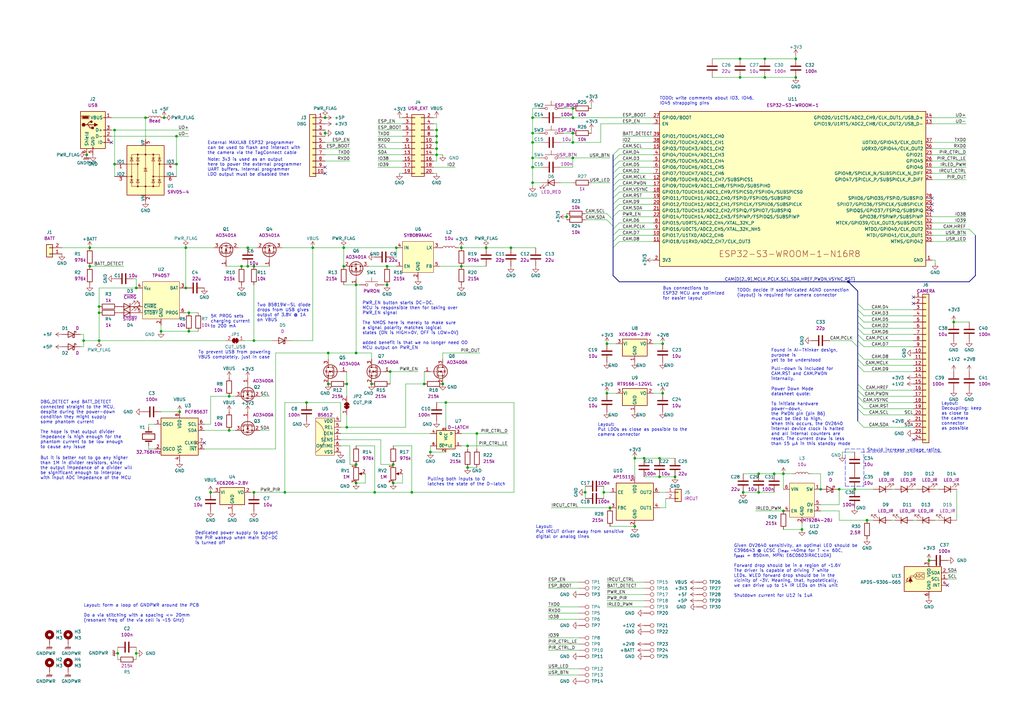
<source format=kicad_sch>
(kicad_sch (version 20211123) (generator eeschema)
  (paper "A3")
  (title_block (title "MaxLab AI Camera") (rev "rev0") (company "MAXLABIO INC."))
  (junction (at 313.69 31.75))
  (junction (at 191.77 182.88))
  (junction (at 260.35 187.96))
  (junction (at 158.75 109.22))
  (junction (at 321.31 209.55))
  (junction (at 40.64 128.27))
  (junction (at 179.07 55.88))
  (junction (at 93.98 176.53))
  (junction (at 250.19 208.28))
  (junction (at 326.39 24.13))
  (junction (at 264.16 187.96))
  (junction (at 101.6 109.22))
  (junction (at 199.39 101.6))
  (junction (at 40.64 139.7))
  (junction (at 321.31 194.31))
  (junction (at 234.95 48.26))
  (junction (at 218.44 58.42))
  (junction (at 133.35 48.26))
  (junction (at 313.69 24.13))
  (junction (at 134.62 144.78))
  (junction (at 247.65 201.93))
  (junction (at 101.6 101.6))
  (junction (at 140.97 109.22))
  (junction (at 146.05 144.78))
  (junction (at 76.2 118.11))
  (junction (at 173.99 157.48))
  (junction (at 326.39 31.75))
  (junction (at 234.95 64.77))
  (junction (at 179.07 60.96))
  (junction (at 72.39 67.31))
  (junction (at 161.29 190.5))
  (junction (at 34.29 139.7))
  (junction (at 48.26 267.97))
  (junction (at 104.14 201.93))
  (junction (at 234.95 54.61))
  (junction (at 35.56 63.5))
  (junction (at 161.29 198.12))
  (junction (at 146.05 198.12))
  (junction (at 260.35 215.9))
  (junction (at 104.14 109.22))
  (junction (at 248.92 161.29))
  (junction (at 168.91 201.93))
  (junction (at 160.02 152.4))
  (junction (at 104.14 139.7))
  (junction (at 73.66 168.91))
  (junction (at 67.31 48.26))
  (junction (at 77.47 135.89))
  (junction (at 77.47 128.27))
  (junction (at 218.44 54.61))
  (junction (at 55.88 118.11))
  (junction (at 134.62 157.48))
  (junction (at 93.98 162.56))
  (junction (at 234.95 44.45))
  (junction (at 179.07 58.42))
  (junction (at 152.4 157.48))
  (junction (at 36.83 109.22))
  (junction (at 191.77 191.77))
  (junction (at 381 229.87))
  (junction (at 46.99 53.34))
  (junction (at 311.15 201.93))
  (junction (at 59.69 48.26))
  (junction (at 72.39 55.88))
  (junction (at 142.24 157.48))
  (junction (at 140.97 101.6))
  (junction (at 304.8 201.93))
  (junction (at 218.44 48.26))
  (junction (at 391.16 132.08))
  (junction (at 46.99 67.31))
  (junction (at 142.24 175.26))
  (junction (at 218.44 74.93))
  (junction (at 133.35 54.61))
  (junction (at 234.95 58.42))
  (junction (at 218.44 64.77))
  (junction (at 328.93 217.17))
  (junction (at 146.05 116.84))
  (junction (at 355.6 213.36))
  (junction (at 270.51 187.96))
  (junction (at 162.56 101.6))
  (junction (at 317.5 194.31))
  (junction (at 344.17 200.66))
  (junction (at 218.44 68.58))
  (junction (at 232.41 88.9))
  (junction (at 303.53 24.13))
  (junction (at 146.05 190.5))
  (junction (at 189.23 101.6))
  (junction (at 311.15 194.31))
  (junction (at 116.84 201.93))
  (junction (at 303.53 31.75))
  (junction (at 76.2 101.6))
  (junction (at 125.73 165.1))
  (junction (at 99.06 109.22))
  (junction (at 195.58 177.8))
  (junction (at 209.55 101.6))
  (junction (at 248.92 140.97))
  (junction (at 86.36 201.93))
  (junction (at 336.55 200.66))
  (junction (at 181.61 157.48))
  (junction (at 270.51 195.58))
  (junction (at 179.07 53.34))
  (junction (at 271.78 140.97))
  (junction (at 182.88 165.1))
  (junction (at 240.03 201.93))
  (junction (at 40.64 125.73))
  (junction (at 66.04 135.89))
  (junction (at 36.83 101.6))
  (junction (at 55.88 267.97))
  (junction (at 189.23 109.22))
  (junction (at 128.27 101.6))
  (junction (at 176.53 185.42))
  (junction (at 179.07 63.5))
  (junction (at 153.67 201.93))
  (junction (at 271.78 161.29))
  (junction (at 276.86 195.58))
  (junction (at 350.52 200.66))
  (junction (at 158.75 116.84))
  (junction (at 347.98 115.57))
  (no_connect (at 382.27 83.82))
  (no_connect (at 374.65 121.92))
  (no_connect (at 374.65 180.34))
  (no_connect (at 133.35 68.58))
  (no_connect (at 382.27 81.28))
  (no_connect (at 374.65 124.46))
  (no_connect (at 133.35 71.12))
  (no_connect (at 388.62 240.03))
  (no_connect (at 45.72 58.42))
  (no_connect (at 83.82 181.61))
  (no_connect (at 382.27 86.36))
  (bus_entry (at 351.79 172.72) (size 2.54 2.54))
  (bus_entry (at 251.46 68.58) (size 2.54 -2.54))
  (bus_entry (at 351.79 160.02) (size 2.54 2.54))
  (bus_entry (at 351.79 149.86) (size 2.54 2.54))
  (bus_entry (at 251.46 101.6) (size 2.54 -2.54))
  (bus_entry (at 351.79 129.54) (size 2.54 2.54))
  (bus_entry (at 251.46 86.36) (size 2.54 -2.54))
  (bus_entry (at 351.79 139.7) (size 2.54 2.54))
  (bus_entry (at 351.79 144.78) (size 2.54 2.54))
  (bus_entry (at 351.79 142.24) (size -2.54 -2.54))
  (bus_entry (at 251.46 71.12) (size 2.54 -2.54))
  (bus_entry (at 251.46 76.2) (size 2.54 -2.54))
  (bus_entry (at 251.46 63.5) (size 2.54 -2.54))
  (bus_entry (at 251.46 81.28) (size 2.54 -2.54))
  (bus_entry (at 251.46 96.52) (size 2.54 -2.54))
  (bus_entry (at 397.51 93.98) (size 2.54 2.54))
  (bus_entry (at 251.46 66.04) (size 2.54 -2.54))
  (bus_entry (at 251.46 88.9) (size 2.54 -2.54))
  (bus_entry (at 251.46 90.17) (size -2.54 -2.54))
  (bus_entry (at 351.79 157.48) (size 2.54 2.54))
  (bus_entry (at 351.79 167.64) (size 2.54 2.54))
  (bus_entry (at 351.79 124.46) (size 2.54 2.54))
  (bus_entry (at 351.79 137.16) (size 2.54 2.54))
  (bus_entry (at 351.79 165.1) (size 2.54 2.54))
  (bus_entry (at 351.79 127) (size 2.54 2.54))
  (bus_entry (at 251.46 78.74) (size 2.54 -2.54))
  (bus_entry (at 251.46 92.71) (size -2.54 -2.54))
  (bus_entry (at 251.46 93.98) (size 2.54 -2.54))
  (bus_entry (at 351.79 147.32) (size 2.54 2.54))
  (bus_entry (at 351.79 162.56) (size 2.54 2.54))
  (bus_entry (at 251.46 73.66) (size 2.54 -2.54))
  (bus_entry (at 351.79 134.62) (size 2.54 2.54))
  (bus_entry (at 251.46 99.06) (size 2.54 -2.54))
  (bus_entry (at 351.79 132.08) (size 2.54 2.54))
  (bus_entry (at 251.46 83.82) (size 2.54 -2.54))
  (wire (pts (xy 40.64 128.27) (xy 40.64 139.7)))
  (wire (pts (xy 374.65 134.62) (xy 354.33 134.62)))
  (wire (pts (xy 255.27 88.9) (xy 267.97 88.9)))
  (wire (pts (xy 367.03 213.36) (xy 365.76 213.36)))
  (wire (pts (xy 246.38 50.8) (xy 246.38 58.42)))
  (bus (pts (xy 347.98 115.57) (xy 397.51 115.57)))
  (wire (pts (xy 317.5 194.31) (xy 311.15 194.31)))
  (wire (pts (xy 247.65 201.93) (xy 247.65 199.39)))
  (bus (pts (xy 351.79 134.62) (xy 351.79 137.16)))
  (wire (pts (xy 382.27 88.9) (xy 396.24 88.9)))
  (wire (pts (xy 83.82 173.99) (xy 86.36 173.99)))
  (wire (pts (xy 234.95 44.45) (xy 234.95 48.26)))
  (wire (pts (xy 254 99.06) (xy 267.97 99.06)))
  (wire (pts (xy 113.03 144.78) (xy 113.03 184.15)))
  (wire (pts (xy 392.43 200.66) (xy 392.43 213.36)))
  (wire (pts (xy 382.27 63.5) (xy 396.24 63.5)))
  (wire (pts (xy 153.67 182.88) (xy 153.67 201.93)))
  (wire (pts (xy 273.05 204.47) (xy 273.05 208.28)))
  (wire (pts (xy 143.51 190.5) (xy 146.05 190.5)))
  (bus (pts (xy 351.79 165.1) (xy 351.79 167.64)))
  (wire (pts (xy 86.36 162.56) (xy 93.98 162.56)))
  (wire (pts (xy 374.65 165.1) (xy 354.33 165.1)))
  (wire (pts (xy 83.82 184.15) (xy 113.03 184.15)))
  (bus (pts (xy 351.79 132.08) (xy 351.79 134.62)))
  (wire (pts (xy 179.07 58.42) (xy 179.07 60.96)))
  (wire (pts (xy 153.67 201.93) (xy 168.91 201.93)))
  (wire (pts (xy 311.15 194.31) (xy 304.8 194.31)))
  (wire (pts (xy 25.4 101.6) (xy 36.83 101.6)))
  (wire (pts (xy 179.07 58.42) (xy 177.8 58.42)))
  (wire (pts (xy 350.52 200.66) (xy 358.14 200.66)))
  (wire (pts (xy 232.41 87.63) (xy 232.41 88.9)))
  (wire (pts (xy 224.79 241.3) (xy 237.49 241.3)))
  (wire (pts (xy 374.65 129.54) (xy 354.33 129.54)))
  (wire (pts (xy 189.23 109.22) (xy 199.39 109.22)))
  (wire (pts (xy 382.27 48.26) (xy 396.24 48.26)))
  (wire (pts (xy 63.5 173.99) (xy 60.96 173.99)))
  (wire (pts (xy 242.57 74.93) (xy 250.19 74.93)))
  (bus (pts (xy 251.46 63.5) (xy 251.46 66.04)))
  (wire (pts (xy 340.36 139.7) (xy 349.25 139.7)))
  (bus (pts (xy 351.79 124.46) (xy 351.79 119.38)))
  (wire (pts (xy 142.24 175.26) (xy 166.37 175.26)))
  (wire (pts (xy 179.07 60.96) (xy 177.8 60.96)))
  (wire (pts (xy 321.31 200.66) (xy 321.31 194.31)))
  (wire (pts (xy 332.74 194.31) (xy 336.55 194.31)))
  (wire (pts (xy 116.84 201.93) (xy 153.67 201.93)))
  (wire (pts (xy 176.53 182.88) (xy 176.53 185.42)))
  (wire (pts (xy 101.6 101.6) (xy 105.41 101.6)))
  (wire (pts (xy 311.15 201.93) (xy 304.8 201.93)))
  (bus (pts (xy 251.46 90.17) (xy 251.46 92.71)))
  (wire (pts (xy 199.39 101.6) (xy 209.55 101.6)))
  (wire (pts (xy 374.65 160.02) (xy 354.33 160.02)))
  (wire (pts (xy 189.23 177.8) (xy 195.58 177.8)))
  (wire (pts (xy 40.64 118.11) (xy 40.64 125.73)))
  (bus (pts (xy 351.79 124.46) (xy 351.79 127)))
  (wire (pts (xy 345.44 186.69) (xy 345.44 185.42)))
  (wire (pts (xy 209.55 101.6) (xy 219.71 101.6)))
  (wire (pts (xy 133.35 54.61) (xy 133.35 55.88)))
  (bus (pts (xy 251.46 76.2) (xy 251.46 78.74)))
  (wire (pts (xy 156.21 180.34) (xy 156.21 190.5)))
  (wire (pts (xy 102.87 201.93) (xy 104.14 201.93)))
  (wire (pts (xy 375.92 200.66) (xy 374.65 200.66)))
  (wire (pts (xy 46.99 53.34) (xy 77.47 53.34)))
  (wire (pts (xy 260.35 187.96) (xy 260.35 195.58)))
  (wire (pts (xy 240.03 201.93) (xy 240.03 199.39)))
  (wire (pts (xy 375.92 213.36) (xy 374.65 213.36)))
  (wire (pts (xy 242.57 53.34) (xy 242.57 54.61)))
  (wire (pts (xy 254 81.28) (xy 267.97 81.28)))
  (wire (pts (xy 72.39 67.31) (xy 72.39 72.39)))
  (wire (pts (xy 59.69 48.26) (xy 59.69 57.15)))
  (wire (pts (xy 374.65 127) (xy 354.33 127)))
  (wire (pts (xy 142.24 170.18) (xy 142.24 175.26)))
  (wire (pts (xy 271.78 140.97) (xy 267.97 140.97)))
  (wire (pts (xy 234.95 64.77) (xy 234.95 68.58)))
  (wire (pts (xy 154.94 58.42) (xy 165.1 58.42)))
  (wire (pts (xy 264.16 187.96) (xy 270.51 187.96)))
  (wire (pts (xy 179.07 48.26) (xy 177.8 48.26)))
  (wire (pts (xy 93.98 162.56) (xy 96.52 162.56)))
  (wire (pts (xy 195.58 177.8) (xy 195.58 184.15)))
  (wire (pts (xy 181.61 147.32) (xy 181.61 144.78)))
  (wire (pts (xy 218.44 58.42) (xy 222.25 58.42)))
  (wire (pts (xy 367.03 200.66) (xy 365.76 200.66)))
  (wire (pts (xy 374.65 137.16) (xy 354.33 137.16)))
  (wire (pts (xy 264.16 195.58) (xy 270.51 195.58)))
  (wire (pts (xy 149.86 194.31) (xy 149.86 198.12)))
  (wire (pts (xy 45.72 48.26) (xy 59.69 48.26)))
  (wire (pts (xy 142.24 152.4) (xy 142.24 157.48)))
  (wire (pts (xy 177.8 50.8) (xy 179.07 50.8)))
  (wire (pts (xy 218.44 44.45) (xy 220.98 44.45)))
  (wire (pts (xy 189.23 182.88) (xy 191.77 182.88)))
  (bus (pts (xy 351.79 137.16) (xy 351.79 139.7)))
  (wire (pts (xy 157.48 116.84) (xy 158.75 116.84)))
  (bus (pts (xy 251.46 71.12) (xy 251.46 73.66)))
  (wire (pts (xy 234.95 74.93) (xy 229.87 74.93)))
  (wire (pts (xy 382.27 66.04) (xy 396.24 66.04)))
  (wire (pts (xy 231.14 44.45) (xy 234.95 44.45)))
  (wire (pts (xy 100.33 139.7) (xy 104.14 139.7)))
  (bus (pts (xy 251.46 66.04) (xy 251.46 68.58)))
  (wire (pts (xy 254 83.82) (xy 267.97 83.82)))
  (wire (pts (xy 328.93 217.17) (xy 328.93 214.63)))
  (wire (pts (xy 391.16 132.08) (xy 397.51 132.08)))
  (wire (pts (xy 195.58 177.8) (xy 208.28 177.8)))
  (wire (pts (xy 218.44 64.77) (xy 218.44 68.58)))
  (wire (pts (xy 248.92 161.29) (xy 252.73 161.29)))
  (bus (pts (xy 351.79 142.24) (xy 351.79 144.78)))
  (bus (pts (xy 351.79 147.32) (xy 351.79 149.86)))
  (wire (pts (xy 344.17 207.01) (xy 344.17 200.66)))
  (wire (pts (xy 154.94 50.8) (xy 165.1 50.8)))
  (bus (pts (xy 251.46 68.58) (xy 251.46 71.12)))
  (wire (pts (xy 133.35 60.96) (xy 143.51 60.96)))
  (wire (pts (xy 210.82 165.1) (xy 210.82 201.93)))
  (wire (pts (xy 218.44 74.93) (xy 222.25 74.93)))
  (wire (pts (xy 226.06 208.28) (xy 250.19 208.28)))
  (polyline (pts (xy 353.06 185.42) (xy 386.08 185.42)))
  (wire (pts (xy 161.29 105.41) (xy 162.56 105.41)))
  (wire (pts (xy 254 86.36) (xy 267.97 86.36)))
  (wire (pts (xy 133.35 63.5) (xy 143.51 63.5)))
  (wire (pts (xy 83.82 176.53) (xy 93.98 176.53)))
  (wire (pts (xy 48.26 267.97) (xy 48.26 270.51)))
  (polyline (pts (xy 346.71 184.15) (xy 354.33 184.15)))
  (wire (pts (xy 317.5 201.93) (xy 311.15 201.93)))
  (wire (pts (xy 154.94 68.58) (xy 165.1 68.58)))
  (wire (pts (xy 46.99 53.34) (xy 46.99 67.31)))
  (wire (pts (xy 76.2 101.6) (xy 87.63 101.6)))
  (wire (pts (xy 101.6 109.22) (xy 104.14 109.22)))
  (bus (pts (xy 351.79 139.7) (xy 351.79 142.24)))
  (wire (pts (xy 40.64 139.7) (xy 92.71 139.7)))
  (wire (pts (xy 248.92 248.92) (xy 264.16 248.92)))
  (bus (pts (xy 351.79 149.86) (xy 351.79 157.48)))
  (wire (pts (xy 382.27 71.12) (xy 396.24 71.12)))
  (wire (pts (xy 234.95 54.61) (xy 234.95 58.42)))
  (wire (pts (xy 374.65 162.56) (xy 354.33 162.56)))
  (wire (pts (xy 54.61 114.3) (xy 55.88 114.3)))
  (wire (pts (xy 292.1 31.75) (xy 303.53 31.75)))
  (wire (pts (xy 146.05 116.84) (xy 147.32 116.84)))
  (bus (pts (xy 251.46 78.74) (xy 251.46 81.28)))
  (wire (pts (xy 382.27 91.44) (xy 396.24 91.44)))
  (wire (pts (xy 60.96 184.15) (xy 63.5 184.15)))
  (wire (pts (xy 374.65 170.18) (xy 354.33 170.18)))
  (wire (pts (xy 231.14 64.77) (xy 234.95 64.77)))
  (wire (pts (xy 128.27 101.6) (xy 140.97 101.6)))
  (wire (pts (xy 66.04 135.89) (xy 77.47 135.89)))
  (wire (pts (xy 270.51 208.28) (xy 273.05 208.28)))
  (bus (pts (xy 251.46 99.06) (xy 251.46 101.6)))
  (wire (pts (xy 218.44 64.77) (xy 220.98 64.77)))
  (wire (pts (xy 382.27 106.68) (xy 383.54 106.68)))
  (bus (pts (xy 351.79 129.54) (xy 351.79 132.08)))
  (wire (pts (xy 247.65 204.47) (xy 247.65 201.93)))
  (bus (pts (xy 351.79 160.02) (xy 351.79 162.56)))
  (wire (pts (xy 344.17 200.66) (xy 350.52 200.66)))
  (wire (pts (xy 345.44 185.42) (xy 350.52 185.42)))
  (wire (pts (xy 133.35 66.04) (xy 143.51 66.04)))
  (wire (pts (xy 93.98 176.53) (xy 96.52 176.53)))
  (wire (pts (xy 99.06 109.22) (xy 101.6 109.22)))
  (wire (pts (xy 33.02 137.16) (xy 34.29 137.16)))
  (wire (pts (xy 313.69 31.75) (xy 326.39 31.75)))
  (wire (pts (xy 250.19 215.9) (xy 260.35 215.9)))
  (bus (pts (xy 251.46 88.9) (xy 251.46 90.17)))
  (wire (pts (xy 248.92 90.17) (xy 240.03 90.17)))
  (wire (pts (xy 142.24 157.48) (xy 142.24 162.56)))
  (wire (pts (xy 143.51 182.88) (xy 143.51 190.5)))
  (wire (pts (xy 179.07 63.5) (xy 181.61 63.5)))
  (wire (pts (xy 140.97 101.6) (xy 162.56 101.6)))
  (wire (pts (xy 140.97 101.6) (xy 140.97 109.22)))
  (bus (pts (xy 251.46 81.28) (xy 251.46 83.82)))
  (wire (pts (xy 374.65 147.32) (xy 354.33 147.32)))
  (wire (pts (xy 154.94 53.34) (xy 165.1 53.34)))
  (wire (pts (xy 224.79 254) (xy 237.49 254)))
  (wire (pts (xy 309.88 209.55) (xy 321.31 209.55)))
  (wire (pts (xy 149.86 198.12) (xy 146.05 198.12)))
  (wire (pts (xy 374.65 132.08) (xy 354.33 132.08)))
  (wire (pts (xy 72.39 55.88) (xy 77.47 55.88)))
  (wire (pts (xy 218.44 54.61) (xy 220.98 54.61)))
  (wire (pts (xy 104.14 116.84) (xy 104.14 139.7)))
  (wire (pts (xy 179.07 63.5) (xy 177.8 63.5)))
  (wire (pts (xy 77.47 135.89) (xy 81.28 135.89)))
  (wire (pts (xy 254 66.04) (xy 267.97 66.04)))
  (wire (pts (xy 388.62 237.49) (xy 392.43 237.49)))
  (wire (pts (xy 163.83 71.12) (xy 165.1 71.12)))
  (wire (pts (xy 224.79 261.62) (xy 237.49 261.62)))
  (wire (pts (xy 179.07 63.5) (xy 179.07 66.04)))
  (wire (pts (xy 218.44 74.93) (xy 218.44 76.2)))
  (wire (pts (xy 248.92 241.3) (xy 264.16 241.3)))
  (wire (pts (xy 383.54 106.68) (xy 383.54 107.95)))
  (wire (pts (xy 254 91.44) (xy 267.97 91.44)))
  (bus (pts (xy 251.46 73.66) (xy 251.46 76.2)))
  (wire (pts (xy 218.44 48.26) (xy 222.25 48.26)))
  (wire (pts (xy 146.05 182.88) (xy 153.67 182.88)))
  (wire (pts (xy 139.7 165.1) (xy 139.7 172.72)))
  (wire (pts (xy 36.83 109.22) (xy 50.8 109.22)))
  (wire (pts (xy 66.04 135.89) (xy 66.04 133.35)))
  (wire (pts (xy 139.7 180.34) (xy 156.21 180.34)))
  (wire (pts (xy 250.19 201.93) (xy 247.65 201.93)))
  (wire (pts (xy 60.96 173.99) (xy 60.96 175.26)))
  (wire (pts (xy 218.44 48.26) (xy 218.44 54.61)))
  (wire (pts (xy 254 73.66) (xy 267.97 73.66)))
  (wire (pts (xy 45.72 53.34) (xy 46.99 53.34)))
  (wire (pts (xy 382.27 60.96) (xy 396.24 60.96)))
  (wire (pts (xy 229.87 58.42) (xy 234.95 58.42)))
  (wire (pts (xy 179.07 165.1) (xy 182.88 165.1)))
  (wire (pts (xy 55.88 114.3) (xy 55.88 118.11)))
  (wire (pts (xy 218.44 58.42) (xy 218.44 54.61)))
  (wire (pts (xy 76.2 101.6) (xy 76.2 118.11)))
  (wire (pts (xy 125.73 165.1) (xy 116.84 165.1)))
  (wire (pts (xy 158.75 109.22) (xy 162.56 109.22)))
  (wire (pts (xy 66.04 168.91) (xy 73.66 168.91)))
  (wire (pts (xy 267.97 50.8) (xy 246.38 50.8)))
  (wire (pts (xy 248.92 243.84) (xy 264.16 243.84)))
  (wire (pts (xy 176.53 185.42) (xy 182.88 185.42)))
  (wire (pts (xy 191.77 182.88) (xy 191.77 184.15)))
  (wire (pts (xy 224.79 276.86) (xy 237.49 276.86)))
  (wire (pts (xy 165.1 198.12) (xy 161.29 198.12)))
  (wire (pts (xy 179.07 50.8) (xy 179.07 53.34)))
  (wire (pts (xy 146.05 116.84) (xy 146.05 144.78)))
  (bus (pts (xy 351.79 127) (xy 351.79 129.54)))
  (wire (pts (xy 133.35 53.34) (xy 133.35 54.61)))
  (wire (pts (xy 104.14 201.93) (xy 116.84 201.93)))
  (wire (pts (xy 179.07 71.12) (xy 177.8 71.12)))
  (wire (pts (xy 248.92 246.38) (xy 264.16 246.38)))
  (wire (pts (xy 181.61 144.78) (xy 196.85 144.78)))
  (bus (pts (xy 351.79 119.38) (xy 347.98 115.57)))
  (wire (pts (xy 179.07 60.96) (xy 179.07 63.5)))
  (wire (pts (xy 34.29 142.24) (xy 34.29 139.7)))
  (wire (pts (xy 336.55 194.31) (xy 336.55 200.66)))
  (wire (pts (xy 179.07 53.34) (xy 177.8 53.34)))
  (wire (pts (xy 240.03 204.47) (xy 240.03 201.93)))
  (wire (pts (xy 179.07 55.88) (xy 177.8 55.88)))
  (wire (pts (xy 116.84 165.1) (xy 116.84 201.93)))
  (wire (pts (xy 374.65 175.26) (xy 354.33 175.26)))
  (bus (pts (xy 251.46 86.36) (xy 251.46 88.9)))
  (wire (pts (xy 104.14 109.22) (xy 110.49 109.22)))
  (bus (pts (xy 254 115.57) (xy 251.46 113.03)))
  (wire (pts (xy 248.92 87.63) (xy 240.03 87.63)))
  (wire (pts (xy 154.94 60.96) (xy 165.1 60.96)))
  (wire (pts (xy 382.27 50.8) (xy 396.24 50.8)))
  (wire (pts (xy 218.44 68.58) (xy 222.25 68.58)))
  (wire (pts (xy 355.6 213.36) (xy 358.14 213.36)))
  (wire (pts (xy 77.47 128.27) (xy 81.28 128.27)))
  (wire (pts (xy 292.1 24.13) (xy 303.53 24.13)))
  (wire (pts (xy 154.94 66.04) (xy 165.1 66.04)))
  (wire (pts (xy 86.36 173.99) (xy 86.36 162.56)))
  (wire (pts (xy 113.03 144.78) (xy 134.62 144.78)))
  (wire (pts (xy 374.65 152.4) (xy 354.33 152.4)))
  (wire (pts (xy 76.2 128.27) (xy 77.47 128.27)))
  (wire (pts (xy 187.96 101.6) (xy 189.23 101.6)))
  (wire (pts (xy 48.26 265.43) (xy 48.26 267.97)))
  (wire (pts (xy 163.83 48.26) (xy 165.1 48.26)))
  (wire (pts (xy 248.92 140.97) (xy 252.73 140.97)))
  (wire (pts (xy 140.97 116.84) (xy 146.05 116.84)))
  (wire (pts (xy 210.82 201.93) (xy 168.91 201.93)))
  (bus (pts (xy 251.46 92.71) (xy 251.46 93.98)))
  (bus (pts (xy 251.46 83.82) (xy 251.46 86.36)))
  (wire (pts (xy 160.02 152.4) (xy 171.45 152.4)))
  (wire (pts (xy 60.96 182.88) (xy 60.96 184.15)))
  (wire (pts (xy 224.79 266.7) (xy 237.49 266.7)))
  (wire (pts (xy 321.31 194.31) (xy 325.12 194.31)))
  (wire (pts (xy 229.87 48.26) (xy 234.95 48.26)))
  (wire (pts (xy 33.02 142.24) (xy 34.29 142.24)))
  (wire (pts (xy 382.27 58.42) (xy 396.24 58.42)))
  (wire (pts (xy 232.41 88.9) (xy 232.41 90.17)))
  (wire (pts (xy 270.51 187.96) (xy 276.86 187.96)))
  (bus (pts (xy 400.05 96.52) (xy 400.05 113.03)))
  (wire (pts (xy 173.99 152.4) (xy 173.99 157.48)))
  (wire (pts (xy 182.88 165.1) (xy 182.88 175.26)))
  (wire (pts (xy 303.53 24.13) (xy 313.69 24.13)))
  (wire (pts (xy 146.05 144.78) (xy 152.4 144.78)))
  (wire (pts (xy 218.44 58.42) (xy 218.44 64.77)))
  (wire (pts (xy 92.71 109.22) (xy 99.06 109.22)))
  (wire (pts (xy 191.77 182.88) (xy 208.28 182.88)))
  (wire (pts (xy 224.79 248.92) (xy 237.49 248.92)))
  (wire (pts (xy 270.51 201.93) (xy 273.05 201.93)))
  (wire (pts (xy 179.07 55.88) (xy 179.07 58.42)))
  (wire (pts (xy 166.37 157.48) (xy 166.37 175.26)))
  (wire (pts (xy 179.07 53.34) (xy 179.07 55.88)))
  (wire (pts (xy 388.62 234.95) (xy 392.43 234.95)))
  (wire (pts (xy 224.79 264.16) (xy 237.49 264.16)))
  (wire (pts (xy 303.53 31.75) (xy 313.69 31.75)))
  (wire (pts (xy 40.64 125.73) (xy 40.64 128.27)))
  (wire (pts (xy 97.79 101.6) (xy 101.6 101.6)))
  (wire (pts (xy 55.88 118.11) (xy 40.64 118.11)))
  (bus (pts (xy 254 115.57) (xy 347.98 115.57)))
  (wire (pts (xy 162.56 105.41) (xy 162.56 101.6)))
  (wire (pts (xy 382.27 73.66) (xy 396.24 73.66)))
  (wire (pts (xy 313.69 24.13) (xy 326.39 24.13)))
  (wire (pts (xy 166.37 157.48) (xy 173.99 157.48)))
  (wire (pts (xy 168.91 182.88) (xy 168.91 201.93)))
  (bus (pts (xy 351.79 162.56) (xy 351.79 165.1)))
  (wire (pts (xy 248.92 238.76) (xy 264.16 238.76)))
  (wire (pts (xy 106.68 176.53) (xy 110.49 176.53)))
  (wire (pts (xy 255.27 58.42) (xy 267.97 58.42)))
  (polyline (pts (xy 354.33 199.39) (xy 354.33 184.15)))
  (wire (pts (xy 111.76 139.7) (xy 104.14 139.7)))
  (wire (pts (xy 189.23 101.6) (xy 199.39 101.6)))
  (wire (pts (xy 139.7 177.8) (xy 176.53 177.8)))
  (wire (pts (xy 382.27 96.52) (xy 396.24 96.52)))
  (wire (pts (xy 254 93.98) (xy 267.97 93.98)))
  (wire (pts (xy 355.6 213.36) (xy 344.17 213.36)))
  (wire (pts (xy 34.29 137.16) (xy 34.29 139.7)))
  (wire (pts (xy 191.77 191.77) (xy 195.58 191.77)))
  (wire (pts (xy 383.54 200.66) (xy 384.81 200.66)))
  (wire (pts (xy 317.5 194.31) (xy 321.31 194.31)))
  (wire (pts (xy 224.79 251.46) (xy 237.49 251.46)))
  (wire (pts (xy 218.44 48.26) (xy 218.44 44.45)))
  (wire (pts (xy 86.36 201.93) (xy 87.63 201.93)))
  (wire (pts (xy 218.44 68.58) (xy 218.44 74.93)))
  (wire (pts (xy 374.65 142.24) (xy 354.33 142.24)))
  (wire (pts (xy 254 76.2) (xy 267.97 76.2)))
  (wire (pts (xy 76.2 101.6) (xy 36.83 101.6)))
  (wire (pts (xy 134.62 144.78) (xy 146.05 144.78)))
  (bus (pts (xy 251.46 93.98) (xy 251.46 96.52)))
  (wire (pts (xy 115.57 101.6) (xy 128.27 101.6)))
  (wire (pts (xy 224.79 274.32) (xy 237.49 274.32)))
  (wire (pts (xy 139.7 175.26) (xy 142.24 175.26)))
  (wire (pts (xy 396.24 68.58) (xy 382.27 68.58)))
  (wire (pts (xy 46.99 67.31) (xy 46.99 72.39)))
  (wire (pts (xy 154.94 55.88) (xy 165.1 55.88)))
  (wire (pts (xy 234.95 64.77) (xy 250.19 64.77)))
  (wire (pts (xy 254 96.52) (xy 267.97 96.52)))
  (wire (pts (xy 344.17 209.55) (xy 336.55 209.55)))
  (wire (pts (xy 139.7 182.88) (xy 143.51 182.88)))
  (polyline (pts (xy 346.71 184.15) (xy 346.71 199.39)))
  (wire (pts (xy 182.88 165.1) (xy 210.82 165.1)))
  (wire (pts (xy 254 60.96) (xy 267.97 60.96)))
  (wire (pts (xy 326.39 22.86) (xy 326.39 24.13)))
  (wire (pts (xy 151.13 109.22) (xy 158.75 109.22)))
  (wire (pts (xy 242.57 43.18) (xy 242.57 44.45)))
  (bus (pts (xy 351.79 157.48) (xy 351.79 160.02)))
  (wire (pts (xy 156.21 190.5) (xy 161.29 190.5)))
  (wire (pts (xy 119.38 139.7) (xy 128.27 139.7)))
  (wire (pts (xy 229.87 68.58) (xy 234.95 68.58)))
  (wire (pts (xy 270.51 195.58) (xy 276.86 195.58)))
  (wire (pts (xy 374.65 167.64) (xy 354.33 167.64)))
  (wire (pts (xy 321.31 217.17) (xy 328.93 217.17)))
  (wire (pts (xy 177.8 68.58) (xy 186.69 68.58)))
  (wire (pts (xy 55.88 265.43) (xy 55.88 267.97)))
  (wire (pts (xy 267.97 161.29) (xy 271.78 161.29)))
  (wire (pts (xy 106.68 162.56) (xy 110.49 162.56)))
  (wire (pts (xy 254 68.58) (xy 267.97 68.58)))
  (wire (pts (xy 45.72 55.88) (xy 72.39 55.88)))
  (wire (pts (xy 382.27 93.98) (xy 397.51 93.98)))
  (wire (pts (xy 383.54 213.36) (xy 384.81 213.36)))
  (wire (pts (xy 344.17 209.55) (xy 344.17 213.36)))
  (wire (pts (xy 134.62 144.78) (xy 134.62 147.32)))
  (bus (pts (xy 251.46 101.6) (xy 251.46 113.03)))
  (wire (pts (xy 55.88 267.97) (xy 55.88 270.51)))
  (wire (pts (xy 267.97 78.74) (xy 254 78.74)))
  (wire (pts (xy 336.55 207.01) (xy 344.17 207.01)))
  (wire (pts (xy 180.34 109.22) (xy 189.23 109.22)))
  (bus (pts (xy 251.46 96.52) (xy 251.46 99.06)))
  (wire (pts (xy 255.27 55.88) (xy 267.97 55.88)))
  (bus (pts (xy 400.05 113.03) (xy 397.51 115.57)))
  (polyline (pts (xy 346.71 199.39) (xy 354.33 199.39)))
  (wire (pts (xy 133.35 58.42) (xy 143.51 58.42)))
  (bus (pts (xy 351.79 167.64) (xy 351.79 172.72)))
  (wire (pts (xy 165.1 194.31) (xy 165.1 198.12)))
  (wire (pts (xy 154.94 63.5) (xy 165.1 63.5)))
  (wire (pts (xy 34.29 139.7) (xy 40.64 139.7)))
  (wire (pts (xy 382.27 99.06) (xy 396.24 99.06)))
  (wire (pts (xy 254 63.5) (xy 267.97 63.5)))
  (wire (pts (xy 152.4 144.78) (xy 152.4 147.32)))
  (wire (pts (xy 139.7 165.1) (xy 125.73 165.1)))
  (wire (pts (xy 179.07 66.04) (xy 177.8 66.04)))
  (wire (pts (xy 128.27 101.6) (xy 128.27 139.7)))
  (wire (pts (xy 254 71.12) (xy 267.97 71.12)))
  (wire (pts (xy 224.79 238.76) (xy 237.49 238.76)))
  (wire (pts (xy 234.95 48.26) (xy 267.97 48.26)))
  (wire (pts (xy 161.29 182.88) (xy 168.91 182.88)))
  (wire (pts (xy 260.35 187.96) (xy 264.16 187.96)))
  (wire (pts (xy 231.14 54.61) (xy 234.95 54.61)))
  (wire (pts (xy 72.39 55.88) (xy 72.39 67.31)))
  (wire (pts (xy 374.65 149.86) (xy 354.33 149.86)))
  (wire (pts (xy 374.65 139.7) (xy 354.33 139.7)))
  (wire (pts (xy 234.95 58.42) (xy 246.38 58.42)))
  (wire (pts (xy 160.02 157.48) (xy 160.02 152.4)))
  (bus (pts (xy 351.79 144.78) (xy 351.79 147.32)))
  (text "Found in AI-Thinker design, \npurpose is \nyet to be understood" (at 316.23 148.59 0) (effects (font (size 1.27 1.27)) (justify left bottom)))
  (text "External MAXLAB ESP32 programmer\ncan be used to flash and interact with \nthe camera via the TagConnect cable" (at 85.09 63.5 0) (effects (font (size 1.27 1.27)) (justify left bottom)))
  (text "But it is better not to go any higher \nthan 1M in divider resistors, since \nthe output impedance of a divider will \nbe significant enough to interplay\nwith input ADC impedance of the MCU\n" (at 16.51 196.85 0) (effects (font (size 1.27 1.27)) (justify left bottom)))
  (text "Pulling both inputs to 0\nlatches the state of the D-latch" (at 175.26 199.39 0) (effects (font (size 1.27 1.27)) (justify left bottom)))
  (text "Note: 3v3 is used as an output \nhere to power the external programmer\nUART buffers. Internal programmer\nLDO output must be disabled then\n" (at 85.09 72.39 0) (effects (font (size 1.27 1.27)) (justify left bottom)))
  (text "Layout: \nPut IRCUT driver away from sensitive \ndigital or analog lines" (at 219.71 220.98 0) (effects (font (size 1.27 1.27)) (justify left bottom)))
  (text "Layout: form a loop of GNDPWR around the PCB\n\nDo a via stitching with a spacing <= 20mm \n(resonant freq of the via cell is ~15 GHz)" (at 34.29 255.27 0) (effects (font (size 1.27 1.27)) (justify left bottom)))
  (text "Pull-down is included for \nCAM.RST and CAM.PWDN \ninternally. " (at 316.23 156.21 0) (effects (font (size 1.27 1.27)) (justify left bottom)))
  (text "Two B5819W-SL diode\ndrops from USB gives \noutput of 3.8V @ 1A \non VBUS" (at 105.41 132.08 0) (effects (font (size 1.27 1.27)) (justify left bottom)))
  (text "Should increase voltage rating" (at 355.6 185.42 0) (effects (font (size 1.27 1.27)) (justify left bottom)))
  (text "TODO: write comments about IO3, IO46,\nIO45 strappping pins" (at 270.51 43.18 0) (effects (font (size 1.27 1.27)) (justify left bottom)))
  (text "Bus connections to\nESP32 MCU are optimized \nfor easier layout" (at 271.78 123.19 0) (effects (font (size 1.27 1.27)) (justify left bottom)))
  (text "To prevent USB from powering \nVBUS completely, just in case\n" (at 81.28 147.32 0) (effects (font (size 1.27 1.27)) (justify left bottom)))
  (text "PWR_EN button starts DC-DC. \nMCU is responsible then for taking over \nPWR_EN signal\n\nThe NMOS here is merely to make sure \na signal polarity matches logical\nstates (ON is HIGH>0V, OFF is LOW=0V)\n\nadded benefit is that we no longer need OD \nMCU output on PWR_EN\n" (at 148.59 143.51 0) (effects (font (size 1.27 1.27)) (justify left bottom)))
  (text "Power Down Mode \ndatasheet quote:\n\nTo initiate hardware \npower-down, \nthe PWDN pin (pin B6)\nmust be tied to high. \nWhen this occurs, the OV2640\ninternal device clock is halted \nand all internal counters are\nreset. The current draw is less \nthan 15 µA in this standby mode" (at 316.23 182.88 0) (effects (font (size 1.27 1.27)) (justify left bottom)))
  (text "Layout:\nPut LDOs as close as possible to the\ncamera connector" (at 245.11 179.07 0) (effects (font (size 1.27 1.27)) (justify left bottom)))
  (text "TODO: decide if sophisticated AGND connection \n(layout) is required for camera connector" (at 302.26 121.92 0) (effects (font (size 1.27 1.27)) (justify left bottom)))
  (text "5K PROG sets \ncharging current\nto 200 mA" (at 86.36 134.62 0) (effects (font (size 1.27 1.27)) (justify left bottom)))
  (text "Given OV2640 sensitivity, an optimal LED should be\nC396643 @ LCSC (I_{max} ~40ma for T <= 60C,\nf_{peak} = 850nm, MPN: E6C0603IRAC1UDA)\n\nForward drop should be in a region of ~1.6V\nThe driver is capable of driving 7 white\nLEDs. WLED forward drop should be in the \nvicinity of ~3V. Meaning, that, hypotetically,\nwe can drive up to 14 IR LEDs on this unit\n\nShutdown current for U12 is 1uA" (at 300.99 245.11 0) (effects (font (size 1.27 1.27)) (justify left bottom)))
  (text "DBG_DETECT and BATT_DETECT \nconnected straight to the MCU, \ndespite during the power-down\ncondition they might supply \nsome phantom current\n\nThe hope is that output divider \nimpedance is high enough for the \nphantom current to be low enough \nto cause any issue" (at 16.51 184.15 0) (effects (font (size 1.27 1.27)) (justify left bottom)))
  (text "Dedicated power supply to support \nthe PIR wakeup when main DC-DC\nis turned off" (at 80.01 223.52 0) (effects (font (size 1.27 1.27)) (justify left bottom)))
  (text "Layout:\nDecoupling: keep \nas close to \nthe camera \nconnector \nas possible" (at 386.08 176.53 0) (effects (font (size 1.27 1.27)) (justify left bottom)))
  (label "SCL" (at 370.84 170.18 0))
  (label "CAM{D[2..9],MCLK,PCLK,SCL,SDA,HREF,PWDN,VSYNC,RST}" (at 297.18 115.57 0))
  (label "CAM.D5" (at 364.49 132.08 180))
  (label "CAM.PWDN" (at 364.49 162.56 180))
  (label "PIR_OUT" (at 196.85 144.78 180))
  (label "RXD0" (at 154.94 58.42 0))
  (label "CAM.SCL" (at 240.03 87.63 0))
  (label "PIR_CTRL_D" (at 396.24 63.5 180))
  (label "CAM.HREF" (at 396.24 93.98 180))
  (label "CAM.SDA" (at 255.27 86.36 0))
  (label "CAM.RST" (at 364.49 167.64 180))
  (label "CAM.MCLK" (at 364.49 149.86 180))
  (label "CAM.VSYNC" (at 364.49 165.1 180))
  (label "IO2" (at 186.69 68.58 180))
  (label "RXD0" (at 143.51 66.04 180))
  (label "SDA" (at 110.49 176.53 180))
  (label "BATT_DETECT" (at 255.27 55.88 0))
  (label "CAM.VSYNC" (at 255.27 78.74 0))
  (label "ESP_EN" (at 224.79 238.76 0))
  (label "IRLED_PWM" (at 248.92 248.92 0))
  (label "UD+" (at 77.47 53.34 180))
  (label "CAM.D9" (at 364.49 152.4 180))
  (label "PWR_EN" (at 171.45 152.4 180))
  (label "IRLED_PWM" (at 396.24 68.58 180))
  (label "CAM.HREF" (at 364.49 160.02 180))
  (label "IO38" (at 396.24 88.9 180))
  (label "TXD0" (at 154.94 55.88 0))
  (label "CAM.D2" (at 364.49 134.62 180))
  (label "CAM.D8" (at 364.49 147.32 180))
  (label "IO39" (at 396.24 91.44 180))
  (label "CAM.MCLK" (at 255.27 73.66 0))
  (label "UD-" (at 77.47 55.88 180))
  (label "PWR_PIR" (at 106.68 201.93 0))
  (label "CAM.D6" (at 364.49 137.16 180))
  (label "CAM.PCLK" (at 364.49 139.7 180))
  (label "SCL" (at 110.49 162.56 180))
  (label "TXD0" (at 396.24 58.42 180))
  (label "ESP_BOOT" (at 255.27 48.26 0))
  (label "ESP_EN" (at 154.94 50.8 0))
  (label "PIR_OUT" (at 396.24 73.66 180))
  (label "USR_BTN" (at 224.79 276.86 0))
  (label "IO38" (at 224.79 254 0))
  (label "USR_LED" (at 224.79 274.32 0))
  (label "SDA" (at 392.43 234.95 180))
  (label "RXD0" (at 224.79 251.46 0))
  (label "ESP_BOOT" (at 154.94 53.34 0))
  (label "CAM.PCLK" (at 340.36 139.7 0))
  (label "IRCUT_CTRL" (at 396.24 71.12 180))
  (label "IRLED_PWM" (at 309.88 209.55 0))
  (label "CAM.D4" (at 364.49 127 180))
  (label "RXD0" (at 396.24 60.96 180))
  (label "CAM.D3" (at 364.49 129.54 180))
  (label "CAM.D2" (at 255.27 71.12 0))
  (label "CAM.D8" (at 255.27 99.06 0))
  (label "SDA" (at 370.84 175.26 0))
  (label "IRCUT_CTRL" (at 248.92 238.76 0))
  (label "CAM.D5" (at 255.27 68.58 0))
  (label "ESP_BOOT" (at 143.51 60.96 180))
  (label "CAM.D7" (at 255.27 96.52 0))
  (label "SCL" (at 154.94 60.96 0))
  (label "IO2" (at 255.27 58.42 0))
  (label "PIR_CTRL_LE" (at 224.79 264.16 0))
  (label "USR_BTN" (at 250.19 64.77 180))
  (label "USR_LED" (at 250.19 74.93 180))
  (label "ESP_BOOT" (at 224.79 241.3 0))
  (label "ESP_EN" (at 143.51 58.42 180))
  (label "SCL" (at 392.43 237.49 180))
  (label "PIR_CTRL_D" (at 224.79 266.7 0))
  (label "PWR_PIR" (at 248.92 246.38 0))
  (label "CAM.D3" (at 255.27 66.04 0))
  (label "CAM.SDA" (at 364.49 175.26 180))
  (label "PIR_CTRL_D" (at 208.28 177.8 180))
  (label "CAM.PCLK" (at 255.27 93.98 0))
  (label "CAM.D9" (at 255.27 83.82 0))
  (label "ESP_EN" (at 255.27 50.8 0))
  (label "PIR_CTRL_LE" (at 208.28 182.88 180))
  (label "PWR_EN" (at 248.92 243.84 0))
  (label "CAM.PWDN" (at 255.27 76.2 0))
  (label "CAM.SCL" (at 364.49 170.18 180))
  (label "CAM.D6" (at 255.27 91.44 0))
  (label "CAM.SCL" (at 255.27 60.96 0))
  (label "USR_LED" (at 396.24 99.06 180))
  (label "UD+" (at 396.24 48.26 180))
  (label "IO38" (at 154.94 66.04 0))
  (label "IO39" (at 224.79 261.62 0))
  (label "USR_BTN" (at 396.24 96.52 180))
  (label "PIR_CTRL_LE" (at 396.24 66.04 180))
  (label "CAM.RST" (at 255.27 81.28 0))
  (label "IO39" (at 154.94 68.58 0))
  (label "CAM.D7" (at 364.49 142.24 180))
  (label "IRCUT_CTRL" (at 226.06 208.28 0))
  (label "TXD0" (at 224.79 248.92 0))
  (label "CAM.D4" (at 255.27 63.5 0))
  (label "PWR_EN" (at 255.27 88.9 0))
  (label "BATT_DETECT" (at 50.8 109.22 180))
  (label "CAM.SDA" (at 240.03 90.17 0))
  (label "TXD0" (at 143.51 63.5 180))
  (label "UD-" (at 396.24 50.8 180))
  (label "BATT_DETECT" (at 248.92 241.3 0))
  (label "SDA" (at 154.94 63.5 0))
  (symbol (lib_id "00-kiml-regulator-linear:RT9166-12GVL") (at 260.35 161.29 0) (unit 1)
    (property "Reference" "U9" (at 260.35 154.94 0))
    (property "Value" "RT9166-12GVL" (effects hide))
    (property "Footprint" "Package_TO_SOT_SMD:SOT-23" (effects hide))
    (property "Datasheet" "https://datasheet.lcsc.com/lcsc/1810312311_Richtek-Tech-RT9166-12GVL_C29175.pdf" (effects hide))
    (property "UserValue" "RT9166-12GVL" (at 260.35 157.48 0))
    (property "MFR" "Richtek Tech" (effects hide))
    (property "MPN" "RT9166-12GVL" (effects hide))
    (property "SPL1" "JLCPCB" (effects hide))
    (property "SPN1" "C29175" (effects hide))
    (property "SNB1" "Extended Part" (effects hide))
    (property "LNK1" "https://jlcpcb.com/partdetail/RichtekTech-RT916612GVL/C29175" (effects hide))
  )
  (symbol (lib_id "power:GNDPWR") (at 48.26 267.97 270) (unit 1)
    (property "Reference" "#PWR013" (effects hide))
    (property "Value" "GNDPWR" (at 44.45 267.8429 90) (effects (justify right)))
  )
  (symbol (lib_id "00-kiml-connector:Conn-01x02_P1.25mm_10114829-10102LF") (at 278.13 201.93 0) (unit 1)
    (property "Reference" "J5" (at 280.67 201.9299 0) (effects (justify left)))
    (property "Value" "Conn-01x02_P1.25mm_10114829-10102LF" (effects hide))
    (property "Footprint" "00-kiml-connector-amphenol:10114829-10102LF" (effects hide))
    (property "Datasheet" "https://datasheet.lcsc.com/lcsc/1811011512_Amphenol-ICC-10114829-10102LF_C239062.pdf" (effects hide))
    (property "UserValue" "IRCUT" (at 280.67 204.4699 0) (effects (justify left)))
    (property "MFR" "Amphenol ICC (FCI)" (effects hide))
    (property "MPN" "10114829-10102LF" (effects hide))
    (property "SPL1" "Digikey" (effects hide))
    (property "SPN1" "609-4383-2-ND" (effects hide))
    (property "LNK1" "https://www.digikey.com/en/products/detail/amphenol-icc-fci/10114829-10102LF/2658929" (effects hide))
    (property "SPL2" "JLCPCB" (effects hide))
    (property "SPN2" "C239062" (effects hide))
    (property "LNK2" "https://jlcpcb.com/partdetail/AmphenolIcc-1011482910102LF/C239062" (effects hide))
    (property "SNB2" "Extended Part" (effects hide))
  )
  (symbol (lib_id "Connector:TestPoint") (at 285.75 248.92 270) (unit 1) (in_bom no)
    (property "Reference" "TP30" (at 290.83 248.9199 90) (effects (justify left)))
    (property "Value" "TP" (effects hide))
    (property "Footprint" "TestPoint:TestPoint_Pad_D1.5mm" (effects hide))
  )
  (symbol (lib_id "00-kiml-button-switch-smd:SW_PB_TS-1187A-B-A-B") (at 226.06 44.45 0) (unit 1)
    (property "Reference" "SW2" (at 220.98 43.18 0))
    (property "Value" "SW_PB_TS-1187A-B-A-B" (effects hide))
    (property "Footprint" "Button_Switch_SMD:SW_SPST_TL3342" (effects hide))
    (property "Datasheet" "https://datasheet.lcsc.com/lcsc/2002271431_XKB-Connectivity-TS-1187A-B-A-B_C318884.pdf" (effects hide))
    (property "UserValue" "ESP_BOOT" (at 232.41 43.18 0))
    (property "MFR" "XKB Connectivity" (effects hide))
    (property "MPN" "TS-1187A-B-A-B" (effects hide))
    (property "SPL1" "JLCPCB" (effects hide))
    (property "SPN1" "C318884" (effects hide))
    (property "LNK1" "https://jlcpcb.com/partdetail/XkbConnectivity-TS_1187A_B_AB/C318884" (effects hide))
    (property "SNB1" "Basic Part" (effects hide))
  )
  (symbol (lib_id "power:+3V3") (at 163.83 48.26 0) (unit 1)
    (property "Reference" "#PWR043" (effects hide))
    (property "Value" "+3V3" (at 163.83 44.704 0))
  )
  (symbol (lib_id "power:GND") (at 264.16 269.24 270) (unit 1)
    (property "Reference" "#PWR079" (effects hide))
    (property "Value" "GND" (at 260.35 269.2399 90) (effects (justify right)))
  )
  (symbol (lib_id "power:VBUS") (at 285.75 238.76 90) (unit 1)
    (property "Reference" "#PWR086" (effects hide))
    (property "Value" "VBUS" (at 281.94 238.7599 90) (effects (justify left)))
  )
  (symbol (lib_id "power:GND") (at 381 245.11 0) (unit 1)
    (property "Reference" "#PWR0106" (effects hide))
    (property "Value" "GND" (at 381 248.92 0))
  )
  (symbol (lib_id "00-kiml-resistors-smd:215k_0402_0402WGD2153TCE") (at 321.31 213.36 180) (unit 1)
    (property "Reference" "R29" (at 318.77 212.0899 0) (effects (justify left)))
    (property "Value" "215k_0402_0402WGD2153TCE" (effects hide))
    (property "Footprint" "Resistor_SMD:R_0402_1005Metric" (effects hide))
    (property "Datasheet" "https://datasheet.lcsc.com/lcsc/2205312216_UNI-ROYAL-Uniroyal-Elec-0402WGD2153TCE_C423299.pdf" (effects hide))
    (property "UserValue" "215k" (at 318.77 214.6299 0) (effects (justify left)))
    (property "MFR" "UNI-ROYAL" (effects hide))
    (property "MPN" "0402WGD2153TCE" (effects hide))
    (property "SPL1" "JLCPCB" (effects hide))
    (property "SPN1" "C423299" (effects hide))
    (property "Tolerance" "0.5%" (effects hide))
    (property "SNB1" "Extended Part" (effects hide))
    (property "LNK1" "https://jlcpcb.com/partdetail/416249-0402WGD2153TCE/C423299" (effects hide))
  )
  (symbol (lib_id "power:GND") (at 161.29 198.12 0) (unit 1)
    (property "Reference" "#PWR042" (effects hide))
    (property "Value" "GND" (at 158.75 199.3899 0) (effects (justify right)))
  )
  (symbol (lib_id "Connector:TestPoint") (at 237.49 256.54 270) (unit 1) (in_bom no)
    (property "Reference" "TP7" (at 242.57 256.5399 90) (effects (justify left)))
    (property "Value" "TP" (effects hide))
    (property "Footprint" "TestPoint:TestPoint_Pad_D1.5mm" (effects hide))
  )
  (symbol (lib_id "00-kiml-led-smd:0603_IR_850nm_E6C0603IRAC1UDA") (at 388.62 200.66 180) (unit 1)
    (property "Reference" "D14" (at 390.2075 194.31 0))
    (property "Value" "0603_IR_850nm_E6C0603IRAC1UDA" (effects hide))
    (property "Footprint" "LED_SMD:LED_0603_1608Metric" (effects hide))
    (property "Datasheet" "https://datasheet.lcsc.com/lcsc/1912111437_EKINGLUX-E6C0603IRAC1UDA-850nm_C396643.pdf" (effects hide))
    (property "UserValue" "LED_IR" (at 390.2075 196.85 0))
    (property "MFR" "EKINGLUX" (effects hide))
    (property "MPN" "E6C0603IRAC1UDA" (effects hide))
    (property "SPL1" "JLCPCB" (effects hide))
    (property "SPN1" "C396643" (effects hide))
    (property "LNK1" "https://jlcpcb.com/partdetail/Ekinglux-E6C0603IRAC1UDA_850nm/C396643" (effects hide))
    (property "SNB1" "Extended Part" (effects hide))
  )
  (symbol (lib_id "Connector:TestPoint") (at 237.49 241.3 270) (unit 1) (in_bom no)
    (property "Reference" "TP2" (at 242.57 241.2999 90) (effects (justify left)))
    (property "Value" "TP" (effects hide))
    (property "Footprint" "TestPoint:TestPoint_Pad_D1.5mm" (effects hide))
  )
  (symbol (lib_id "power:+3V3") (at 232.41 88.9 90) (unit 1)
    (property "Reference" "#PWR058" (effects hide))
    (property "Value" "+3V3" (at 228.854 88.9 0))
  )
  (symbol (lib_id "00-kiml-resistors-smd:10k_0402_0402WGF1002TCE") (at 236.22 90.17 90) (unit 1)
    (property "Reference" "R24" (at 236.22 92.71 90))
    (property "Value" "10k_0402_0402WGF1002TCE" (effects hide))
    (property "Footprint" "Resistor_SMD:R_0402_1005Metric" (effects hide))
    (property "Datasheet" "https://datasheet.lcsc.com/lcsc/2206010100_UNI-ROYAL-Uniroyal-Elec-0402WGF1002TCE_C25744.pdf" (effects hide))
    (property "UserValue" "10k" (at 236.22 95.25 90))
    (property "MFR" "UNI-ROYAL" (effects hide))
    (property "MPN" "0402WGF1002TCE" (effects hide))
    (property "SPL1" "JLCPCB" (effects hide))
    (property "SPN1" "C25744" (effects hide))
    (property "Tolerance" "1%" (effects hide))
    (property "TCR" "100ppm" (effects hide))
    (property "Pmax" "62.5mW" (effects hide))
    (property "LNK1" "https://jlcpcb.com/partdetail/26487-0402WGF1002TCE/C25744" (effects hide))
    (property "SNB1" "Basic part" (effects hide))
  )
  (symbol (lib_id "Connector:TestPoint") (at 264.16 269.24 270) (unit 1) (in_bom no)
    (property "Reference" "TP25" (at 269.24 269.2399 90) (effects (justify left)))
    (property "Value" "TP" (effects hide))
    (property "Footprint" "TestPoint:TestPoint_Pad_D1.5mm" (effects hide))
  )
  (symbol (lib_id "power:GND") (at 326.39 31.75 0) (unit 1)
    (property "Reference" "#PWR094" (effects hide))
    (property "Value" "GND" (at 326.39 35.56 0))
  )
  (symbol (lib_id "00-kiml-transitor-fet:AO3401A") (at 146.05 110.49 270) (mirror x) (unit 1)
    (property "Reference" "Q6" (at 146.05 102.87 90))
    (property "Value" "AO3401A" (effects hide))
    (property "Footprint" "Package_TO_SOT_SMD:SOT-23" (effects hide))
    (property "Datasheet" "https://datasheet.lcsc.com/lcsc/1810171817_Alpha---Omega-Semicon-AO3401A_C15127.pdf" (effects hide))
    (property "UserValue" "AO3401A" (at 146.05 105.41 90))
    (property "MFR" "Alpha & Omega Semiconductor Inc." (effects hide))
    (property "MPN" "AO3401A" (effects hide))
    (property "SPL1" "LCSC" (effects hide))
    (property "SPN1" "C15127" (effects hide))
    (property "LNK1" "https://lcsc.com/product-detail/MOSFETs_Alpha-Omega-Semicon-AO3401A_C15127.html" (effects hide))
    (property "SPL2" "JLCPCB" (effects hide))
    (property "SPN2" "C15127" (effects hide))
    (property "LNK2" "https://jlcpcb.com/partdetail/Alpha_OmegaSemicon-AO3401A/C15127" (effects hide))
    (property "SNB2" "Basic Part" (effects hide))
  )
  (symbol (lib_id "Connector:TestPoint") (at 237.49 248.92 270) (unit 1) (in_bom no)
    (property "Reference" "TP4" (at 242.57 248.9199 90) (effects (justify left)))
    (property "Value" "TP" (effects hide))
    (property "Footprint" "TestPoint:TestPoint_Pad_D1.5mm" (effects hide))
  )
  (symbol (lib_id "power:GND") (at 374.65 177.8 270) (mirror x) (unit 1)
    (property "Reference" "#PWR0104" (effects hide))
    (property "Value" "GND" (at 370.84 177.7999 90) (effects (justify right)))
  )
  (symbol (lib_id "power:GND") (at 271.78 168.91 0) (unit 1)
    (property "Reference" "#PWR084" (effects hide))
    (property "Value" "GND" (at 274.32 170.18 0))
  )
  (symbol (lib_id "00-kiml-capacitors-smd:100n_0402_CL05B104KB54PNC") (at 179.07 168.91 0) (unit 1)
    (property "Reference" "C10" (at 172.72 167.64 0) (effects (justify left)))
    (property "Value" "100n_0402_CL05B104KB54PNC" (effects hide))
    (property "Footprint" "Capacitor_SMD:C_0402_1005Metric" (effects hide))
    (property "Datasheet" "https://datasheet.lcsc.com/lcsc/1810191222_Samsung-Electro-Mechanics-CL05B104KB54PNC_C307331.pdf" (effects hide))
    (property "UserValue" "100n" (at 171.45 170.18 0) (effects (justify left)))
    (property "MFR" "Samsung" (effects hide))
    (property "MPN" "CL05B104KB54PNC" (effects hide))
    (property "SPL1" "JLCPCB" (effects hide))
    (property "SPN1" "C307331" (effects hide))
    (property "LNK1" "https://jlcpcb.com/partdetail/291005-CL05B104KB54PNC/C307331" (effects hide))
    (property "SNB1" "Basic part" (effects hide))
    (property "Tolerance" "10%" (effects hide))
    (property "Rating" "50V" (effects hide))
  )
  (symbol (lib_id "Connector:TestPoint") (at 237.49 238.76 270) (unit 1) (in_bom no)
    (property "Reference" "TP1" (at 242.57 238.7599 90) (effects (justify left)))
    (property "Value" "TP" (effects hide))
    (property "Footprint" "TestPoint:TestPoint_Pad_D1.5mm" (effects hide))
  )
  (symbol (lib_id "00-kiml-resistors-smd:215k_0402_0402WGD2153TCE") (at 195.58 187.96 180) (unit 1)
    (property "Reference" "R22" (at 198.12 186.6899 0) (effects (justify right)))
    (property "Value" "215k_0402_0402WGD2153TCE" (effects hide))
    (property "Footprint" "Resistor_SMD:R_0402_1005Metric" (effects hide))
    (property "Datasheet" "https://datasheet.lcsc.com/lcsc/2205312216_UNI-ROYAL-Uniroyal-Elec-0402WGD2153TCE_C423299.pdf" (effects hide))
    (property "UserValue" "215k" (at 198.12 189.2299 0) (effects (justify right)))
    (property "MFR" "UNI-ROYAL" (effects hide))
    (property "MPN" "0402WGD2153TCE" (effects hide))
    (property "SPL1" "JLCPCB" (effects hide))
    (property "SPN1" "C423299" (effects hide))
    (property "Tolerance" "0.5%" (effects hide))
    (property "SNB1" "Extended Part" (effects hide))
    (property "LNK1" "https://jlcpcb.com/partdetail/416249-0402WGD2153TCE/C423299" (effects hide))
  )
  (symbol (lib_id "Connector:TestPoint") (at 237.49 266.7 270) (unit 1) (in_bom no)
    (property "Reference" "TP10" (at 242.57 266.6999 90) (effects (justify left)))
    (property "Value" "TP" (effects hide))
    (property "Footprint" "TestPoint:TestPoint_Pad_D1.5mm" (effects hide))
  )
  (symbol (lib_id "power:GND") (at 36.83 116.84 0) (unit 1)
    (property "Reference" "#PWR010" (effects hide))
    (property "Value" "GND" (at 36.83 120.65 0))
  )
  (symbol (lib_id "power:GND") (at 304.8 201.93 0) (mirror y) (unit 1)
    (property "Reference" "#PWR091" (effects hide))
    (property "Value" "GND" (at 304.8 205.74 0))
  )
  (symbol (lib_id "power:+3V3") (at 242.57 53.34 0) (unit 1)
    (property "Reference" "#PWR065" (effects hide))
    (property "Value" "+3V3" (at 242.57 49.784 0))
  )
  (symbol (lib_id "power:GND") (at 139.7 185.42 0) (unit 1)
    (property "Reference" "#PWR037" (effects hide))
    (property "Value" "GND" (at 139.7 189.23 0))
  )
  (symbol (lib_id "00-kiml-resistors-smd:10k_0402_0402WGF1002TCE") (at 77.47 132.08 0) (unit 1)
    (property "Reference" "R6" (at 76.2 130.81 0) (effects (justify right)))
    (property "Value" "10k_0402_0402WGF1002TCE" (effects hide))
    (property "Footprint" "Resistor_SMD:R_0402_1005Metric" (effects hide))
    (property "Datasheet" "https://datasheet.lcsc.com/lcsc/2206010100_UNI-ROYAL-Uniroyal-Elec-0402WGF1002TCE_C25744.pdf" (effects hide))
    (property "UserValue" "10k" (at 76.2 133.35 0) (effects (justify right)))
    (property "MFR" "UNI-ROYAL" (effects hide))
    (property "MPN" "0402WGF1002TCE" (effects hide))
    (property "SPL1" "JLCPCB" (effects hide))
    (property "SPN1" "C25744" (effects hide))
    (property "Tolerance" "1%" (effects hide))
    (property "TCR" "100ppm" (effects hide))
    (property "Pmax" "62.5mW" (effects hide))
    (property "LNK1" "https://jlcpcb.com/partdetail/26487-0402WGF1002TCE/C25744" (effects hide))
    (property "SNB1" "Basic part" (effects hide))
  )
  (symbol (lib_id "power:GND") (at 179.07 71.12 0) (unit 1)
    (property "Reference" "#PWR048" (effects hide))
    (property "Value" "GND" (at 179.07 74.93 0))
  )
  (symbol (lib_id "power:GND") (at 104.14 209.55 0) (unit 1)
    (property "Reference" "#PWR030" (effects hide))
    (property "Value" "GND" (at 104.14 213.36 0))
  )
  (symbol (lib_id "00-kiml-resistors-smd:215k_0402_0402WGD2153TCE") (at 156.21 157.48 90) (unit 1)
    (property "Reference" "R15" (at 156.21 160.02 90))
    (property "Value" "215k_0402_0402WGD2153TCE" (effects hide))
    (property "Footprint" "Resistor_SMD:R_0402_1005Metric" (effects hide))
    (property "Datasheet" "https://datasheet.lcsc.com/lcsc/2205312216_UNI-ROYAL-Uniroyal-Elec-0402WGD2153TCE_C423299.pdf" (effects hide))
    (property "UserValue" "215k" (at 156.21 162.56 90))
    (property "MFR" "UNI-ROYAL" (effects hide))
    (property "MPN" "0402WGD2153TCE" (effects hide))
    (property "SPL1" "JLCPCB" (effects hide))
    (property "SPN1" "C423299" (effects hide))
    (property "Tolerance" "0.5%" (effects hide))
    (property "SNB1" "Extended Part" (effects hide))
    (property "LNK1" "https://jlcpcb.com/partdetail/416249-0402WGD2153TCE/C423299" (effects hide))
  )
  (symbol (lib_id "Connector:TestPoint") (at 237.49 264.16 270) (unit 1) (in_bom no)
    (property "Reference" "TP9" (at 242.57 264.1599 90) (effects (justify left)))
    (property "Value" "TP" (effects hide))
    (property "Footprint" "TestPoint:TestPoint_Pad_D1.5mm" (effects hide))
  )
  (symbol (lib_id "power:GND") (at 125.73 172.72 0) (mirror y) (unit 1)
    (property "Reference" "#PWR031" (effects hide))
    (property "Value" "GND" (at 121.92 173.99 0))
  )
  (symbol (lib_id "00-kiml-rf-module:ESP32-S3-WROOM-1-N16R8") (at 323.85 78.74 0) (unit 1)
    (property "Reference" "U11" (at 325.12 40.64 0))
    (property "Value" "ESP32-S3-WROOM-1-N16R8" (effects hide))
    (property "Footprint" "00-kiml-rf-module:ESP32-S3-WROOM-1" (effects hide))
    (property "Datasheet" "https://www.espressif.com/sites/default/files/documentation/esp32-s3-wroom-1_wroom-1u_datasheet_en.pdf" (effects hide))
    (property "UserValue" "ESP32-S3-WROOM-1" (at 325.12 43.18 0))
    (property "MFR" "Espressif" (effects hide))
    (property "MPN" "ESP32-S3-WROOM-1-N16R8" (effects hide))
    (property "SPL1" "LCSC" (effects hide))
    (property "SPN1" "C2913202" (effects hide))
    (property "LNK1" "https://www.lcsc.com/product-detail/WiFi-Modules_Espressif-Systems-ESP32-S3-WROOM-1-N16R8_C2913202.html" (effects hide))
    (property "SPL2" "JLCPCB" (effects hide))
    (property "SPN2" "C2913202" (effects hide))
    (property "LNK2" "https://jlcpcb.com/partdetail/3198300-ESP32_S3_WROOM_1N16R8/C2913202" (effects hide))
    (property "SNB2" "Extended part" (effects hide))
  )
  (symbol (lib_id "power:PWR_FLAG") (at 35.56 63.5 90) (mirror x) (unit 1)
    (property "Reference" "#FLG01" (effects hide))
    (property "Value" "PWR_FLAG" (at 27.94 63.5 90))
  )
  (symbol (lib_id "power:GND") (at 55.88 267.97 90) (unit 1)
    (property "Reference" "#PWR014" (effects hide))
    (property "Value" "GND" (at 59.69 267.9699 90) (effects (justify right)))
  )
  (symbol (lib_id "power:GNDPWR") (at 27.94 275.59 0) (unit 1)
    (property "Reference" "#PWR07" (effects hide))
    (property "Value" "GNDPWR" (at 29.21 279.4 0))
  )
  (symbol (lib_id "00-kiml-crystal:32.768kHz_Q13FC1350000400") (at 60.96 179.07 90) (unit 1)
    (property "Reference" "Y1" (at 59.69 175.26 90) (effects (justify left)))
    (property "Value" "32.768kHz_Q13FC1350000400" (effects hide))
    (property "Footprint" "Crystal:Crystal_SMD_3215-2Pin_3.2x1.5mm" (effects hide))
    (property "Datasheet" "https://datasheet.lcsc.com/lcsc/1810171817_Seiko-Epson-Q13FC1350000400_C32346.pdf" (effects hide))
    (property "UserValue" "32.768kHz" (at 66.04 185.42 90) (effects (justify left)))
    (property "MFR" "Seiko Epson" (effects hide))
    (property "MPN" "Q13FC1350000400" (effects hide))
    (property "SPL1" "JLCPCB" (effects hide))
    (property "SPN1" "C32346" (effects hide))
    (property "LNK1" "https://jlcpcb.com/partdetail/SeikoEpson-Q13FC1350000400/C32346" (effects hide))
    (property "SNB1" "Basic Part" (effects hide))
  )
  (symbol (lib_id "00-kiml-resistors-smd:10k_0402_0402WGF1002TCE") (at 81.28 132.08 0) (unit 1)
    (property "Reference" "R7" (at 82.55 130.81 0) (effects (justify left)))
    (property "Value" "10k_0402_0402WGF1002TCE" (effects hide))
    (property "Footprint" "Resistor_SMD:R_0402_1005Metric" (effects hide))
    (property "Datasheet" "https://datasheet.lcsc.com/lcsc/2206010100_UNI-ROYAL-Uniroyal-Elec-0402WGF1002TCE_C25744.pdf" (effects hide))
    (property "UserValue" "10k" (at 82.55 133.35 0) (effects (justify left)))
    (property "MFR" "UNI-ROYAL" (effects hide))
    (property "MPN" "0402WGF1002TCE" (effects hide))
    (property "SPL1" "JLCPCB" (effects hide))
    (property "SPN1" "C25744" (effects hide))
    (property "Tolerance" "1%" (effects hide))
    (property "TCR" "100ppm" (effects hide))
    (property "Pmax" "62.5mW" (effects hide))
    (property "LNK1" "https://jlcpcb.com/partdetail/26487-0402WGF1002TCE/C25744" (effects hide))
    (property "SNB1" "Basic part" (effects hide))
  )
  (symbol (lib_id "power:GND") (at 383.54 107.95 0) (unit 1)
    (property "Reference" "#PWR0107" (effects hide))
    (property "Value" "GND" (at 383.54 111.76 0))
  )
  (symbol (lib_id "00-kiml-button-switch-tht:SW_PB_90deg_K2-1102AQ-H4CW-01") (at 226.06 64.77 0) (unit 1)
    (property "Reference" "SW4" (at 220.98 63.5 0))
    (property "Value" "SW_PB_90deg_K2-1102AQ-H4CW-01" (effects hide))
    (property "Footprint" "00-kiml-button-switch-tht:SW_PB_90deg_K2-1102AQ-H4CW-01" (effects hide))
    (property "Datasheet" "https://datasheet.lcsc.com/lcsc/2012052036_Korean-Hroparts-Elec-K2-1102AQ-H4CW-01_C961738.pdf" (effects hide))
    (property "UserValue" "USR_BTN" (at 232.41 63.5 0))
    (property "MFR" "Korean Hroparts" (effects hide))
    (property "MPN" "K2-1102AQ-H4CW-01" (effects hide))
    (property "SPL1" "JLCPCB" (effects hide))
    (property "SPN1" "C961738" (effects hide))
    (property "LNK1" "https://jlcpcb.com/partdetail/1041843-K2_1102AQ_H4CW01/C961738" (effects hide))
    (property "SNB1" "Extended Part" (effects hide))
  )
  (symbol (lib_id "00-kiml-timer-rtc:PCF8563T{slash}5,518") (at 73.66 179.07 0) (unit 1)
    (property "Reference" "U3" (at 75.6794 166.37 0) (effects (justify left)))
    (property "Value" "PCF8563T/5,518" (effects hide))
    (property "Footprint" "Package_SO:SOIC-8_3.9x4.9mm_P1.27mm" (effects hide))
    (property "Datasheet" "https://www.nxp.com/docs/en/data-sheet/PCF8563.pdf" (effects hide))
    (property "UserValue" "PCF8563T" (at 75.6794 168.91 0) (effects (justify left)))
    (property "MFR" "NXP" (effects hide))
    (property "MPN" "PCF8563T/5,518" (effects hide))
    (property "SPL1" "JLCPCB" (effects hide))
    (property "SPN1" "C7440" (effects hide))
    (property "LNK1" "https://jlcpcb.com/partdetail/NxpSemicon-PCF8563T_5518/C7440" (effects hide))
    (property "SNB1" "Basic Part" (effects hide))
  )
  (symbol (lib_id "00-kiml-capacitors-smd:22u_0805_CL21A226MAQNNNE") (at 276.86 191.77 180) (unit 1)
    (property "Reference" "C25" (at 278.13 189.23 0) (effects (justify right)))
    (property "Value" "22u_0805_CL21A226MAQNNNE" (effects hide))
    (property "Footprint" "Capacitor_SMD:C_0805_2012Metric" (effects hide))
    (property "UserValue" "22u" (at 278.13 194.31 0) (effects (justify right)))
    (property "MFR" "Samsung" (effects hide))
    (property "MPN" "CL21A226MAQNNNE" (effects hide))
    (property "SPL1" "JLCPCB" (effects hide))
    (property "SPN1" "C45783" (effects hide))
    (property "LNK1" "https://jlcpcb.com/partdetail/46786-CL21A226MAQNNNE/C45783" (effects hide))
    (property "Rating" "10V" (effects hide))
    (property "Tolerance" "20%" (effects hide))
    (property "SNB1" "Basic part" (effects hide))
  )
  (symbol (lib_id "00-kiml-resistors-smd:1k_0402_0402WGF1001TCE") (at 44.45 125.73 90) (unit 1)
    (property "Reference" "R3" (at 44.45 120.65 90))
    (property "Value" "1k_0402_0402WGF1001TCE" (effects hide))
    (property "Footprint" "Resistor_SMD:R_0402_1005Metric" (effects hide))
    (property "Datasheet" "https://datasheet.lcsc.com/lcsc/2206010216_UNI-ROYAL-Uniroyal-Elec-0402WGF1001TCE_C11702.pdf" (effects hide))
    (property "UserValue" "1k" (at 44.45 123.19 90))
    (property "MFR" "UNI-ROYAL" (effects hide))
    (property "MPN" "0402WGF1001TCE" (effects hide))
    (property "SPL1" "JLCPCB" (effects hide))
    (property "SPN1" "C11702" (effects hide))
    (property "Tolerance" "1%" (effects hide))
    (property "Pmax" "62.5mW" (effects hide))
    (property "LNK1" "https://jlcpcb.com/partdetail/12256-0402WGF1001TCE/C11702" (effects hide))
    (property "SNB1" "Basic part" (effects hide))
  )
  (symbol (lib_id "power:PWR_FLAG") (at 40.64 139.7 0) (mirror x) (unit 1)
    (property "Reference" "#FLG02" (effects hide))
    (property "Value" "PWR_FLAG" (at 40.64 143.51 0))
  )
  (symbol (lib_id "00-kiml-resistors-smd:215k_0402_0402WGD2153TCE") (at 250.19 212.09 180) (unit 1)
    (property "Reference" "R28" (at 247.65 210.8199 0) (effects (justify left)))
    (property "Value" "215k_0402_0402WGD2153TCE" (effects hide))
    (property "Footprint" "Resistor_SMD:R_0402_1005Metric" (effects hide))
    (property "Datasheet" "https://datasheet.lcsc.com/lcsc/2205312216_UNI-ROYAL-Uniroyal-Elec-0402WGD2153TCE_C423299.pdf" (effects hide))
    (property "UserValue" "215k" (at 247.65 213.3599 0) (effects (justify left)))
    (property "MFR" "UNI-ROYAL" (effects hide))
    (property "MPN" "0402WGD2153TCE" (effects hide))
    (property "SPL1" "JLCPCB" (effects hide))
    (property "SPN1" "C423299" (effects hide))
    (property "Tolerance" "0.5%" (effects hide))
    (property "SNB1" "Extended Part" (effects hide))
    (property "LNK1" "https://jlcpcb.com/partdetail/416249-0402WGD2153TCE/C423299" (effects hide))
  )
  (symbol (lib_id "power:+5F") (at 285.75 243.84 90) (mirror x) (unit 1)
    (property "Reference" "#PWR088" (effects hide))
    (property "Value" "+5F" (at 281.94 243.8399 90) (effects (justify left)))
  )
  (symbol (lib_id "Mechanical:MountingHole_Pad") (at 20.32 261.62 0) (unit 1) (in_bom no)
    (property "Reference" "H1" (at 22.86 259.0799 0) (effects (justify left)))
    (property "Value" "M3" (at 22.86 261.6199 0) (effects (justify left)))
    (property "Footprint" "MountingHole:MountingHole_3.2mm_M3_DIN965_Pad_TopBottom" (effects hide))
  )
  (symbol (lib_id "00-kiml-capacitors-smd:100n_0402_CL05B104KB54PNC") (at 384.81 229.87 90) (mirror x) (unit 1)
    (property "Reference" "C37" (at 387.35 223.52 90))
    (property "Value" "100n_0402_CL05B104KB54PNC" (effects hide))
    (property "Footprint" "Capacitor_SMD:C_0402_1005Metric" (effects hide))
    (property "Datasheet" "https://datasheet.lcsc.com/lcsc/1810191222_Samsung-Electro-Mechanics-CL05B104KB54PNC_C307331.pdf" (effects hide))
    (property "UserValue" "100n" (at 387.35 226.06 90))
    (property "MFR" "Samsung" (effects hide))
    (property "MPN" "CL05B104KB54PNC" (effects hide))
    (property "SPL1" "JLCPCB" (effects hide))
    (property "SPN1" "C307331" (effects hide))
    (property "LNK1" "https://jlcpcb.com/partdetail/291005-CL05B104KB54PNC/C307331" (effects hide))
    (property "SNB1" "Basic part" (effects hide))
    (property "Tolerance" "10%" (effects hide))
    (property "Rating" "50V" (effects hide))
  )
  (symbol (lib_id "power:GND") (at 285.75 248.92 270) (unit 1)
    (property "Reference" "#PWR090" (effects hide))
    (property "Value" "GND" (at 279.4 248.92 90))
  )
  (symbol (lib_id "power:GND") (at 248.92 168.91 0) (unit 1)
    (property "Reference" "#PWR069" (effects hide))
    (property "Value" "GND" (at 251.46 170.18 0))
  )
  (symbol (lib_id "power:GND") (at 58.42 168.91 270) (mirror x) (unit 1)
    (property "Reference" "#PWR015" (effects hide))
    (property "Value" "GND" (at 54.61 168.9099 90) (effects (justify right)))
  )
  (symbol (lib_id "power:VBUS") (at 321.31 194.31 0) (unit 1)
    (property "Reference" "#PWR092" (effects hide))
    (property "Value" "VBUS" (at 321.31 189.23 0))
  )
  (symbol (lib_id "power:GND") (at 181.61 157.48 0) (unit 1)
    (property "Reference" "#PWR051" (effects hide))
    (property "Value" "GND" (at 185.42 158.75 0))
  )
  (symbol (lib_id "00-kiml-resistors-smd:215k_0402_0402WGD2153TCE") (at 177.8 157.48 270) (mirror x) (unit 1)
    (property "Reference" "R18" (at 177.8 160.02 90))
    (property "Value" "215k_0402_0402WGD2153TCE" (effects hide))
    (property "Footprint" "Resistor_SMD:R_0402_1005Metric" (effects hide))
    (property "Datasheet" "https://datasheet.lcsc.com/lcsc/2205312216_UNI-ROYAL-Uniroyal-Elec-0402WGD2153TCE_C423299.pdf" (effects hide))
    (property "UserValue" "215k" (at 177.8 162.56 90))
    (property "MFR" "UNI-ROYAL" (effects hide))
    (property "MPN" "0402WGD2153TCE" (effects hide))
    (property "SPL1" "JLCPCB" (effects hide))
    (property "SPN1" "C423299" (effects hide))
    (property "Tolerance" "0.5%" (effects hide))
    (property "SNB1" "Extended Part" (effects hide))
    (property "LNK1" "https://jlcpcb.com/partdetail/416249-0402WGD2153TCE/C423299" (effects hide))
  )
  (symbol (lib_id "00-kiml-capacitors-smd:100n_0402_CL05B104KB54PNC") (at 317.5 198.12 0) (mirror x) (unit 1)
    (property "Reference" "C31" (at 317.5 195.58 0) (effects (justify right)))
    (property "Value" "100n_0402_CL05B104KB54PNC" (effects hide))
    (property "Footprint" "Capacitor_SMD:C_0402_1005Metric" (effects hide))
    (property "Datasheet" "https://datasheet.lcsc.com/lcsc/1810191222_Samsung-Electro-Mechanics-CL05B104KB54PNC_C307331.pdf" (effects hide))
    (property "UserValue" "100n" (at 317.5 200.66 0) (effects (justify right)))
    (property "MFR" "Samsung" (effects hide))
    (property "MPN" "CL05B104KB54PNC" (effects hide))
    (property "SPL1" "JLCPCB" (effects hide))
    (property "SPN1" "C307331" (effects hide))
    (property "LNK1" "https://jlcpcb.com/partdetail/291005-CL05B104KB54PNC/C307331" (effects hide))
    (property "SNB1" "Basic part" (effects hide))
    (property "Tolerance" "10%" (effects hide))
    (property "Rating" "50V" (effects hide))
  )
  (symbol (lib_id "power:GND") (at 260.35 215.9 0) (unit 1)
    (property "Reference" "#PWR073" (effects hide))
    (property "Value" "GND" (at 260.35 219.71 0))
  )
  (symbol (lib_id "power:VBUS") (at 128.27 101.6 0) (unit 1)
    (property "Reference" "#PWR032" (effects hide))
    (property "Value" "VBUS" (at 128.27 97.79 0))
  )
  (symbol (lib_id "00-kiml-resistors-smd:215k_0402_0402WGD2153TCE") (at 99.06 113.03 0) (unit 1)
    (property "Reference" "R10" (at 96.52 111.76 0) (effects (justify right)))
    (property "Value" "215k_0402_0402WGD2153TCE" (effects hide))
    (property "Footprint" "Resistor_SMD:R_0402_1005Metric" (effects hide))
    (property "Datasheet" "https://datasheet.lcsc.com/lcsc/2205312216_UNI-ROYAL-Uniroyal-Elec-0402WGD2153TCE_C423299.pdf" (effects hide))
    (property "UserValue" "215k" (at 96.52 114.3 0) (effects (justify right)))
    (property "MFR" "UNI-ROYAL" (effects hide))
    (property "MPN" "0402WGD2153TCE" (effects hide))
    (property "SPL1" "JLCPCB" (effects hide))
    (property "SPN1" "C423299" (effects hide))
    (property "Tolerance" "0.5%" (effects hide))
    (property "SNB1" "Extended Part" (effects hide))
    (property "LNK1" "https://jlcpcb.com/partdetail/416249-0402WGD2153TCE/C423299" (effects hide))
  )
  (symbol (lib_id "power:GND") (at 237.49 279.4 270) (unit 1)
    (property "Reference" "#PWR062" (effects hide))
    (property "Value" "GND" (at 233.68 279.3999 90) (effects (justify right)))
  )
  (symbol (lib_id "power:GND") (at 171.45 114.3 0) (unit 1)
    (property "Reference" "#PWR045" (effects hide))
    (property "Value" "GND" (at 171.45 118.11 0))
  )
  (symbol (lib_id "power:PWR_FLAG") (at 67.31 48.26 270) (mirror x) (unit 1)
    (property "Reference" "#FLG03" (effects hide))
    (property "Value" "PWR_FLAG" (at 74.93 48.26 90))
  )
  (symbol (lib_id "00-kiml-capacitors-smd:100n_0402_CL05B104KB54PNC") (at 226.06 68.58 90) (unit 1)
    (property "Reference" "C16" (at 220.98 67.31 90))
    (property "Value" "100n_0402_CL05B104KB54PNC" (effects hide))
    (property "Footprint" "Capacitor_SMD:C_0402_1005Metric" (effects hide))
    (property "Datasheet" "https://datasheet.lcsc.com/lcsc/1810191222_Samsung-Electro-Mechanics-CL05B104KB54PNC_C307331.pdf" (effects hide))
    (property "UserValue" "100n" (at 232.41 67.31 90))
    (property "MFR" "Samsung" (effects hide))
    (property "MPN" "CL05B104KB54PNC" (effects hide))
    (property "SPL1" "JLCPCB" (effects hide))
    (property "SPN1" "C307331" (effects hide))
    (property "LNK1" "https://jlcpcb.com/partdetail/291005-CL05B104KB54PNC/C307331" (effects hide))
    (property "SNB1" "Basic part" (effects hide))
    (property "Tolerance" "10%" (effects hide))
    (property "Rating" "50V" (effects hide))
  )
  (symbol (lib_id "00-kiml-resistors-smd:215k_0402_0402WGD2153TCE") (at 191.77 187.96 0) (mirror x) (unit 1)
    (property "Reference" "R21" (at 189.23 186.6899 0) (effects (justify right)))
    (property "Value" "215k_0402_0402WGD2153TCE" (effects hide))
    (property "Footprint" "Resistor_SMD:R_0402_1005Metric" (effects hide))
    (property "Datasheet" "https://datasheet.lcsc.com/lcsc/2205312216_UNI-ROYAL-Uniroyal-Elec-0402WGD2153TCE_C423299.pdf" (effects hide))
    (property "UserValue" "215k" (at 189.23 189.2299 0) (effects (justify right)))
    (property "MFR" "UNI-ROYAL" (effects hide))
    (property "MPN" "0402WGD2153TCE" (effects hide))
    (property "SPL1" "JLCPCB" (effects hide))
    (property "SPN1" "C423299" (effects hide))
    (property "Tolerance" "0.5%" (effects hide))
    (property "SNB1" "Extended Part" (effects hide))
    (property "LNK1" "https://jlcpcb.com/partdetail/416249-0402WGD2153TCE/C423299" (effects hide))
  )
  (symbol (lib_id "00-kiml-capacitors-smd:22u_0805_CL21A226MAQNNNE") (at 292.1 27.94 0) (unit 1)
    (property "Reference" "C26" (at 295.91 26.6699 0) (effects (justify left)))
    (property "Value" "22u_0805_CL21A226MAQNNNE" (effects hide))
    (property "Footprint" "Capacitor_SMD:C_0805_2012Metric" (effects hide))
    (property "UserValue" "22u" (at 295.91 29.2099 0) (effects (justify left)))
    (property "MFR" "Samsung" (effects hide))
    (property "MPN" "CL21A226MAQNNNE" (effects hide))
    (property "SPL1" "JLCPCB" (effects hide))
    (property "SPN1" "C45783" (effects hide))
    (property "LNK1" "https://jlcpcb.com/partdetail/46786-CL21A226MAQNNNE/C45783" (effects hide))
    (property "Rating" "10V" (effects hide))
    (property "Tolerance" "20%" (effects hide))
    (property "SNB1" "Basic part" (effects hide))
  )
  (symbol (lib_id "Connector:TestPoint") (at 237.49 243.84 270) (unit 1) (in_bom no)
    (property "Reference" "TP3" (at 242.57 243.8399 90) (effects (justify left)))
    (property "Value" "TP" (effects hide))
    (property "Footprint" "TestPoint:TestPoint_Pad_D1.5mm" (effects hide))
  )
  (symbol (lib_id "00-kiml-resistors-smd:10k_0402_0402WGF1002TCE") (at 93.98 158.75 0) (mirror y) (unit 1)
    (property "Reference" "R8" (at 91.44 157.4799 0) (effects (justify left)))
    (property "Value" "10k_0402_0402WGF1002TCE" (effects hide))
    (property "Footprint" "Resistor_SMD:R_0402_1005Metric" (effects hide))
    (property "Datasheet" "https://datasheet.lcsc.com/lcsc/2206010100_UNI-ROYAL-Uniroyal-Elec-0402WGF1002TCE_C25744.pdf" (effects hide))
    (property "UserValue" "10k" (at 91.44 160.0199 0) (effects (justify left)))
    (property "MFR" "UNI-ROYAL" (effects hide))
    (property "MPN" "0402WGF1002TCE" (effects hide))
    (property "SPL1" "JLCPCB" (effects hide))
    (property "SPN1" "C25744" (effects hide))
    (property "Tolerance" "1%" (effects hide))
    (property "TCR" "100ppm" (effects hide))
    (property "Pmax" "62.5mW" (effects hide))
    (property "SNB1" "Basic part" (effects hide))
    (property "LNK1" "https://jlcpcb.com/partdetail/26487-0402WGF1002TCE/C25744" (effects hide))
  )
  (symbol (lib_id "Connector:TestPoint") (at 264.16 264.16 270) (unit 1) (in_bom no)
    (property "Reference" "TP23" (at 269.24 264.1599 90) (effects (justify left)))
    (property "Value" "TP" (effects hide))
    (property "Footprint" "TestPoint:TestPoint_Pad_D1.5mm" (effects hide))
  )
  (symbol (lib_id "power:GND") (at 248.92 148.59 0) (unit 1)
    (property "Reference" "#PWR067" (effects hide))
    (property "Value" "GND" (at 251.46 149.86 0))
  )
  (symbol (lib_id "Connector:TestPoint") (at 264.16 238.76 270) (unit 1) (in_bom no)
    (property "Reference" "TP15" (at 269.24 238.7599 90) (effects (justify left)))
    (property "Value" "TP" (effects hide))
    (property "Footprint" "TestPoint:TestPoint_Pad_D1.5mm" (effects hide))
  )
  (symbol (lib_id "power:+3V3") (at 242.57 43.18 0) (unit 1)
    (property "Reference" "#PWR064" (effects hide))
    (property "Value" "+3V3" (at 242.57 39.624 0))
  )
  (symbol (lib_id "power:GND") (at 25.4 104.14 0) (unit 1)
    (property "Reference" "#PWR03" (effects hide))
    (property "Value" "GND" (at 25.4 107.95 0))
  )
  (symbol (lib_id "power:GND") (at 179.07 172.72 0) (mirror y) (unit 1)
    (property "Reference" "#PWR049" (effects hide))
    (property "Value" "GND" (at 175.26 173.99 0))
  )
  (symbol (lib_id "power:GND") (at 218.44 76.2 0) (unit 1)
    (property "Reference" "#PWR056" (effects hide))
    (property "Value" "GND" (at 218.44 80.01 0))
  )
  (symbol (lib_id "power:GND") (at 397.51 160.02 0) (unit 1)
    (property "Reference" "#PWR0115" (effects hide))
    (property "Value" "GND" (at 397.51 163.83 0))
  )
  (symbol (lib_id "power:+3V3") (at 374.65 154.94 90) (mirror x) (unit 1)
    (property "Reference" "#PWR0101" (effects hide))
    (property "Value" "+3V3" (at 370.84 154.9399 90) (effects (justify left)))
  )
  (symbol (lib_id "00-kiml-capacitors-smd:100n_0402_CL05B104KB54PNC") (at 397.51 135.89 180) (unit 1)
    (property "Reference" "C40" (at 401.32 134.6199 0) (effects (justify right)))
    (property "Value" "100n_0402_CL05B104KB54PNC" (effects hide))
    (property "Footprint" "Capacitor_SMD:C_0402_1005Metric" (effects hide))
    (property "Datasheet" "https://datasheet.lcsc.com/lcsc/1810191222_Samsung-Electro-Mechanics-CL05B104KB54PNC_C307331.pdf" (effects hide))
    (property "UserValue" "100n" (at 401.32 137.1599 0) (effects (justify right)))
    (property "MFR" "Samsung" (effects hide))
    (property "MPN" "CL05B104KB54PNC" (effects hide))
    (property "SPL1" "JLCPCB" (effects hide))
    (property "SPN1" "C307331" (effects hide))
    (property "LNK1" "https://jlcpcb.com/partdetail/291005-CL05B104KB54PNC/C307331" (effects hide))
    (property "SNB1" "Basic part" (effects hide))
    (property "Tolerance" "10%" (effects hide))
    (property "Rating" "50V" (effects hide))
  )
  (symbol (lib_id "00-kiml-capacitors-smd:22p_0402_0402CG220J500NT") (at 199.39 105.41 0) (unit 1)
    (property "Reference" "C11" (at 203.2 104.1399 0) (effects (justify left)))
    (property "Value" "22p_0402_0402CG220J500NT" (effects hide))
    (property "Footprint" "Capacitor_SMD:C_0402_1005Metric" (effects hide))
    (property "Datasheet" "https://datasheet.lcsc.com/lcsc/1811141710_FH--Guangdong-Fenghua-Advanced-Tech-0402CG220J500NT_C1555.pdf" (effects hide))
    (property "UserValue" "22p" (at 203.2 106.6799 0) (effects (justify left)))
    (property "MFR" "FH" (effects hide))
    (property "MPN" "0402CG220J500NT" (effects hide))
    (property "SPL1" "JLCPCB" (effects hide))
    (property "SPN1" "C1555" (effects hide))
    (property "LNK1" "https://jlcpcb.com/partdetail/1907-0402CG220J500NT/C1555" (effects hide))
    (property "SNB1" "Basic part" (effects hide))
    (property "Rating" "50V" (effects hide))
    (property "Tolerance" "5%" (effects hide))
    (property "Type" "C0G" (effects hide))
  )
  (symbol (lib_id "00-kiml-capacitors-smd:10u_0603_CL10A106MA8NRNC") (at 271.78 165.1 0) (unit 1)
    (property "Reference" "C24" (at 275.59 163.8299 0) (effects (justify left)))
    (property "Value" "10u_0603_CL10A106MA8NRNC" (effects hide))
    (property "Footprint" "Capacitor_SMD:C_0603_1608Metric" (effects hide))
    (property "UserValue" "10u" (at 275.59 166.3699 0) (effects (justify left)))
    (property "MFR" "Samsung" (effects hide))
    (property "MPN" "CL10A106MA8NRNC" (effects hide))
    (property "SPL1" "JLCPCB" (effects hide))
    (property "SPN1" "C96446" (effects hide))
    (property "LNK1" "https://jlcpcb.com/partdetail/97651-CL10A106MA8NRNC/C96446" (effects hide))
    (property "SNB1" "Extended Part" (effects hide))
    (property "Rating" "25V" (effects hide))
    (property "Tolerance" "20%" (effects hide))
  )
  (symbol (lib_id "power:GND") (at 66.04 135.89 0) (unit 1)
    (property "Reference" "#PWR017" (effects hide))
    (property "Value" "GND" (at 63.5 137.1599 0) (effects (justify right)))
  )
  (symbol (lib_id "00-kiml-inductors:10u_SWPA4030S100MT") (at 184.15 101.6 90) (unit 1)
    (property "Reference" "L2" (at 184.15 95.25 90))
    (property "Value" "10u_SWPA4030S100MT" (effects hide))
    (property "Footprint" "00-kiml-inductor-smd:L_Sunlord_SWPA40xxS" (effects hide))
    (property "Datasheet" "https://datasheet.lcsc.com/lcsc/2110091630_Sunlord-SWPA4030S100MT_C38117.pdf" (effects hide))
    (property "UserValue" "10u" (at 184.15 97.79 90))
    (property "MFR" "Sunlord" (effects hide))
    (property "MPN" "SWPA4030S100MT" (effects hide))
    (property "SPL1" "JLCPCB" (effects hide))
    (property "SPN1" "C38117" (effects hide))
    (property "LNK1" "https://jlcpcb.com/partdetail/Sunlord-SWPA4030S100MT/C38117" (effects hide))
    (property "Rating" "1.5A" (effects hide))
    (property "ESR" "130m" (effects hide))
  )
  (symbol (lib_id "power:GND") (at 163.83 71.12 0) (unit 1)
    (property "Reference" "#PWR044" (effects hide))
    (property "Value" "GND" (at 163.83 74.93 0))
  )
  (symbol (lib_id "power:+1V2") (at 271.78 161.29 0) (unit 1)
    (property "Reference" "#PWR083" (effects hide))
    (property "Value" "+1V2" (at 271.78 157.734 0))
  )
  (symbol (lib_id "Connector:TestPoint") (at 264.16 259.08 270) (unit 1) (in_bom no)
    (property "Reference" "TP22" (at 269.24 259.0799 90) (effects (justify left)))
    (property "Value" "TP" (effects hide))
    (property "Footprint" "TestPoint:TestPoint_Pad_D1.5mm" (effects hide))
  )
  (symbol (lib_id "power:+3V3") (at 326.39 22.86 0) (unit 1)
    (property "Reference" "#PWR093" (effects hide))
    (property "Value" "+3V3" (at 326.39 19.304 0))
  )
  (symbol (lib_id "power:+3V3") (at 381 229.87 0) (unit 1)
    (property "Reference" "#PWR0105" (effects hide))
    (property "Value" "+3V3" (at 381 224.79 0))
  )
  (symbol (lib_id "00-kiml-capacitors-smd:10u_0603_CL10A106MA8NRNC") (at 86.36 205.74 180) (unit 1)
    (property "Reference" "C5" (at 82.55 204.47 0) (effects (justify left)))
    (property "Value" "10u_0603_CL10A106MA8NRNC" (effects hide))
    (property "Footprint" "Capacitor_SMD:C_0603_1608Metric" (effects hide))
    (property "UserValue" "10u" (at 81.28 207.01 0))
    (property "MFR" "Samsung" (effects hide))
    (property "MPN" "CL10A106MA8NRNC" (effects hide))
    (property "SPL1" "JLCPCB" (effects hide))
    (property "SPN1" "C96446" (effects hide))
    (property "LNK1" "https://jlcpcb.com/partdetail/97651-CL10A106MA8NRNC/C96446" (effects hide))
    (property "SNB1" "Extended Part" (effects hide))
    (property "Rating" "25V" (effects hide))
    (property "Tolerance" "20%" (effects hide))
  )
  (symbol (lib_id "power:GND") (at 219.71 109.22 0) (unit 1)
    (property "Reference" "#PWR057" (effects hide))
    (property "Value" "GND" (at 219.71 113.03 0))
  )
  (symbol (lib_id "power:GND") (at 332.74 139.7 270) (mirror x) (unit 1)
    (property "Reference" "#PWR096" (effects hide))
    (property "Value" "GND" (at 328.93 139.7 0))
  )
  (symbol (lib_id "00-kiml-resistors-smd:976k_0402_0402WGD9763TCE") (at 36.83 105.41 0) (unit 1)
    (property "Reference" "R1" (at 30.48 104.14 0) (effects (justify left)))
    (property "Value" "976k_0402_0402WGD9763TCE" (effects hide))
    (property "Footprint" "Resistor_SMD:R_0402_1005Metric" (effects hide))
    (property "Datasheet" "https://datasheet.lcsc.com/lcsc/2205312216_UNI-ROYAL-Uniroyal-Elec-0402WGD9763TCE_C423262.pdf" (effects hide))
    (property "UserValue" "976k" (at 30.48 106.68 0) (effects (justify left)))
    (property "MFR" "UNI-ROYAL" (effects hide))
    (property "MPN" "0402WGD9763TCE" (effects hide))
    (property "SPL1" "JLCPCB" (effects hide))
    (property "SPN1" "C423262" (effects hide))
    (property "Tolerance" "0.5%" (effects hide))
    (property "SNB1" "Extended Part" (effects hide))
    (property "LNK1" "https://jlcpcb.com/partdetail/416212-0402WGD9763TCE/C423262" (effects hide))
  )
  (symbol (lib_id "power:+5F") (at 25.4 137.16 90) (mirror x) (unit 1)
    (property "Reference" "#PWR04" (effects hide))
    (property "Value" "+5F" (at 21.59 137.1599 90) (effects (justify left)))
  )
  (symbol (lib_id "00-kiml-74xGxx:SOT-23-6_SN74LVC1G373DBVR_TI") (at 182.88 180.34 0) (mirror y) (unit 1)
    (property "Reference" "U7" (at 187.96 172.72 0))
    (property "Value" "SOT-23-6_SN74LVC1G373DBVR_TI" (effects hide))
    (property "Footprint" "Package_TO_SOT_SMD:SOT-23-6" (effects hide))
    (property "Datasheet" "https://www.ti.com/cn/lit/ds/symlink/sn74lvc1g373.pdf" (effects hide))
    (property "UserValue" "D-LATCH" (at 187.96 175.26 0))
    (property "MFR" "Texas Instruments" (effects hide))
    (property "MPN" "SN74LVC1G373DBVR" (effects hide))
    (property "SPL1" "JLCPCB" (effects hide))
    (property "SPN1" "C128413" (effects hide))
    (property "LNK1" "https://jlcpcb.com/partdetail/TexasInstruments-SN74LVC1G373DBVR/C128413" (effects hide))
    (property "SNB1" "Extended Part" (effects hide))
  )
  (symbol (lib_id "power:GND") (at 388.62 229.87 90) (unit 1)
    (property "Reference" "#PWR0108" (effects hide))
    (property "Value" "GND" (at 392.43 229.8699 90) (effects (justify right)))
  )
  (symbol (lib_id "00-kiml-resistors-smd:215k_0402_0402WGD2153TCE") (at 158.75 113.03 0) (unit 1)
    (property "Reference" "R16" (at 161.29 111.7599 0) (effects (justify left)))
    (property "Value" "215k_0402_0402WGD2153TCE" (effects hide))
    (property "Footprint" "Resistor_SMD:R_0402_1005Metric" (effects hide))
    (property "Datasheet" "https://datasheet.lcsc.com/lcsc/2205312216_UNI-ROYAL-Uniroyal-Elec-0402WGD2153TCE_C423299.pdf" (effects hide))
    (property "UserValue" "215k" (at 161.29 114.2999 0) (effects (justify left)))
    (property "MFR" "UNI-ROYAL" (effects hide))
    (property "MPN" "0402WGD2153TCE" (effects hide))
    (property "SPL1" "JLCPCB" (effects hide))
    (property "SPN1" "C423299" (effects hide))
    (property "Tolerance" "0.5%" (effects hide))
    (property "SNB1" "Extended Part" (effects hide))
    (property "LNK1" "https://jlcpcb.com/partdetail/416249-0402WGD2153TCE/C423299" (effects hide))
  )
  (symbol (lib_id "00-kiml-regulator-linear:XC6206-2.8V") (at 95.25 201.93 0) (unit 1)
    (property "Reference" "U4" (at 95.25 195.58 0))
    (property "Value" "XC6206-2.8V" (effects hide))
    (property "Footprint" "Package_TO_SOT_SMD:SOT-23" (effects hide))
    (property "Datasheet" "https://datasheet.lcsc.com/lcsc/2109071530_YONGYUTAI-XC6206-2-8V_C2892669.pdf" (effects hide))
    (property "UserValue" "XC6206-2.8V" (at 95.25 198.12 0))
    (property "MFR" "YONGYUTAI" (effects hide))
    (property "MPN" "XC6206-2.8V" (effects hide))
    (property "SPL1" "JLCPCB" (effects hide))
    (property "SPN1" "C2892669" (effects hide))
    (property "SNB1" "Extended Part" (effects hide))
    (property "LNK1" "https://jlcpcb.com/partdetail/Yongyutai-XC6206_28V/C2892669" (effects hide))
  )
  (symbol (lib_id "00-kiml-capacitors-smd:22u_0805_CL21A226MAQNNNE") (at 80.01 118.11 90) (unit 1)
    (property "Reference" "C4" (at 81.28 111.76 90) (effects (justify left)))
    (property "Value" "22u_0805_CL21A226MAQNNNE" (effects hide))
    (property "Footprint" "Capacitor_SMD:C_0805_2012Metric" (effects hide))
    (property "UserValue" "22u" (at 82.55 114.3 90) (effects (justify left)))
    (property "MFR" "Samsung" (effects hide))
    (property "MPN" "CL21A226MAQNNNE" (effects hide))
    (property "SPL1" "JLCPCB" (effects hide))
    (property "SPN1" "C45783" (effects hide))
    (property "LNK1" "https://jlcpcb.com/partdetail/46786-CL21A226MAQNNNE/C45783" (effects hide))
    (property "Rating" "10V" (effects hide))
    (property "Tolerance" "20%" (effects hide))
    (property "SNB1" "Basic part" (effects hide))
  )
  (symbol (lib_id "power:GND") (at 374.65 144.78 270) (mirror x) (unit 1)
    (property "Reference" "#PWR0100" (effects hide))
    (property "Value" "GND" (at 370.84 144.78 0))
  )
  (symbol (lib_id "power:GND") (at 38.1 63.5 0) (unit 1)
    (property "Reference" "#PWR011" (effects hide))
    (property "Value" "GND" (at 38.1 67.31 0))
  )
  (symbol (lib_id "power:GND") (at 95.25 209.55 0) (unit 1)
    (property "Reference" "#PWR026" (effects hide))
    (property "Value" "GND" (at 95.25 213.36 0))
  )
  (symbol (lib_id "00-kiml-resistors-smd:10k_0402_0402WGF1002TCE") (at 104.14 113.03 180) (unit 1)
    (property "Reference" "R11" (at 105.41 111.76 0) (effects (justify right)))
    (property "Value" "10k_0402_0402WGF1002TCE" (effects hide))
    (property "Footprint" "Resistor_SMD:R_0402_1005Metric" (effects hide))
    (property "Datasheet" "https://datasheet.lcsc.com/lcsc/2206010100_UNI-ROYAL-Uniroyal-Elec-0402WGF1002TCE_C25744.pdf" (effects hide))
    (property "UserValue" "10k" (at 105.41 114.3 0) (effects (justify right)))
    (property "MFR" "UNI-ROYAL" (effects hide))
    (property "MPN" "0402WGF1002TCE" (effects hide))
    (property "SPL1" "JLCPCB" (effects hide))
    (property "SPN1" "C25744" (effects hide))
    (property "Tolerance" "1%" (effects hide))
    (property "TCR" "100ppm" (effects hide))
    (property "Pmax" "62.5mW" (effects hide))
    (property "LNK1" "https://jlcpcb.com/partdetail/26487-0402WGF1002TCE/C25744" (effects hide))
    (property "SNB1" "Basic part" (effects hide))
  )
  (symbol (lib_id "00-kiml-resistors-smd:976k_0402_0402WGD9763TCE") (at 36.83 113.03 0) (unit 1)
    (property "Reference" "R2" (at 30.48 111.76 0) (effects (justify left)))
    (property "Value" "976k_0402_0402WGD9763TCE" (effects hide))
    (property "Footprint" "Resistor_SMD:R_0402_1005Metric" (effects hide))
    (property "Datasheet" "https://datasheet.lcsc.com/lcsc/2205312216_UNI-ROYAL-Uniroyal-Elec-0402WGD9763TCE_C423262.pdf" (effects hide))
    (property "UserValue" "976k" (at 30.48 114.3 0) (effects (justify left)))
    (property "MFR" "UNI-ROYAL" (effects hide))
    (property "MPN" "0402WGD9763TCE" (effects hide))
    (property "SPL1" "JLCPCB" (effects hide))
    (property "SPN1" "C423262" (effects hide))
    (property "Tolerance" "0.5%" (effects hide))
    (property "SNB1" "Extended Part" (effects hide))
    (property "LNK1" "https://jlcpcb.com/partdetail/416212-0402WGD9763TCE/C423262" (effects hide))
  )
  (symbol (lib_id "power:GND") (at 152.4 157.48 0) (mirror y) (unit 1)
    (property "Reference" "#PWR039" (effects hide))
    (property "Value" "GND" (at 151.13 161.29 0))
  )
  (symbol (lib_id "Connector:TestPoint") (at 237.49 279.4 270) (unit 1) (in_bom no)
    (property "Reference" "TP14" (at 242.57 279.3999 90) (effects (justify left)))
    (property "Value" "TP" (effects hide))
    (property "Footprint" "TestPoint:TestPoint_Pad_D1.5mm" (effects hide))
  )
  (symbol (lib_id "00-kiml-optical:PIR_BS612") (at 133.35 179.07 0) (unit 1)
    (property "Reference" "U5" (at 133.35 167.64 0))
    (property "Value" "PIR_BS612" (effects hide))
    (property "Footprint" "00-kiml-optical:BS612" (effects hide))
    (property "Datasheet" "https://cdn-shop.adafruit.com/product-files/5578/C17724.pdf" (effects hide))
    (property "UserValue" "BS612" (at 133.35 170.18 0))
    (property "MFR" "Senba Sensing" (effects hide))
    (property "MPN" "BS612" (effects hide))
    (property "SPL1" "JLCPCB" (effects hide))
    (property "SPN1" "C389589" (effects hide))
    (property "SNB1" "Extended Part" (effects hide))
    (property "LNK1" "https://jlcpcb.com/partdetail/Senba_SensingTech-BS612/C389589" (effects hide))
  )
  (symbol (lib_id "power:GND") (at 328.93 217.17 0) (unit 1)
    (property "Reference" "#PWR095" (effects hide))
    (property "Value" "GND" (at 331.47 218.4399 0) (effects (justify left)))
  )
  (symbol (lib_id "power:GND") (at 397.51 139.7 0) (unit 1)
    (property "Reference" "#PWR0113" (effects hide))
    (property "Value" "GND" (at 397.51 143.51 0))
  )
  (symbol (lib_id "00-kiml-transitor-fet:AO3400A") (at 135.89 152.4 0) (mirror y) (unit 1)
    (property "Reference" "Q5" (at 139.065 146.685 0) (effects (justify right)))
    (property "Value" "AO3400A" (effects hide))
    (property "Footprint" "Package_TO_SOT_SMD:SOT-23" (effects hide))
    (property "Datasheet" "http://www.aosmd.com/pdfs/datasheet/AO3400A.pdf" (effects hide))
    (property "UserValue" "AO3400A" (at 139.065 149.225 0) (effects (justify right)))
    (property "MFR" "Alpha & Omega Semicon" (effects hide))
    (property "MPN" "AO3400A" (effects hide))
    (property "SPL1" "JLCPCB" (effects hide))
    (property "SPN1" "C20917" (effects hide))
    (property "SNB1" "Basic Part" (effects hide))
    (property "LNK1" "https://jlcpcb.com/partdetail/Alpha_OmegaSemicon-AO3400A/C20917" (effects hide))
  )
  (symbol (lib_id "00-kiml-led-smd:0603_IR_850nm_E6C0603IRAC1UDA") (at 388.62 213.36 0) (mirror x) (unit 1)
    (property "Reference" "D15" (at 388.62 207.01 0))
    (property "Value" "0603_IR_850nm_E6C0603IRAC1UDA" (effects hide))
    (property "Footprint" "LED_SMD:LED_0603_1608Metric" (effects hide))
    (property "Datasheet" "https://datasheet.lcsc.com/lcsc/1912111437_EKINGLUX-E6C0603IRAC1UDA-850nm_C396643.pdf" (effects hide))
    (property "UserValue" "LED_IR" (at 388.62 209.55 0))
    (property "MFR" "EKINGLUX" (effects hide))
    (property "MPN" "E6C0603IRAC1UDA" (effects hide))
    (property "SPL1" "JLCPCB" (effects hide))
    (property "SPN1" "C396643" (effects hide))
    (property "LNK1" "https://jlcpcb.com/partdetail/Ekinglux-E6C0603IRAC1UDA_850nm/C396643" (effects hide))
    (property "SNB1" "Extended Part" (effects hide))
  )
  (symbol (lib_id "power:+3V3") (at 260.35 187.96 0) (unit 1)
    (property "Reference" "#PWR072" (effects hide))
    (property "Value" "+3V3" (at 260.35 184.404 0))
  )
  (symbol (lib_id "00-kiml-capacitors-smd:10u_0603_CL10A106MA8NRNC") (at 350.52 196.85 180) (unit 1)
    (property "Reference" "C35" (at 354.33 195.5799 0) (effects (justify right)))
    (property "Value" "10u_0603_CL10A106MA8NRNC" (effects hide))
    (property "Footprint" "Capacitor_SMD:C_0603_1608Metric" (effects hide))
    (property "UserValue" "10u" (at 354.33 198.1199 0) (effects (justify right)))
    (property "MFR" "Samsung" (effects hide))
    (property "MPN" "CL10A106MA8NRNC" (effects hide))
    (property "SPL1" "JLCPCB" (effects hide))
    (property "SPN1" "C96446" (effects hide))
    (property "LNK1" "https://jlcpcb.com/partdetail/97651-CL10A106MA8NRNC/C96446" (effects hide))
    (property "SNB1" "Extended Part" (effects hide))
    (property "Rating" "25V" (effects hide))
    (property "Tolerance" "20%" (effects hide))
  )
  (symbol (lib_id "power:GND") (at 86.36 209.55 0) (unit 1)
    (property "Reference" "#PWR023" (effects hide))
    (property "Value" "GND" (at 86.36 213.36 0))
  )
  (symbol (lib_id "00-kiml-led-smd:0603_RED_KT-0603R") (at 226.06 74.93 0) (unit 1)
    (property "Reference" "D6" (at 226.06 72.39 0))
    (property "Value" "0603_RED_KT-0603R" (effects hide))
    (property "Footprint" "LED_SMD:LED_0603_1608Metric" (effects hide))
    (property "Datasheet" "https://datasheet.lcsc.com/lcsc/1810231112_Hubei-KENTO-Elec-KT-0603R_C2286.pdf" (effects hide))
    (property "UserValue" "LED_RED" (at 226.06 78.74 0))
    (property "MFR" "Hubei KENTO" (effects hide))
    (property "MPN" "KT-0603R" (effects hide))
    (property "SPL1" "JLCPCB" (effects hide))
    (property "SPN1" "C2286" (effects hide))
    (property "LNK1" "https://jlcpcb.com/partdetail/Hubei_KentoElec-KT0603R/C2286" (effects hide))
    (property "SNB1" "Basic part" (effects hide))
  )
  (symbol (lib_id "Connector:TestPoint") (at 285.75 238.76 270) (unit 1) (in_bom no)
    (property "Reference" "TP26" (at 290.83 238.7599 90) (effects (justify left)))
    (property "Value" "TP" (effects hide))
    (property "Footprint" "TestPoint:TestPoint_Pad_D1.5mm" (effects hide))
  )
  (symbol (lib_id "00-kiml-potentiometer-tht:1M_3362P-1-105") (at 161.29 194.31 0) (unit 1)
    (property "Reference" "RV2" (at 158.75 193.0399 0) (effects (justify right)))
    (property "Value" "1M_3362P-1-105" (effects hide))
    (property "Footprint" "00-kiml-potentiometer-tht:Potentiometer_Vishay_T73YP_Vertical" (effects hide))
    (property "Datasheet" "https://datasheet.lcsc.com/lcsc/1810161748_BOCHEN-Chengdu-Guosheng-Tech-3362P-1-105_C118945.pdf" (effects hide))
    (property "Tolerance" "10%" (effects hide))
    (property "UserValue" "1M" (at 158.75 195.5799 0) (effects (justify right)))
    (property "MFR" "BOCHEN" (effects hide))
    (property "MPN" "3362P-1-105" (effects hide))
    (property "SPL1" "JLCPCB" (effects hide))
    (property "SPN1" "C118945" (effects hide))
    (property "LNK1" "https://jlcpcb.com/partdetail/120214-3362P_1105/C118945" (effects hide))
    (property "SNB1" "Extended Part" (effects hide))
  )
  (symbol (lib_id "00-kiml-diode:B5819W-SL_SOD-123") (at 29.21 142.24 0) (mirror y) (unit 1)
    (property "Reference" "D2" (at 26.67 144.78 0))
    (property "Value" "B5819W-SL_SOD-123" (effects hide))
    (property "Footprint" "Diode_SMD:D_SOD-123" (effects hide))
    (property "Datasheet" "https://datasheet.lcsc.com/lcsc/1809140216_Jiangsu-Changjing-Electronics-Technology-Co---Ltd--B5819W-SL_C8598.pdf" (effects hide))
    (property "MFR" "Jiangsu Changjing Electronics Technology" (effects hide))
    (property "MPN" "B5819W SL" (effects hide))
    (property "SPL1" "JLCPCB" (effects hide))
    (property "SPN1" "C8598" (effects hide))
    (property "LNK1" "https://jlcpcb.com/partdetail/9093-B5819WSL/C8598" (effects hide))
    (property "UserValue" "D" (at 31.75 144.78 0))
    (property "SNB1" "Basic Part" (effects hide))
  )
  (symbol (lib_id "power:+3V3") (at 285.75 241.3 90) (unit 1)
    (property "Reference" "#PWR087" (effects hide))
    (property "Value" "+3V3" (at 281.94 241.2999 90) (effects (justify left)))
  )
  (symbol (lib_id "power:GND") (at 237.49 243.84 270) (unit 1)
    (property "Reference" "#PWR059" (effects hide))
    (property "Value" "GND" (at 233.68 243.8399 90) (effects (justify right)))
  )
  (symbol (lib_id "power:+1V2") (at 264.16 256.54 90) (unit 1)
    (property "Reference" "#PWR075" (effects hide))
    (property "Value" "+1V2" (at 257.81 256.54 90))
  )
  (symbol (lib_id "Mechanical:MountingHole_Pad") (at 27.94 261.62 0) (unit 1) (in_bom no)
    (property "Reference" "H3" (at 30.48 259.0799 0) (effects (justify left)))
    (property "Value" "M3" (at 30.48 261.6199 0) (effects (justify left)))
    (property "Footprint" "MountingHole:MountingHole_3.2mm_M3_DIN965_Pad_TopBottom" (effects hide))
  )
  (symbol (lib_id "power:GNDPWR") (at 20.32 275.59 0) (unit 1)
    (property "Reference" "#PWR02" (effects hide))
    (property "Value" "GNDPWR" (at 22.86 279.4 0) (effects (justify right)))
  )
  (symbol (lib_id "power:GND") (at 264.16 251.46 270) (unit 1)
    (property "Reference" "#PWR074" (effects hide))
    (property "Value" "GND" (at 260.35 251.4599 90) (effects (justify right)))
  )
  (symbol (lib_id "power:GND") (at 276.86 195.58 0) (unit 1)
    (property "Reference" "#PWR085" (effects hide))
    (property "Value" "GND" (at 276.86 199.39 0))
  )
  (symbol (lib_id "00-kiml-button-switch-smd:SW_PB_TS-1187A-B-A-B") (at 226.06 54.61 0) (unit 1)
    (property "Reference" "SW3" (at 220.98 53.34 0))
    (property "Value" "SW_PB_TS-1187A-B-A-B" (effects hide))
    (property "Footprint" "Button_Switch_SMD:SW_SPST_TL3342" (effects hide))
    (property "Datasheet" "https://datasheet.lcsc.com/lcsc/2002271431_XKB-Connectivity-TS-1187A-B-A-B_C318884.pdf" (effects hide))
    (property "UserValue" "ESP_EN" (at 232.41 53.34 0))
    (property "MFR" "XKB Connectivity" (effects hide))
    (property "MPN" "TS-1187A-B-A-B" (effects hide))
    (property "SPL1" "JLCPCB" (effects hide))
    (property "SPN1" "C318884" (effects hide))
    (property "LNK1" "https://jlcpcb.com/partdetail/XkbConnectivity-TS_1187A_B_AB/C318884" (effects hide))
    (property "SNB1" "Basic Part" (effects hide))
  )
  (symbol (lib_id "power:GND") (at 99.06 116.84 0) (unit 1)
    (property "Reference" "#PWR027" (effects hide))
    (property "Value" "GND" (at 99.06 120.65 0))
  )
  (symbol (lib_id "power:VBUS") (at 86.36 201.93 0) (unit 1)
    (property "Reference" "#PWR022" (effects hide))
    (property "Value" "VBUS" (at 86.36 196.85 0))
  )
  (symbol (lib_id "00-kiml-potentiometer-tht:1M_3362P-1-105") (at 146.05 194.31 0) (unit 1)
    (property "Reference" "RV1" (at 143.51 193.0399 0) (effects (justify right)))
    (property "Value" "1M_3362P-1-105" (effects hide))
    (property "Footprint" "00-kiml-potentiometer-tht:Potentiometer_Vishay_T73YP_Vertical" (effects hide))
    (property "Datasheet" "https://datasheet.lcsc.com/lcsc/1810161748_BOCHEN-Chengdu-Guosheng-Tech-3362P-1-105_C118945.pdf" (effects hide))
    (property "Tolerance" "10%" (effects hide))
    (property "UserValue" "1M" (at 143.51 195.5799 0) (effects (justify right)))
    (property "MFR" "BOCHEN" (effects hide))
    (property "MPN" "3362P-1-105" (effects hide))
    (property "SPL1" "JLCPCB" (effects hide))
    (property "SPN1" "C118945" (effects hide))
    (property "LNK1" "https://jlcpcb.com/partdetail/120214-3362P_1105/C118945" (effects hide))
    (property "SNB1" "Extended Part" (effects hide))
  )
  (symbol (lib_id "power:+BATT") (at 36.83 101.6 0) (unit 1)
    (property "Reference" "#PWR09" (effects hide))
    (property "Value" "+BATT" (at 36.83 98.044 0))
  )
  (symbol (lib_id "00-kiml-resistors-smd:215k_0402_0402WGD2153TCE") (at 52.07 270.51 90) (unit 1)
    (property "Reference" "R5" (at 52.07 275.59 90))
    (property "Value" "215k_0402_0402WGD2153TCE" (effects hide))
    (property "Footprint" "Resistor_SMD:R_0402_1005Metric" (effects hide))
    (property "Datasheet" "https://datasheet.lcsc.com/lcsc/2205312216_UNI-ROYAL-Uniroyal-Elec-0402WGD2153TCE_C423299.pdf" (effects hide))
    (property "UserValue" "215k" (at 52.07 273.05 90))
    (property "MFR" "UNI-ROYAL" (effects hide))
    (property "MPN" "0402WGD2153TCE" (effects hide))
    (property "SPL1" "JLCPCB" (effects hide))
    (property "SPN1" "C423299" (effects hide))
    (property "Tolerance" "0.5%" (effects hide))
    (property "SNB1" "Extended Part" (effects hide))
    (property "LNK1" "https://jlcpcb.com/partdetail/416249-0402WGD2153TCE/C423299" (effects hide))
  )
  (symbol (lib_id "power:GNDPWR") (at 20.32 264.16 0) (unit 1)
    (property "Reference" "#PWR01" (effects hide))
    (property "Value" "GNDPWR" (at 22.86 267.97 0) (effects (justify right)))
  )
  (symbol (lib_id "power:GND") (at 260.35 168.91 0) (unit 1)
    (property "Reference" "#PWR071" (effects hide))
    (property "Value" "GND" (at 262.89 170.18 0))
  )
  (symbol (lib_id "power:GND") (at 176.53 185.42 0) (mirror y) (unit 1)
    (property "Reference" "#PWR046" (effects hide))
    (property "Value" "GND" (at 176.53 189.23 0))
  )
  (symbol (lib_id "00-kiml-capacitors-smd:10u_0603_CL10A106MA8NRNC") (at 50.8 114.3 90) (unit 1)
    (property "Reference" "C1" (at 49.53 113.03 90) (effects (justify left)))
    (property "Value" "10u_0603_CL10A106MA8NRNC" (effects hide))
    (property "Footprint" "Capacitor_SMD:C_0603_1608Metric" (effects hide))
    (property "UserValue" "10u" (at 54.61 113.03 90))
    (property "MFR" "Samsung" (effects hide))
    (property "MPN" "CL10A106MA8NRNC" (effects hide))
    (property "SPL1" "JLCPCB" (effects hide))
    (property "SPN1" "C96446" (effects hide))
    (property "LNK1" "https://jlcpcb.com/partdetail/97651-CL10A106MA8NRNC/C96446" (effects hide))
    (property "SNB1" "Extended Part" (effects hide))
    (property "Rating" "25V" (effects hide))
    (property "Tolerance" "20%" (effects hide))
  )
  (symbol (lib_id "power:GND") (at 134.62 157.48 0) (mirror y) (unit 1)
    (property "Reference" "#PWR036" (effects hide))
    (property "Value" "GND" (at 133.35 161.29 0))
  )
  (symbol (lib_id "00-kiml-transitor-fet:AO3400A") (at 180.34 152.4 0) (unit 1)
    (property "Reference" "Q8" (at 186.69 146.05 0) (effects (justify right)))
    (property "Value" "AO3400A" (effects hide))
    (property "Footprint" "Package_TO_SOT_SMD:SOT-23" (effects hide))
    (property "Datasheet" "http://www.aosmd.com/pdfs/datasheet/AO3400A.pdf" (effects hide))
    (property "UserValue" "AO3400A" (at 191.77 148.59 0) (effects (justify right)))
    (property "MFR" "Alpha & Omega Semicon" (effects hide))
    (property "MPN" "AO3400A" (effects hide))
    (property "SPL1" "JLCPCB" (effects hide))
    (property "SPN1" "C20917" (effects hide))
    (property "SNB1" "Basic Part" (effects hide))
    (property "LNK1" "https://jlcpcb.com/partdetail/Alpha_OmegaSemicon-AO3400A/C20917" (effects hide))
  )
  (symbol (lib_id "00-kiml-resistors-smd:976k_0402_0402WGD9763TCE") (at 161.29 186.69 0) (unit 1)
    (property "Reference" "R17" (at 163.83 185.4199 0) (effects (justify left)))
    (property "Value" "976k_0402_0402WGD9763TCE" (effects hide))
    (property "Footprint" "Resistor_SMD:R_0402_1005Metric" (effects hide))
    (property "Datasheet" "https://datasheet.lcsc.com/lcsc/2205312216_UNI-ROYAL-Uniroyal-Elec-0402WGD9763TCE_C423262.pdf" (effects hide))
    (property "UserValue" "976k" (at 163.83 187.9599 0) (effects (justify left)))
    (property "MFR" "UNI-ROYAL" (effects hide))
    (property "MPN" "0402WGD9763TCE" (effects hide))
    (property "SPL1" "JLCPCB" (effects hide))
    (property "SPN1" "C423262" (effects hide))
    (property "Tolerance" "0.5%" (effects hide))
    (property "SNB1" "Extended Part" (effects hide))
    (property "LNK1" "https://jlcpcb.com/partdetail/416212-0402WGD9763TCE/C423262" (effects hide))
  )
  (symbol (lib_id "power:+3V3") (at 101.6 168.91 0) (unit 1)
    (property "Reference" "#PWR029" (effects hide))
    (property "Value" "+3V3" (at 101.6 165.354 0))
  )
  (symbol (lib_id "00-kiml-capacitors-smd:10u_0603_CL10A106MA8NRNC") (at 350.52 189.23 0) (unit 1)
    (property "Reference" "C34" (at 354.33 187.9599 0) (effects (justify left)))
    (property "Value" "10u_0603_CL10A106MA8NRNC" (effects hide))
    (property "Footprint" "Capacitor_SMD:C_0603_1608Metric" (effects hide))
    (property "UserValue" "10u" (at 354.33 190.4999 0) (effects (justify left)))
    (property "MFR" "Samsung" (effects hide))
    (property "MPN" "CL10A106MA8NRNC" (effects hide))
    (property "SPL1" "JLCPCB" (effects hide))
    (property "SPN1" "C96446" (effects hide))
    (property "LNK1" "https://jlcpcb.com/partdetail/97651-CL10A106MA8NRNC/C96446" (effects hide))
    (property "SNB1" "Extended Part" (effects hide))
    (property "Rating" "25V" (effects hide))
    (property "Tolerance" "20%" (effects hide))
  )
  (symbol (lib_id "00-kiml-transitor-fet:AO3400A") (at 153.67 152.4 0) (mirror y) (unit 1)
    (property "Reference" "Q7" (at 154.94 146.05 0) (effects (justify right)))
    (property "Value" "AO3400A" (effects hide))
    (property "Footprint" "Package_TO_SOT_SMD:SOT-23" (effects hide))
    (property "Datasheet" "http://www.aosmd.com/pdfs/datasheet/AO3400A.pdf" (effects hide))
    (property "UserValue" "AO3400A" (at 154.94 148.59 0) (effects (justify right)))
    (property "MFR" "Alpha & Omega Semicon" (effects hide))
    (property "MPN" "AO3400A" (effects hide))
    (property "SPL1" "JLCPCB" (effects hide))
    (property "SPN1" "C20917" (effects hide))
    (property "SNB1" "Basic Part" (effects hide))
    (property "LNK1" "https://jlcpcb.com/partdetail/Alpha_OmegaSemicon-AO3400A/C20917" (effects hide))
  )
  (symbol (lib_id "00-kiml-led-smd:0603_IR_850nm_E6C0603IRAC1UDA") (at 370.84 213.36 0) (mirror x) (unit 1)
    (property "Reference" "D11" (at 372.11 207.01 0))
    (property "Value" "0603_IR_850nm_E6C0603IRAC1UDA" (effects hide))
    (property "Footprint" "LED_SMD:LED_0603_1608Metric" (effects hide))
    (property "Datasheet" "https://datasheet.lcsc.com/lcsc/1912111437_EKINGLUX-E6C0603IRAC1UDA-850nm_C396643.pdf" (effects hide))
    (property "UserValue" "LED_IR" (at 372.11 209.55 0))
    (property "MFR" "EKINGLUX" (effects hide))
    (property "MPN" "E6C0603IRAC1UDA" (effects hide))
    (property "SPL1" "JLCPCB" (effects hide))
    (property "SPN1" "C396643" (effects hide))
    (property "LNK1" "https://jlcpcb.com/partdetail/Ekinglux-E6C0603IRAC1UDA_850nm/C396643" (effects hide))
    (property "SNB1" "Extended Part" (effects hide))
  )
  (symbol (lib_id "Connector:TestPoint") (at 264.16 248.92 270) (unit 1) (in_bom no)
    (property "Reference" "TP19" (at 269.24 248.9199 90) (effects (justify left)))
    (property "Value" "TP" (effects hide))
    (property "Footprint" "TestPoint:TestPoint_Pad_D1.5mm" (effects hide))
  )
  (symbol (lib_id "power:GND") (at 153.67 105.41 270) (unit 1)
    (property "Reference" "#PWR040" (effects hide))
    (property "Value" "GND" (at 153.67 104.14 90))
  )
  (symbol (lib_id "00-kiml-led-smd:0603_IR_850nm_E6C0603IRAC1UDA") (at 379.73 213.36 0) (mirror x) (unit 1)
    (property "Reference" "D13" (at 379.73 207.01 0))
    (property "Value" "0603_IR_850nm_E6C0603IRAC1UDA" (effects hide))
    (property "Footprint" "LED_SMD:LED_0603_1608Metric" (effects hide))
    (property "Datasheet" "https://datasheet.lcsc.com/lcsc/1912111437_EKINGLUX-E6C0603IRAC1UDA-850nm_C396643.pdf" (effects hide))
    (property "UserValue" "LED_IR" (at 379.73 209.55 0))
    (property "MFR" "EKINGLUX" (effects hide))
    (property "MPN" "E6C0603IRAC1UDA" (effects hide))
    (property "SPL1" "JLCPCB" (effects hide))
    (property "SPN1" "C396643" (effects hide))
    (property "LNK1" "https://jlcpcb.com/partdetail/Ekinglux-E6C0603IRAC1UDA_850nm/C396643" (effects hide))
    (property "SNB1" "Extended Part" (effects hide))
  )
  (symbol (lib_id "power:+1V2") (at 391.16 152.4 0) (unit 1)
    (property "Reference" "#PWR0111" (effects hide))
    (property "Value" "+1V2" (at 391.16 147.32 0))
  )
  (symbol (lib_id "Connector:TestPoint") (at 237.49 276.86 270) (unit 1) (in_bom no)
    (property "Reference" "TP13" (at 242.57 276.8599 90) (effects (justify left)))
    (property "Value" "TP" (effects hide))
    (property "Footprint" "TestPoint:TestPoint_Pad_D1.5mm" (effects hide))
  )
  (symbol (lib_id "00-kiml-led-smd:0603_IR_850nm_E6C0603IRAC1UDA") (at 379.73 200.66 180) (unit 1)
    (property "Reference" "D12" (at 381.3175 194.31 0))
    (property "Value" "0603_IR_850nm_E6C0603IRAC1UDA" (effects hide))
    (property "Footprint" "LED_SMD:LED_0603_1608Metric" (effects hide))
    (property "Datasheet" "https://datasheet.lcsc.com/lcsc/1912111437_EKINGLUX-E6C0603IRAC1UDA-850nm_C396643.pdf" (effects hide))
    (property "UserValue" "LED_IR" (at 381.3175 196.85 0))
    (property "MFR" "EKINGLUX" (effects hide))
    (property "MPN" "E6C0603IRAC1UDA" (effects hide))
    (property "SPL1" "JLCPCB" (effects hide))
    (property "SPN1" "C396643" (effects hide))
    (property "LNK1" "https://jlcpcb.com/partdetail/Ekinglux-E6C0603IRAC1UDA_850nm/C396643" (effects hide))
    (property "SNB1" "Extended Part" (effects hide))
  )
  (symbol (lib_id "00-kiml-capacitors-smd:100n_0402_CL05B104KB54PNC") (at 243.84 199.39 270) (unit 1)
    (property "Reference" "C17" (at 240.03 198.12 90))
    (property "Value" "100n_0402_CL05B104KB54PNC" (effects hide))
    (property "Footprint" "Capacitor_SMD:C_0402_1005Metric" (effects hide))
    (property "Datasheet" "https://datasheet.lcsc.com/lcsc/1810191222_Samsung-Electro-Mechanics-CL05B104KB54PNC_C307331.pdf" (effects hide))
    (property "UserValue" "100n" (at 247.65 198.12 90))
    (property "MFR" "Samsung" (effects hide))
    (property "MPN" "CL05B104KB54PNC" (effects hide))
    (property "SPL1" "JLCPCB" (effects hide))
    (property "SPN1" "C307331" (effects hide))
    (property "LNK1" "https://jlcpcb.com/partdetail/291005-CL05B104KB54PNC/C307331" (effects hide))
    (property "SNB1" "Basic part" (effects hide))
    (property "Tolerance" "10%" (effects hide))
    (property "Rating" "50V" (effects hide))
  )
  (symbol (lib_id "00-kiml-capacitors-smd:10u_0603_CL10A106MA8NRNC") (at 311.15 198.12 0) (mirror x) (unit 1)
    (property "Reference" "C29" (at 307.34 195.58 0) (effects (justify left)))
    (property "Value" "10u_0603_CL10A106MA8NRNC" (effects hide))
    (property "Footprint" "Capacitor_SMD:C_0603_1608Metric" (effects hide))
    (property "UserValue" "10u" (at 308.61 200.66 0))
    (property "MFR" "Samsung" (effects hide))
    (property "MPN" "CL10A106MA8NRNC" (effects hide))
    (property "SPL1" "JLCPCB" (effects hide))
    (property "SPN1" "C96446" (effects hide))
    (property "LNK1" "https://jlcpcb.com/partdetail/97651-CL10A106MA8NRNC/C96446" (effects hide))
    (property "SNB1" "Extended Part" (effects hide))
    (property "Rating" "25V" (effects hide))
    (property "Tolerance" "20%" (effects hide))
  )
  (symbol (lib_id "Connector:TestPoint") (at 237.49 261.62 270) (unit 1) (in_bom no)
    (property "Reference" "TP8" (at 242.57 261.6199 90) (effects (justify left)))
    (property "Value" "TP" (effects hide))
    (property "Footprint" "TestPoint:TestPoint_Pad_D1.5mm" (effects hide))
  )
  (symbol (lib_id "Jumper:SolderJumper_2_Bridged") (at 96.52 139.7 180) (unit 1) (in_bom no)
    (property "Reference" "JP1" (at 96.52 137.16 0))
    (property "Value" "CUT_USB" (at 96.52 142.24 0))
    (property "Footprint" "Jumper:SolderJumper-2_P1.3mm_Bridged_RoundedPad1.0x1.5mm" (effects hide))
  )
  (symbol (lib_id "power:+2V8") (at 397.51 152.4 0) (unit 1)
    (property "Reference" "#PWR0114" (effects hide))
    (property "Value" "+2V8" (at 397.51 147.32 0))
  )
  (symbol (lib_id "power:+2V8") (at 271.78 140.97 0) (unit 1)
    (property "Reference" "#PWR081" (effects hide))
    (property "Value" "+2V8" (at 271.78 137.414 0))
  )
  (symbol (lib_id "00-kiml-capacitors-smd:10u_0603_CL10A106MA8NRNC") (at 303.53 27.94 0) (unit 1)
    (property "Reference" "C27" (at 307.34 26.6699 0) (effects (justify left)))
    (property "Value" "10u_0603_CL10A106MA8NRNC" (effects hide))
    (property "Footprint" "Capacitor_SMD:C_0603_1608Metric" (effects hide))
    (property "UserValue" "10u" (at 307.34 29.2099 0) (effects (justify left)))
    (property "MFR" "Samsung" (effects hide))
    (property "MPN" "CL10A106MA8NRNC" (effects hide))
    (property "SPL1" "JLCPCB" (effects hide))
    (property "SPN1" "C96446" (effects hide))
    (property "LNK1" "https://jlcpcb.com/partdetail/97651-CL10A106MA8NRNC/C96446" (effects hide))
    (property "SNB1" "Extended Part" (effects hide))
    (property "Rating" "25V" (effects hide))
    (property "Tolerance" "20%" (effects hide))
  )
  (symbol (lib_id "power:+3V3") (at 133.35 50.8 270) (unit 1)
    (property "Reference" "#PWR034" (effects hide))
    (property "Value" "+3V3" (at 137.16 50.7999 90) (effects (justify left)))
  )
  (symbol (lib_id "00-kiml-capacitors-smd:22u_0805_CL21A226MAQNNNE") (at 304.8 198.12 0) (mirror x) (unit 1)
    (property "Reference" "C28" (at 303.53 195.58 0) (effects (justify right)))
    (property "Value" "22u_0805_CL21A226MAQNNNE" (effects hide))
    (property "Footprint" "Capacitor_SMD:C_0805_2012Metric" (effects hide))
    (property "UserValue" "22u" (at 303.53 200.66 0) (effects (justify right)))
    (property "MFR" "Samsung" (effects hide))
    (property "MPN" "CL21A226MAQNNNE" (effects hide))
    (property "SPL1" "JLCPCB" (effects hide))
    (property "SPN1" "C45783" (effects hide))
    (property "LNK1" "https://jlcpcb.com/partdetail/46786-CL21A226MAQNNNE/C45783" (effects hide))
    (property "Rating" "10V" (effects hide))
    (property "Tolerance" "20%" (effects hide))
    (property "SNB1" "Basic part" (effects hide))
  )
  (symbol (lib_id "00-kiml-regulator-switching:SY8089AAAC") (at 171.45 105.41 0) (unit 1)
    (property "Reference" "U6" (at 171.45 93.98 0))
    (property "Value" "SY8089AAAC" (effects hide))
    (property "Footprint" "Package_TO_SOT_SMD:SOT-23-5" (effects hide))
    (property "Datasheet" "https://datasheet.lcsc.com/lcsc/2108261630_Silergy-Corp-SY8089AAAC_C78988.pdf" (effects hide))
    (property "UserValue" "SY8089AAAC" (at 171.45 96.52 0))
    (property "MFR" "Silergy" (effects hide))
    (property "MPN" "SY8089AAAC" (effects hide))
    (property "SPL1" "JLCPCB" (effects hide))
    (property "SPN1" "C78988" (effects hide))
    (property "LNK1" "https://jlcpcb.com/partdetail/SilergyCorp-SY8089AAAC/C78988" (effects hide))
    (property "SNB1" "Extended Part" (effects hide))
  )
  (symbol (lib_id "00-kiml-resistors-smd:1k_0402_0402WGF1001TCE") (at 238.76 74.93 270) (unit 1)
    (property "Reference" "R27" (at 238.76 72.39 90))
    (property "Value" "1k_0402_0402WGF1001TCE" (effects hide))
    (property "Footprint" "Resistor_SMD:R_0402_1005Metric" (effects hide))
    (property "Datasheet" "https://datasheet.lcsc.com/lcsc/2206010216_UNI-ROYAL-Uniroyal-Elec-0402WGF1001TCE_C11702.pdf" (effects hide))
    (property "UserValue" "1k" (at 238.76 77.47 90))
    (property "MFR" "UNI-ROYAL" (effects hide))
    (property "MPN" "0402WGF1001TCE" (effects hide))
    (property "SPL1" "JLCPCB" (effects hide))
    (property "SPN1" "C11702" (effects hide))
    (property "Tolerance" "1%" (effects hide))
    (property "Pmax" "62.5mW" (effects hide))
    (property "LNK1" "https://jlcpcb.com/partdetail/12256-0402WGF1001TCE/C11702" (effects hide))
    (property "SNB1" "Basic part" (effects hide))
  )
  (symbol (lib_id "power:VBUS") (at 179.07 48.26 0) (unit 1)
    (property "Reference" "#PWR047" (effects hide))
    (property "Value" "VBUS" (at 179.07 44.45 0))
  )
  (symbol (lib_id "00-kiml-led-smd:0603_GREEN_19-217{slash}GHC-YR1S2{slash}3T") (at 52.07 128.27 180) (unit 1)
    (property "Reference" "D4" (at 53.34 133.35 0))
    (property "Value" "0603_GREEN_19-217/GHC-YR1S2/3T" (effects hide))
    (property "Footprint" "LED_SMD:LED_0603_1608Metric" (effects hide))
    (property "UserValue" "~{STDBY}" (at 53.34 130.81 0))
    (property "MFR" "Everlight" (effects hide))
    (property "MPN" "19-217/GHC-YR1S2/3T" (effects hide))
    (property "SPL1" "JLCPCB" (effects hide))
    (property "SPN1" "C72043" (effects hide))
    (property "LNK1" "https://jlcpcb.com/partdetail/EverlightElec-19_217_GHC_YR1S23T/C72043" (effects hide))
    (property "SNB1" "Basic part" (effects hide))
  )
  (symbol (lib_id "power:GND") (at 355.6 220.98 0) (mirror y) (unit 1)
    (property "Reference" "#PWR099" (effects hide))
    (property "Value" "GND" (at 355.6 224.79 0))
  )
  (symbol (lib_id "00-kiml-capacitors-smd:100n_0402_CL05B104KB54PNC") (at 226.06 48.26 90) (unit 1)
    (property "Reference" "C14" (at 220.98 46.99 90))
    (property "Value" "100n_0402_CL05B104KB54PNC" (effects hide))
    (property "Footprint" "Capacitor_SMD:C_0402_1005Metric" (effects hide))
    (property "Datasheet" "https://datasheet.lcsc.com/lcsc/1810191222_Samsung-Electro-Mechanics-CL05B104KB54PNC_C307331.pdf" (effects hide))
    (property "UserValue" "100n" (at 232.41 46.99 90))
    (property "MFR" "Samsung" (effects hide))
    (property "MPN" "CL05B104KB54PNC" (effects hide))
    (property "SPL1" "JLCPCB" (effects hide))
    (property "SPN1" "C307331" (effects hide))
    (property "LNK1" "https://jlcpcb.com/partdetail/291005-CL05B104KB54PNC/C307331" (effects hide))
    (property "SNB1" "Basic part" (effects hide))
    (property "Tolerance" "10%" (effects hide))
    (property "Rating" "50V" (effects hide))
  )
  (symbol (lib_id "00-kiml-led-smd:0603_RED_KT-0603R") (at 52.07 125.73 180) (unit 1)
    (property "Reference" "D3" (at 53.34 119.38 0))
    (property "Value" "0603_RED_KT-0603R" (effects hide))
    (property "Footprint" "LED_SMD:LED_0603_1608Metric" (effects hide))
    (property "Datasheet" "https://datasheet.lcsc.com/lcsc/1810231112_Hubei-KENTO-Elec-KT-0603R_C2286.pdf" (effects hide))
    (property "UserValue" "~{CHRG}" (at 53.34 121.92 0))
    (property "MFR" "Hubei KENTO" (effects hide))
    (property "MPN" "KT-0603R" (effects hide))
    (property "SPL1" "JLCPCB" (effects hide))
    (property "SPN1" "C2286" (effects hide))
    (property "LNK1" "https://jlcpcb.com/partdetail/Hubei_KentoElec-KT0603R/C2286" (effects hide))
    (property "SNB1" "Basic part" (effects hide))
  )
  (symbol (lib_id "00-kiml-capacitors-smd:10u_0603_CL10A106MA8NRNC") (at 101.6 105.41 180) (unit 1)
    (property "Reference" "C6" (at 104.14 102.87 0) (effects (justify left)))
    (property "Value" "10u_0603_CL10A106MA8NRNC" (effects hide))
    (property "Footprint" "Capacitor_SMD:C_0603_1608Metric" (effects hide))
    (property "UserValue" "10u" (at 104.14 107.95 0))
    (property "MFR" "Samsung" (effects hide))
    (property "MPN" "CL10A106MA8NRNC" (effects hide))
    (property "SPL1" "JLCPCB" (effects hide))
    (property "SPN1" "C96446" (effects hide))
    (property "LNK1" "https://jlcpcb.com/partdetail/97651-CL10A106MA8NRNC/C96446" (effects hide))
    (property "SNB1" "Extended Part" (effects hide))
    (property "Rating" "25V" (effects hide))
    (property "Tolerance" "20%" (effects hide))
  )
  (symbol (lib_id "00-kiml-transitor-fet:AO3400A") (at 101.6 161.29 90) (mirror x) (unit 1)
    (property "Reference" "Q2" (at 105.41 158.75 90))
    (property "Value" "AO3400A" (effects hide))
    (property "Footprint" "Package_TO_SOT_SMD:SOT-23" (effects hide))
    (property "Datasheet" "http://www.aosmd.com/pdfs/datasheet/AO3400A.pdf" (effects hide))
    (property "UserValue" "AO3400A" (at 107.95 156.21 90))
    (property "MFR" "Alpha & Omega Semicon" (effects hide))
    (property "MPN" "AO3400A" (effects hide))
    (property "SPL1" "JLCPCB" (effects hide))
    (property "SPN1" "C20917" (effects hide))
    (property "SNB1" "Basic Part" (effects hide))
    (property "LNK1" "https://jlcpcb.com/partdetail/Alpha_OmegaSemicon-AO3400A/C20917" (effects hide))
  )
  (symbol (lib_id "power:GND") (at 73.66 189.23 0) (mirror y) (unit 1)
    (property "Reference" "#PWR020" (effects hide))
    (property "Value" "GND" (at 73.66 193.04 0))
  )
  (symbol (lib_id "power:GND") (at 189.23 116.84 0) (unit 1)
    (property "Reference" "#PWR053" (effects hide))
    (property "Value" "GND" (at 189.23 120.65 0))
  )
  (symbol (lib_id "power:+3V3") (at 248.92 140.97 0) (unit 1)
    (property "Reference" "#PWR066" (effects hide))
    (property "Value" "+3V3" (at 248.92 137.414 0))
  )
  (symbol (lib_id "00-kiml-diode:B5819W-SL_SOD-123") (at 340.36 200.66 0) (mirror y) (unit 1)
    (property "Reference" "D7" (at 340.6775 194.31 0))
    (property "Value" "B5819W-SL_SOD-123" (effects hide))
    (property "Footprint" "Diode_SMD:D_SOD-123" (effects hide))
    (property "Datasheet" "https://datasheet.lcsc.com/lcsc/1809140216_Jiangsu-Changjing-Electronics-Technology-Co---Ltd--B5819W-SL_C8598.pdf" (effects hide))
    (property "MFR" "Jiangsu Changjing Electronics Technology" (effects hide))
    (property "MPN" "B5819W SL" (effects hide))
    (property "SPL1" "JLCPCB" (effects hide))
    (property "SPN1" "C8598" (effects hide))
    (property "LNK1" "https://jlcpcb.com/partdetail/9093-B5819WSL/C8598" (effects hide))
    (property "UserValue" "D" (at 340.6775 196.85 0))
    (property "SNB1" "Basic Part" (effects hide))
  )
  (symbol (lib_id "00-kiml-resistors-smd:10k_0402_0402WGF1002TCE") (at 93.98 172.72 0) (mirror y) (unit 1)
    (property "Reference" "R9" (at 91.44 171.4499 0) (effects (justify left)))
    (property "Value" "10k_0402_0402WGF1002TCE" (effects hide))
    (property "Footprint" "Resistor_SMD:R_0402_1005Metric" (effects hide))
    (property "Datasheet" "https://datasheet.lcsc.com/lcsc/2206010100_UNI-ROYAL-Uniroyal-Elec-0402WGF1002TCE_C25744.pdf" (effects hide))
    (property "UserValue" "10k" (at 91.44 173.9899 0) (effects (justify left)))
    (property "MFR" "UNI-ROYAL" (effects hide))
    (property "MPN" "0402WGF1002TCE" (effects hide))
    (property "SPL1" "JLCPCB" (effects hide))
    (property "SPN1" "C25744" (effects hide))
    (property "Tolerance" "1%" (effects hide))
    (property "TCR" "100ppm" (effects hide))
    (property "Pmax" "62.5mW" (effects hide))
    (property "SNB1" "Basic part" (effects hide))
    (property "LNK1" "https://jlcpcb.com/partdetail/26487-0402WGF1002TCE/C25744" (effects hide))
  )
  (symbol (lib_id "00-kiml-capacitors-smd:100n_0402_CL05B104KB54PNC") (at 313.69 27.94 0) (unit 1)
    (property "Reference" "C30" (at 317.5 26.6699 0) (effects (justify left)))
    (property "Value" "100n_0402_CL05B104KB54PNC" (effects hide))
    (property "Footprint" "Capacitor_SMD:C_0402_1005Metric" (effects hide))
    (property "Datasheet" "https://datasheet.lcsc.com/lcsc/1810191222_Samsung-Electro-Mechanics-CL05B104KB54PNC_C307331.pdf" (effects hide))
    (property "UserValue" "100n" (at 317.5 29.2099 0) (effects (justify left)))
    (property "MFR" "Samsung" (effects hide))
    (property "MPN" "CL05B104KB54PNC" (effects hide))
    (property "SPL1" "JLCPCB" (effects hide))
    (property "SPN1" "C307331" (effects hide))
    (property "LNK1" "https://jlcpcb.com/partdetail/291005-CL05B104KB54PNC/C307331" (effects hide))
    (property "SNB1" "Basic part" (effects hide))
    (property "Tolerance" "10%" (effects hide))
    (property "Rating" "50V" (effects hide))
  )
  (symbol (lib_id "00-kiml-capacitors-smd:100n_0402_CL05B104KB54PNC") (at 397.51 156.21 180) (unit 1)
    (property "Reference" "C41" (at 401.32 154.9399 0) (effects (justify right)))
    (property "Value" "100n_0402_CL05B104KB54PNC" (effects hide))
    (property "Footprint" "Capacitor_SMD:C_0402_1005Metric" (effects hide))
    (property "Datasheet" "https://datasheet.lcsc.com/lcsc/1810191222_Samsung-Electro-Mechanics-CL05B104KB54PNC_C307331.pdf" (effects hide))
    (property "UserValue" "100n" (at 401.32 157.4799 0) (effects (justify right)))
    (property "MFR" "Samsung" (effects hide))
    (property "MPN" "CL05B104KB54PNC" (effects hide))
    (property "SPL1" "JLCPCB" (effects hide))
    (property "SPN1" "C307331" (effects hide))
    (property "LNK1" "https://jlcpcb.com/partdetail/291005-CL05B104KB54PNC/C307331" (effects hide))
    (property "SNB1" "Basic part" (effects hide))
    (property "Tolerance" "10%" (effects hide))
    (property "Rating" "50V" (effects hide))
  )
  (symbol (lib_id "power:PWR_FLAG") (at 133.35 48.26 0) (mirror y) (unit 1)
    (property "Reference" "#FLG05" (effects hide))
    (property "Value" "PWR_FLAG" (at 133.35 44.45 0))
  )
  (symbol (lib_id "power:VBUS") (at 73.66 168.91 0) (unit 1)
    (property "Reference" "#PWR019" (effects hide))
    (property "Value" "VBUS" (at 73.66 163.83 0))
  )
  (symbol (lib_id "Connector:TestPoint") (at 237.49 269.24 270) (unit 1) (in_bom no)
    (property "Reference" "TP11" (at 242.57 269.2399 90) (effects (justify left)))
    (property "Value" "TP" (effects hide))
    (property "Footprint" "TestPoint:TestPoint_Pad_D1.5mm" (effects hide))
  )
  (symbol (lib_id "00-kiml-resistors-smd:215k_0402_0402WGD2153TCE") (at 189.23 113.03 0) (unit 1)
    (property "Reference" "R20" (at 191.77 111.7599 0) (effects (justify left)))
    (property "Value" "215k_0402_0402WGD2153TCE" (effects hide))
    (property "Footprint" "Resistor_SMD:R_0402_1005Metric" (effects hide))
    (property "Datasheet" "https://datasheet.lcsc.com/lcsc/2205312216_UNI-ROYAL-Uniroyal-Elec-0402WGD2153TCE_C423299.pdf" (effects hide))
    (property "UserValue" "215k" (at 191.77 114.2999 0) (effects (justify left)))
    (property "MFR" "UNI-ROYAL" (effects hide))
    (property "MPN" "0402WGD2153TCE" (effects hide))
    (property "SPL1" "JLCPCB" (effects hide))
    (property "SPN1" "C423299" (effects hide))
    (property "Tolerance" "0.5%" (effects hide))
    (property "SNB1" "Extended Part" (effects hide))
    (property "LNK1" "https://jlcpcb.com/partdetail/416249-0402WGD2153TCE/C423299" (effects hide))
  )
  (symbol (lib_id "00-kiml-resistors-smd:10k_0402_0402WGF1002TCE") (at 238.76 44.45 90) (unit 1)
    (property "Reference" "R25" (at 238.76 41.91 90))
    (property "Value" "10k_0402_0402WGF1002TCE" (effects hide))
    (property "Footprint" "Resistor_SMD:R_0402_1005Metric" (effects hide))
    (property "Datasheet" "https://datasheet.lcsc.com/lcsc/2206010100_UNI-ROYAL-Uniroyal-Elec-0402WGF1002TCE_C25744.pdf" (effects hide))
    (property "UserValue" "10k" (at 238.76 46.99 90))
    (property "MFR" "UNI-ROYAL" (effects hide))
    (property "MPN" "0402WGF1002TCE" (effects hide))
    (property "SPL1" "JLCPCB" (effects hide))
    (property "SPN1" "C25744" (effects hide))
    (property "Tolerance" "1%" (effects hide))
    (property "TCR" "100ppm" (effects hide))
    (property "Pmax" "62.5mW" (effects hide))
    (property "LNK1" "https://jlcpcb.com/partdetail/26487-0402WGF1002TCE/C25744" (effects hide))
    (property "SNB1" "Basic part" (effects hide))
  )
  (symbol (lib_id "00-kiml-optical:APDS-9306-065") (at 378.46 237.49 0) (unit 1)
    (property "Reference" "U13" (at 369.57 236.2199 0) (effects (justify right)))
    (property "Value" "APDS-9306-065" (at 369.57 238.7599 0) (effects (justify right)))
    (property "Footprint" "00-kiml-optical:Broadcom_DFN-6_2x2mm_P0.65mm" (effects hide))
    (property "Datasheet" "https://docs.broadcom.com/docs/AV02-4755EN" (effects hide))
    (property "MFR" "Broadcom" (effects hide))
    (property "MPN" "APDS-9306-065" (effects hide))
    (property "SPL1" "JLCPCB" (effects hide))
    (property "SPN1" "C2649498" (effects hide))
    (property "LNK1" "https://jlcpcb.com/partdetail/avago_broadcom-APDS_9306065/C2649498" (effects hide))
    (property "SNB1" "Extended Part" (effects hide))
  )
  (symbol (lib_id "power:+5P") (at 285.75 246.38 90) (mirror x) (unit 1)
    (property "Reference" "#PWR089" (effects hide))
    (property "Value" "+5P" (at 281.94 246.3799 90) (effects (justify left)))
  )
  (symbol (lib_id "00-kiml-capacitors-smd:10u_0603_CL10A106MA8NRNC") (at 104.14 205.74 0) (unit 1)
    (property "Reference" "C7" (at 107.95 204.4699 0) (effects (justify left)))
    (property "Value" "10u_0603_CL10A106MA8NRNC" (effects hide))
    (property "Footprint" "Capacitor_SMD:C_0603_1608Metric" (effects hide))
    (property "UserValue" "10u" (at 107.95 207.0099 0) (effects (justify left)))
    (property "MFR" "Samsung" (effects hide))
    (property "MPN" "CL10A106MA8NRNC" (effects hide))
    (property "SPL1" "JLCPCB" (effects hide))
    (property "SPN1" "C96446" (effects hide))
    (property "LNK1" "https://jlcpcb.com/partdetail/97651-CL10A106MA8NRNC/C96446" (effects hide))
    (property "SNB1" "Extended Part" (effects hide))
    (property "Rating" "25V" (effects hide))
    (property "Tolerance" "20%" (effects hide))
  )
  (symbol (lib_id "00-kiml-regulator-linear:XC6206-2.8V") (at 260.35 140.97 0) (unit 1)
    (property "Reference" "U8" (at 260.35 134.62 0))
    (property "Value" "XC6206-2.8V" (effects hide))
    (property "Footprint" "Package_TO_SOT_SMD:SOT-23" (effects hide))
    (property "Datasheet" "https://datasheet.lcsc.com/lcsc/2109071530_YONGYUTAI-XC6206-2-8V_C2892669.pdf" (effects hide))
    (property "UserValue" "XC6206-2.8V" (at 260.35 137.16 0))
    (property "MFR" "YONGYUTAI" (effects hide))
    (property "MPN" "XC6206-2.8V" (effects hide))
    (property "SPL1" "JLCPCB" (effects hide))
    (property "SPN1" "C2892669" (effects hide))
    (property "SNB1" "Extended Part" (effects hide))
    (property "LNK1" "https://jlcpcb.com/partdetail/Yongyutai-XC6206_28V/C2892669" (effects hide))
  )
  (symbol (lib_id "Connector:TestPoint") (at 264.16 256.54 270) (unit 1) (in_bom no)
    (property "Reference" "TP21" (at 269.24 256.5399 90) (effects (justify left)))
    (property "Value" "TP" (effects hide))
    (property "Footprint" "TestPoint:TestPoint_Pad_D1.5mm" (effects hide))
  )
  (symbol (lib_id "power:GND") (at 146.05 198.12 0) (unit 1)
    (property "Reference" "#PWR038" (effects hide))
    (property "Value" "GND" (at 143.51 199.3899 0) (effects (justify right)))
  )
  (symbol (lib_id "00-kiml-inductors:10u_SWPA4030S100MT") (at 328.93 194.31 90) (unit 1)
    (property "Reference" "L3" (at 328.93 187.96 90))
    (property "Value" "10u_SWPA4030S100MT" (effects hide))
    (property "Footprint" "00-kiml-inductor-smd:L_Sunlord_SWPA40xxS" (effects hide))
    (property "Datasheet" "https://datasheet.lcsc.com/lcsc/2110091630_Sunlord-SWPA4030S100MT_C38117.pdf" (effects hide))
    (property "UserValue" "10u" (at 328.93 190.5 90))
    (property "MFR" "Sunlord" (effects hide))
    (property "MPN" "SWPA4030S100MT" (effects hide))
    (property "SPL1" "JLCPCB" (effects hide))
    (property "SPN1" "C38117" (effects hide))
    (property "LNK1" "https://jlcpcb.com/partdetail/Sunlord-SWPA4030S100MT/C38117" (effects hide))
    (property "Rating" "1.5A" (effects hide))
    (property "ESR" "130m" (effects hide))
  )
  (symbol (lib_id "power:PWR_FLAG") (at 199.39 101.6 0) (mirror y) (unit 1)
    (property "Reference" "#FLG07" (effects hide))
    (property "Value" "PWR_FLAG" (at 199.39 97.79 0))
  )
  (symbol (lib_id "power:GND") (at 59.69 82.55 0) (unit 1)
    (property "Reference" "#PWR016" (effects hide))
    (property "Value" "GND" (at 59.69 86.36 0))
  )
  (symbol (lib_id "00-kiml-ircut-driver:AP1511B") (at 260.35 205.74 0) (mirror y) (unit 1)
    (property "Reference" "U10" (at 251.46 193.04 0) (effects (justify right)))
    (property "Value" "AP1511B" (effects hide))
    (property "Footprint" "Package_TO_SOT_SMD:SOT-23-6" (effects hide))
    (property "Datasheet" "https://datasheet.lcsc.com/lcsc/2208021730_UMW-Youtai-Semiconductor-Co---Ltd--AP1511B_C347457.pdf" (effects hide))
    (property "UserValue" "AP1511B" (at 251.46 195.58 0) (effects (justify right)))
    (property "MFR" "UMW" (effects hide))
    (property "MPN" "AP1511B" (effects hide))
    (property "SPL1" "LCSC" (effects hide))
    (property "SPN1" "C347457" (effects hide))
    (property "LNK1" "https://lcsc.com/product-detail/Motor-Driver-ICs_UMW-Youtai-Semiconductor-Co-Ltd-AP1511B_C347457.html" (effects hide))
    (property "SPL2" "JLCPCB" (effects hide))
    (property "SPN2" "C347457" (effects hide))
    (property "LNK2" "https://jlcpcb.com/partdetail/324117-AP1511B/C347457" (effects hide))
    (property "SNB2" "Extended Part" (effects hide))
  )
  (symbol (lib_id "power:PWR_FLAG") (at 76.2 101.6 0) (mirror y) (unit 1)
    (property "Reference" "#FLG04" (effects hide))
    (property "Value" "PWR_FLAG" (at 76.2 97.79 0))
  )
  (symbol (lib_id "power:GND") (at 260.35 148.59 0) (unit 1)
    (property "Reference" "#PWR070" (effects hide))
    (property "Value" "GND" (at 262.89 149.86 0))
  )
  (symbol (lib_id "power:+3V3") (at 391.16 132.08 0) (unit 1)
    (property "Reference" "#PWR0109" (effects hide))
    (property "Value" "+3V3" (at 391.16 127 0))
  )
  (symbol (lib_id "00-kiml-capacitors-smd:10u_0603_CL10A106MA8NRNC") (at 248.92 165.1 0) (unit 1)
    (property "Reference" "C20" (at 245.11 163.8299 0) (effects (justify right)))
    (property "Value" "10u_0603_CL10A106MA8NRNC" (effects hide))
    (property "Footprint" "Capacitor_SMD:C_0603_1608Metric" (effects hide))
    (property "UserValue" "10u" (at 245.11 166.3699 0) (effects (justify right)))
    (property "MFR" "Samsung" (effects hide))
    (property "MPN" "CL10A106MA8NRNC" (effects hide))
    (property "SPL1" "JLCPCB" (effects hide))
    (property "SPN1" "C96446" (effects hide))
    (property "LNK1" "https://jlcpcb.com/partdetail/97651-CL10A106MA8NRNC/C96446" (effects hide))
    (property "SNB1" "Extended Part" (effects hide))
    (property "Rating" "25V" (effects hide))
    (property "Tolerance" "20%" (effects hide))
  )
  (symbol (lib_id "power:GND") (at 46.99 114.3 270) (unit 1)
    (property "Reference" "#PWR012" (effects hide))
    (property "Value" "GND" (at 43.18 114.3 0))
  )
  (symbol (lib_id "Connector:TestPoint") (at 264.16 266.7 270) (unit 1) (in_bom no)
    (property "Reference" "TP24" (at 269.24 266.6999 90) (effects (justify left)))
    (property "Value" "TP" (effects hide))
    (property "Footprint" "TestPoint:TestPoint_Pad_D1.5mm" (effects hide))
  )
  (symbol (lib_id "power:GND") (at 391.16 139.7 0) (unit 1)
    (property "Reference" "#PWR0110" (effects hide))
    (property "Value" "GND" (at 391.16 143.51 0))
  )
  (symbol (lib_id "power:GND") (at 83.82 118.11 0) (unit 1)
    (property "Reference" "#PWR021" (effects hide))
    (property "Value" "GND" (at 83.82 121.92 0))
  )
  (symbol (lib_id "00-kiml-capacitors-smd:10u_0603_CL10A106MA8NRNC") (at 226.06 58.42 90) (unit 1)
    (property "Reference" "C15" (at 220.98 57.15 90))
    (property "Value" "10u_0603_CL10A106MA8NRNC" (effects hide))
    (property "Footprint" "Capacitor_SMD:C_0603_1608Metric" (effects hide))
    (property "UserValue" "10u" (at 232.41 57.15 90))
    (property "MFR" "Samsung" (effects hide))
    (property "MPN" "CL10A106MA8NRNC" (effects hide))
    (property "SPL1" "JLCPCB" (effects hide))
    (property "SPN1" "C96446" (effects hide))
    (property "LNK1" "https://jlcpcb.com/partdetail/97651-CL10A106MA8NRNC/C96446" (effects hide))
    (property "SNB1" "Extended Part" (effects hide))
    (property "Rating" "25V" (effects hide))
    (property "Tolerance" "20%" (effects hide))
  )
  (symbol (lib_id "00-kiml-capacitors-smd:22u_0805_CL21A226MAQNNNE") (at 209.55 105.41 0) (unit 1)
    (property "Reference" "C12" (at 213.36 104.1399 0) (effects (justify left)))
    (property "Value" "22u_0805_CL21A226MAQNNNE" (effects hide))
    (property "Footprint" "Capacitor_SMD:C_0805_2012Metric" (effects hide))
    (property "UserValue" "22u" (at 213.36 106.6799 0) (effects (justify left)))
    (property "MFR" "Samsung" (effects hide))
    (property "MPN" "CL21A226MAQNNNE" (effects hide))
    (property "SPL1" "JLCPCB" (effects hide))
    (property "SPN1" "C45783" (effects hide))
    (property "LNK1" "https://jlcpcb.com/partdetail/46786-CL21A226MAQNNNE/C45783" (effects hide))
    (property "Rating" "10V" (effects hide))
    (property "Tolerance" "20%" (effects hide))
    (property "SNB1" "Basic part" (effects hide))
  )
  (symbol (lib_id "power:GND") (at 240.03 201.93 270) (unit 1)
    (property "Reference" "#PWR063" (effects hide))
    (property "Value" "GND" (at 236.22 201.93 0))
  )
  (symbol (lib_id "00-kiml-resistors-smd:976k_0402_0402WGD9763TCE") (at 146.05 186.69 0) (unit 1)
    (property "Reference" "R14" (at 148.59 185.4199 0) (effects (justify left)))
    (property "Value" "976k_0402_0402WGD9763TCE" (effects hide))
    (property "Footprint" "Resistor_SMD:R_0402_1005Metric" (effects hide))
    (property "Datasheet" "https://datasheet.lcsc.com/lcsc/2205312216_UNI-ROYAL-Uniroyal-Elec-0402WGD9763TCE_C423262.pdf" (effects hide))
    (property "UserValue" "976k" (at 148.59 187.9599 0) (effects (justify left)))
    (property "MFR" "UNI-ROYAL" (effects hide))
    (property "MPN" "0402WGD9763TCE" (effects hide))
    (property "SPL1" "JLCPCB" (effects hide))
    (property "SPN1" "C423262" (effects hide))
    (property "Tolerance" "0.5%" (effects hide))
    (property "SNB1" "Extended Part" (effects hide))
    (property "LNK1" "https://jlcpcb.com/partdetail/416212-0402WGD9763TCE/C423262" (effects hide))
  )
  (symbol (lib_id "Connector:TestPoint") (at 285.75 243.84 270) (unit 1) (in_bom no)
    (property "Reference" "TP28" (at 290.83 243.8399 90) (effects (justify left)))
    (property "Value" "TP" (effects hide))
    (property "Footprint" "TestPoint:TestPoint_Pad_D1.5mm" (effects hide))
  )
  (symbol (lib_id "00-kiml-resistors-smd:2.5R_0805_AR05FTCW2R50") (at 355.6 217.17 180) (unit 1)
    (property "Reference" "R30" (at 353.06 215.8999 0) (effects (justify left)))
    (property "Value" "2.5R_0805_AR05FTCW2R50" (effects hide))
    (property "Footprint" "Resistor_SMD:R_0805_2012Metric" (effects hide))
    (property "Datasheet" "https://datasheet.lcsc.com/lcsc/1912111437_Viking-Tech-AR05FTCW2R50_C409739.pdf" (effects hide))
    (property "UserValue" "2.5R" (at 353.06 218.4399 0) (effects (justify left)))
    (property "Tolerance" "1%" (effects hide))
    (property "MFR" "Viking" (effects hide))
    (property "MPN" "AR05FTCW2R50" (effects hide))
    (property "SPL1" "JLCPCB" (effects hide))
    (property "SPN1" "C409739" (effects hide))
    (property "SNB1" "Extended Part" (effects hide))
    (property "LNK1" "https://jlcpcb.com/partdetail/VikingTech-AR05FTCW2R50/C409739" (effects hide))
  )
  (symbol (lib_id "Connector_Generic:Conn_01x10") (at 128.27 58.42 0) (mirror y) (unit 1) (in_bom no)
    (property "Reference" "J3" (at 125.73 48.26 0) (effects (justify left)))
    (property "Value" "DBG" (at 125.73 50.8 0) (effects (justify left)))
    (property "Footprint" "Connector:Tag-Connect_TC2050-IDC-NL_2x05_P1.27mm_Vertical" (effects hide))
  )
  (symbol (lib_id "00-kiml-led-smd:0603_IR_850nm_E6C0603IRAC1UDA") (at 361.95 213.36 0) (mirror x) (unit 1)
    (property "Reference" "D9" (at 363.22 207.01 0))
    (property "Value" "0603_IR_850nm_E6C0603IRAC1UDA" (effects hide))
    (property "Footprint" "LED_SMD:LED_0603_1608Metric" (effects hide))
    (property "Datasheet" "https://datasheet.lcsc.com/lcsc/1912111437_EKINGLUX-E6C0603IRAC1UDA-850nm_C396643.pdf" (effects hide))
    (property "UserValue" "LED_IR" (at 363.22 209.55 0))
    (property "MFR" "EKINGLUX" (effects hide))
    (property "MPN" "E6C0603IRAC1UDA" (effects hide))
    (property "SPL1" "JLCPCB" (effects hide))
    (property "SPN1" "C396643" (effects hide))
    (property "LNK1" "https://jlcpcb.com/partdetail/Ekinglux-E6C0603IRAC1UDA_850nm/C396643" (effects hide))
    (property "SNB1" "Extended Part" (effects hide))
  )
  (symbol (lib_id "00-kiml-capacitors-smd:100n_0402_CL05B104KB54PNC") (at 391.16 156.21 180) (unit 1)
    (property "Reference" "C39" (at 387.35 154.9399 0) (effects (justify left)))
    (property "Value" "100n_0402_CL05B104KB54PNC" (effects hide))
    (property "Footprint" "Capacitor_SMD:C_0402_1005Metric" (effects hide))
    (property "Datasheet" "https://datasheet.lcsc.com/lcsc/1810191222_Samsung-Electro-Mechanics-CL05B104KB54PNC_C307331.pdf" (effects hide))
    (property "UserValue" "100n" (at 387.35 157.4799 0) (effects (justify left)))
    (property "MFR" "Samsung" (effects hide))
    (property "MPN" "CL05B104KB54PNC" (effects hide))
    (property "SPL1" "JLCPCB" (effects hide))
    (property "SPN1" "C307331" (effects hide))
    (property "LNK1" "https://jlcpcb.com/partdetail/291005-CL05B104KB54PNC/C307331" (effects hide))
    (property "SNB1" "Basic part" (effects hide))
    (property "Tolerance" "10%" (effects hide))
    (property "Rating" "50V" (effects hide))
  )
  (symbol (lib_id "00-kiml-led-smd:0603_IR_850nm_E6C0603IRAC1UDA") (at 361.95 200.66 180) (unit 1)
    (property "Reference" "D8" (at 363.5375 194.31 0))
    (property "Value" "0603_IR_850nm_E6C0603IRAC1UDA" (effects hide))
    (property "Footprint" "LED_SMD:LED_0603_1608Metric" (effects hide))
    (property "Datasheet" "https://datasheet.lcsc.com/lcsc/1912111437_EKINGLUX-E6C0603IRAC1UDA-850nm_C396643.pdf" (effects hide))
    (property "UserValue" "LED_IR" (at 363.5375 196.85 0))
    (property "MFR" "EKINGLUX" (effects hide))
    (property "MPN" "E6C0603IRAC1UDA" (effects hide))
    (property "SPL1" "JLCPCB" (effects hide))
    (property "SPN1" "C396643" (effects hide))
    (property "LNK1" "https://jlcpcb.com/partdetail/Ekinglux-E6C0603IRAC1UDA_850nm/C396643" (effects hide))
    (property "SNB1" "Extended Part" (effects hide))
  )
  (symbol (lib_id "00-kiml-connector-jst:Conn-01x02_P2mm_NONAME_JST-PH_C47647") (at 20.32 104.14 180) (unit 1)
    (property "Reference" "J1" (at 20.32 95.25 0))
    (property "Value" "Conn-01x02_P2mm_NONAME_JST-PH_C47647" (effects hide))
    (property "Footprint" "00-kiml-connector-jst:JST_PH_S2B-PH-SM4-TB_1x02-1MP_P2.00mm_Horizontal" (effects hide))
    (property "Datasheet" "https://datasheet.lcsc.com/lcsc/1912111436_BOOMELE-Boom-Precision-Elec-C47647_C47647.pdf" (effects hide))
    (property "UserValue" "BATT" (at 20.32 97.79 0))
    (property "MFR" "BOOMELE" (effects hide))
    (property "MPN" "C47647" (effects hide))
    (property "SPL1" "JLCPCB" (effects hide))
    (property "SPN1" "C47647" (effects hide))
    (property "LNK1" "https://jlcpcb.com/partdetail/boomele_boom_Precision_elec-C47647/C47647" (effects hide))
    (property "SNB1" "Extended Part" (effects hide))
  )
  (symbol (lib_id "00-kiml-connector:Conn-02x10_P2.54mm_B-2100S20P-B110") (at 171.45 58.42 0) (unit 1)
    (property "Reference" "J4" (at 171.45 41.91 0))
    (property "Value" "Conn-02x10_P2.54mm_B-2100S20P-B110" (effects hide))
    (property "Footprint" "Connector_PinHeader_2.54mm:PinHeader_2x10_P2.54mm_Vertical" (effects hide))
    (property "Datasheet" "https://datasheet.lcsc.com/lcsc/1810241611_Ckmtw-Shenzhen-Cankemeng-B-2100S20P-B110_C124359.pdf" (effects hide))
    (property "UserValue" "USR_EXT" (at 171.45 44.45 0))
    (property "MFR" "Ckmtw" (effects hide))
    (property "MPN" "B-2100S20P-B110" (effects hide))
    (property "SPL1" "JLCPCB" (effects hide))
    (property "SPN1" "C124359" (effects hide))
    (property "LNK1" "https://jlcpcb.com/partdetail/125634-B_2100S20PB110/C124359" (effects hide))
  )
  (symbol (lib_id "Connector:TestPoint") (at 264.16 241.3 270) (unit 1) (in_bom no)
    (property "Reference" "TP16" (at 269.24 241.2999 90) (effects (justify left)))
    (property "Value" "TP" (effects hide))
    (property "Footprint" "TestPoint:TestPoint_Pad_D1.5mm" (effects hide))
  )
  (symbol (lib_id "00-kiml-capacitors-smd:100n_0402_CL05B104KB54PNC") (at 264.16 191.77 180) (unit 1)
    (property "Reference" "C21" (at 264.16 189.23 0) (effects (justify right)))
    (property "Value" "100n_0402_CL05B104KB54PNC" (effects hide))
    (property "Footprint" "Capacitor_SMD:C_0402_1005Metric" (effects hide))
    (property "Datasheet" "https://datasheet.lcsc.com/lcsc/1810191222_Samsung-Electro-Mechanics-CL05B104KB54PNC_C307331.pdf" (effects hide))
    (property "UserValue" "100n" (at 264.16 194.31 0) (effects (justify right)))
    (property "MFR" "Samsung" (effects hide))
    (property "MPN" "CL05B104KB54PNC" (effects hide))
    (property "SPL1" "JLCPCB" (effects hide))
    (property "SPN1" "C307331" (effects hide))
    (property "LNK1" "https://jlcpcb.com/partdetail/291005-CL05B104KB54PNC/C307331" (effects hide))
    (property "SNB1" "Basic part" (effects hide))
    (property "Tolerance" "10%" (effects hide))
    (property "Rating" "50V" (effects hide))
  )
  (symbol (lib_id "power:+3V3") (at 101.6 154.94 0) (unit 1)
    (property "Reference" "#PWR028" (effects hide))
    (property "Value" "+3V3" (at 101.6 151.384 0))
  )
  (symbol (lib_id "power:GND") (at 237.49 256.54 270) (unit 1)
    (property "Reference" "#PWR060" (effects hide))
    (property "Value" "GND" (at 233.68 256.5399 90) (effects (justify right)))
  )
  (symbol (lib_id "power:+5P") (at 133.35 48.26 270) (unit 1)
    (property "Reference" "#PWR033" (effects hide))
    (property "Value" "+5P" (at 137.16 48.2599 90) (effects (justify left)))
  )
  (symbol (lib_id "power:+2V8") (at 264.16 264.16 90) (unit 1)
    (property "Reference" "#PWR077" (effects hide))
    (property "Value" "+2V8" (at 260.35 264.1599 90) (effects (justify left)))
  )
  (symbol (lib_id "00-kiml-capacitors-smd:22u_0805_CL21A226MAQNNNE") (at 157.48 105.41 270) (unit 1)
    (property "Reference" "C9" (at 161.29 104.14 90))
    (property "Value" "22u_0805_CL21A226MAQNNNE" (effects hide))
    (property "Footprint" "Capacitor_SMD:C_0805_2012Metric" (effects hide))
    (property "UserValue" "22u" (at 161.29 106.68 90))
    (property "MFR" "Samsung" (effects hide))
    (property "MPN" "CL21A226MAQNNNE" (effects hide))
    (property "SPL1" "JLCPCB" (effects hide))
    (property "SPN1" "C45783" (effects hide))
    (property "LNK1" "https://jlcpcb.com/partdetail/46786-CL21A226MAQNNNE/C45783" (effects hide))
    (property "Rating" "10V" (effects hide))
    (property "Tolerance" "20%" (effects hide))
    (property "SNB1" "Basic part" (effects hide))
  )
  (symbol (lib_id "00-kiml-capacitors-smd:10u_0603_CL10A106MA8NRNC") (at 391.16 135.89 0) (unit 1)
    (property "Reference" "C38" (at 384.81 134.62 0) (effects (justify left)))
    (property "Value" "10u_0603_CL10A106MA8NRNC" (effects hide))
    (property "Footprint" "Capacitor_SMD:C_0603_1608Metric" (effects hide))
    (property "UserValue" "10u" (at 384.81 137.16 0) (effects (justify left)))
    (property "MFR" "Samsung" (effects hide))
    (property "MPN" "CL10A106MA8NRNC" (effects hide))
    (property "SPL1" "JLCPCB" (effects hide))
    (property "SPN1" "C96446" (effects hide))
    (property "LNK1" "https://jlcpcb.com/partdetail/97651-CL10A106MA8NRNC/C96446" (effects hide))
    (property "SNB1" "Extended Part" (effects hide))
    (property "Rating" "25V" (effects hide))
    (property "Tolerance" "20%" (effects hide))
  )
  (symbol (lib_id "power:+1V2") (at 374.65 157.48 90) (mirror x) (unit 1)
    (property "Reference" "#PWR0102" (effects hide))
    (property "Value" "+1V2" (at 370.84 157.4799 90) (effects (justify left)))
  )
  (symbol (lib_id "power:PWR_FLAG") (at 140.97 101.6 0) (mirror y) (unit 1)
    (property "Reference" "#FLG06" (effects hide))
    (property "Value" "PWR_FLAG" (at 140.97 97.79 0))
  )
  (symbol (lib_id "power:GND") (at 133.35 54.61 90) (mirror x) (unit 1)
    (property "Reference" "#PWR035" (effects hide))
    (property "Value" "GND" (at 137.16 54.6099 90) (effects (justify right)))
  )
  (symbol (lib_id "00-kiml-capacitors-smd:100n_0402_CL05B104KB54PNC") (at 243.84 204.47 270) (unit 1)
    (property "Reference" "C18" (at 240.03 205.74 90))
    (property "Value" "100n_0402_CL05B104KB54PNC" (effects hide))
    (property "Footprint" "Capacitor_SMD:C_0402_1005Metric" (effects hide))
    (property "Datasheet" "https://datasheet.lcsc.com/lcsc/1810191222_Samsung-Electro-Mechanics-CL05B104KB54PNC_C307331.pdf" (effects hide))
    (property "UserValue" "100n" (at 247.65 205.74 90))
    (property "MFR" "Samsung" (effects hide))
    (property "MPN" "CL05B104KB54PNC" (effects hide))
    (property "SPL1" "JLCPCB" (effects hide))
    (property "SPN1" "C307331" (effects hide))
    (property "LNK1" "https://jlcpcb.com/partdetail/291005-CL05B104KB54PNC/C307331" (effects hide))
    (property "SNB1" "Basic part" (effects hide))
    (property "Tolerance" "10%" (effects hide))
    (property "Rating" "50V" (effects hide))
  )
  (symbol (lib_id "power:+3V3") (at 267.97 106.68 90) (unit 1)
    (property "Reference" "#PWR080" (effects hide))
    (property "Value" "+3V3" (at 264.414 106.68 0))
  )
  (symbol (lib_id "power:+3V3") (at 248.92 161.29 0) (unit 1)
    (property "Reference" "#PWR068" (effects hide))
    (property "Value" "+3V3" (at 248.92 157.734 0))
  )
  (symbol (lib_id "00-kiml-capacitors-smd:100n_0402_CL05B104KB54PNC") (at 52.07 265.43 270) (unit 1)
    (property "Reference" "C2" (at 52.07 257.81 90))
    (property "Value" "100n_0402_CL05B104KB54PNC" (effects hide))
    (property "Footprint" "Capacitor_SMD:C_0402_1005Metric" (effects hide))
    (property "Datasheet" "https://datasheet.lcsc.com/lcsc/1810191222_Samsung-Electro-Mechanics-CL05B104KB54PNC_C307331.pdf" (effects hide))
    (property "UserValue" "100n" (at 52.07 260.35 90))
    (property "MFR" "Samsung" (effects hide))
    (property "MPN" "CL05B104KB54PNC" (effects hide))
    (property "SPL1" "JLCPCB" (effects hide))
    (property "SPN1" "C307331" (effects hide))
    (property "LNK1" "https://jlcpcb.com/partdetail/291005-CL05B104KB54PNC/C307331" (effects hide))
    (property "SNB1" "Basic part" (effects hide))
    (property "Tolerance" "10%" (effects hide))
    (property "Rating" "50V" (effects hide))
  )
  (symbol (lib_id "power:+5F") (at 67.31 48.26 0) (unit 1)
    (property "Reference" "#PWR018" (effects hide))
    (property "Value" "+5F" (at 67.31 44.704 0))
  )
  (symbol (lib_id "power:GND") (at 264.16 259.08 270) (unit 1)
    (property "Reference" "#PWR076" (effects hide))
    (property "Value" "GND" (at 260.35 259.0799 90) (effects (justify right)))
  )
  (symbol (lib_id "00-kiml-power-protection:SRV05-4") (at 59.69 69.85 0) (unit 1)
    (property "Reference" "U1" (at 68.58 76.2 0) (effects (justify left)))
    (property "Value" "SRV05-4" (effects hide))
    (property "Footprint" "Package_TO_SOT_SMD:SOT-23-6" (effects hide))
    (property "Datasheet" "http://www.onsemi.com/pub/Collateral/SRV05-4-D.PDF" (effects hide))
    (property "UserValue" "SRV05-4" (at 68.58 78.74 0) (effects (justify left)))
    (property "MFR" "ProTek Devices" (effects hide))
    (property "MPN" "SRV05-4" (effects hide))
    (property "SPL1" "JLCPCB" (effects hide))
    (property "SPN1" "C85364" (effects hide))
    (property "LNK1" "https://jlcpcb.com/partdetail/ProtekDevices-SRV05_4_PT7/C85364" (effects hide))
    (property "SNB1" "Basic part" (effects hide))
  )
  (symbol (lib_id "00-kiml-inductors:0805_FB_220R@100MHz_BLM21PG221SN1D") (at 63.5 48.26 90) (unit 1)
    (property "Reference" "L1" (at 63.5 45.72 90))
    (property "Value" "0805_FB_220R@100MHz_BLM21PG221SN1D" (effects hide))
    (property "Footprint" "Inductor_SMD:L_0805_2012Metric_Pad1.15x1.40mm_HandSolder" (effects hide))
    (property "UserValue" "Bead" (at 63.5 49.53 90))
    (property "MFR" "Murata Electronics" (effects hide))
    (property "MPN" "BLM21PG221SN1D" (effects hide))
    (property "SPL1" "JLCPCB" (effects hide))
    (property "SPN1" "C85840" (effects hide))
    (property "LNK1" "https://jlcpcb.com/partdetail/MurataElectronics-BLM21PG221SN1D/C85840" (effects hide))
    (property "Rating" "2A" (effects hide))
  )
  (symbol (lib_id "power:GND") (at 158.75 116.84 0) (unit 1)
    (property "Reference" "#PWR041" (effects hide))
    (property "Value" "GND" (at 158.75 120.65 0))
  )
  (symbol (lib_id "power:+BATT") (at 264.16 266.7 90) (unit 1)
    (property "Reference" "#PWR078" (effects hide))
    (property "Value" "+BATT" (at 260.35 266.6999 90) (effects (justify left)))
  )
  (symbol (lib_id "00-kiml-capacitors-smd:10u_0603_CL10A106MA8NRNC") (at 270.51 191.77 180) (unit 1)
    (property "Reference" "C22" (at 274.32 189.23 0) (effects (justify left)))
    (property "Value" "10u_0603_CL10A106MA8NRNC" (effects hide))
    (property "Footprint" "Capacitor_SMD:C_0603_1608Metric" (effects hide))
    (property "UserValue" "10u" (at 273.05 194.31 0))
    (property "MFR" "Samsung" (effects hide))
    (property "MPN" "CL10A106MA8NRNC" (effects hide))
    (property "SPL1" "JLCPCB" (effects hide))
    (property "SPN1" "C96446" (effects hide))
    (property "LNK1" "https://jlcpcb.com/partdetail/97651-CL10A106MA8NRNC/C96446" (effects hide))
    (property "SNB1" "Extended Part" (effects hide))
    (property "Rating" "25V" (effects hide))
    (property "Tolerance" "20%" (effects hide))
  )
  (symbol (lib_id "power:GND") (at 237.49 269.24 270) (unit 1)
    (property "Reference" "#PWR061" (effects hide))
    (property "Value" "GND" (at 233.68 269.2399 90) (effects (justify right)))
  )
  (symbol (lib_id "00-kiml-connector-fpc-ffc:Conn_01x24_FFC_0.5mm_hirose_FH12-24S-0.5SH") (at 379.73 149.86 0) (unit 1)
    (property "Reference" "J6" (at 378.46 116.84 0) (effects (justify left)))
    (property "Value" "Conn_01x24_FFC_0.5mm_hirose_FH12-24S-0.5SH" (effects hide))
    (property "Footprint" "00-kiml-connector-fpc-ffc:Hirose_FH12-24S-0.5SH_1x24-1MP_P0.50mm_Horizontal" (effects hide))
    (property "Datasheet" "https://datasheet.lcsc.com/lcsc/1811021340_HRS-Hirose-FH12-24S-0-5SH-55_C202112.pdf" (effects hide))
    (property "UserValue" "CAMERA" (at 379.73 119.38 0))
    (property "MFR" "Hirose" (effects hide))
    (property "MPN" "FH12-24S-0.5SH" (effects hide))
    (property "SPL1" "JLCPCB" (effects hide))
    (property "SPN1" "C202112" (effects hide))
    (property "LNK1" "https://jlcpcb.com/partdetail/hrs_hirose-FH12_24S_0_5SH_55/C202112" (effects hide))
    (property "SNB1" "Extended Part" (effects hide))
    (property "SPL2" "LCSC" (effects hide))
    (property "SPN2" "C202112" (effects hide))
    (property "LNK2" "https://www.lcsc.com/product-detail/FFC-FPC-Connectors_HRS-Hirose-FH12-24S-0-5SH-55_C202112.html" (effects hide))
  )
  (symbol (lib_id "Connector:TestPoint") (at 264.16 251.46 270) (unit 1) (in_bom no)
    (property "Reference" "TP20" (at 269.24 251.4599 90) (effects (justify left)))
    (property "Value" "TP" (effects hide))
    (property "Footprint" "TestPoint:TestPoint_Pad_D1.5mm" (effects hide))
  )
  (symbol (lib_id "Connector:TestPoint") (at 237.49 251.46 270) (unit 1) (in_bom no)
    (property "Reference" "TP5" (at 242.57 251.4599 90) (effects (justify left)))
    (property "Value" "TP" (effects hide))
    (property "Footprint" "TestPoint:TestPoint_Pad_D1.5mm" (effects hide))
  )
  (symbol (lib_id "00-kiml-resistors-smd:10k_0402_0402WGF1002TCE") (at 238.76 54.61 90) (unit 1)
    (property "Reference" "R26" (at 238.76 52.07 90))
    (property "Value" "10k_0402_0402WGF1002TCE" (effects hide))
    (property "Footprint" "Resistor_SMD:R_0402_1005Metric" (effects hide))
    (property "Datasheet" "https://datasheet.lcsc.com/lcsc/2206010100_UNI-ROYAL-Uniroyal-Elec-0402WGF1002TCE_C25744.pdf" (effects hide))
    (property "UserValue" "10k" (at 238.76 57.15 90))
    (property "MFR" "UNI-ROYAL" (effects hide))
    (property "MPN" "0402WGF1002TCE" (effects hide))
    (property "SPL1" "JLCPCB" (effects hide))
    (property "SPN1" "C25744" (effects hide))
    (property "Tolerance" "1%" (effects hide))
    (property "TCR" "100ppm" (effects hide))
    (property "Pmax" "62.5mW" (effects hide))
    (property "LNK1" "https://jlcpcb.com/partdetail/26487-0402WGF1002TCE/C25744" (effects hide))
    (property "SNB1" "Basic part" (effects hide))
  )
  (symbol (lib_id "power:GND") (at 391.16 160.02 0) (unit 1)
    (property "Reference" "#PWR0112" (effects hide))
    (property "Value" "GND" (at 391.16 163.83 0))
  )
  (symbol (lib_id "00-kiml-transitor-fet:AO3401A") (at 110.49 102.87 270) (mirror x) (unit 1)
    (property "Reference" "Q4" (at 110.49 93.98 90))
    (property "Value" "AO3401A" (effects hide))
    (property "Footprint" "Package_TO_SOT_SMD:SOT-23" (effects hide))
    (property "Datasheet" "https://datasheet.lcsc.com/lcsc/1810171817_Alpha---Omega-Semicon-AO3401A_C15127.pdf" (effects hide))
    (property "UserValue" "AO3401A" (at 110.49 96.52 90))
    (property "MFR" "Alpha & Omega Semiconductor Inc." (effects hide))
    (property "MPN" "AO3401A" (effects hide))
    (property "SPL1" "LCSC" (effects hide))
    (property "SPN1" "C15127" (effects hide))
    (property "LNK1" "https://lcsc.com/product-detail/MOSFETs_Alpha-Omega-Semicon-AO3401A_C15127.html" (effects hide))
    (property "SPL2" "JLCPCB" (effects hide))
    (property "SPN2" "C15127" (effects hide))
    (property "LNK2" "https://jlcpcb.com/partdetail/Alpha_OmegaSemicon-AO3401A/C15127" (effects hide))
    (property "SNB2" "Basic Part" (effects hide))
  )
  (symbol (lib_id "00-kiml-button-switch-tht:SW_PB_90deg_K2-1102AQ-H4CW-01") (at 152.4 116.84 0) (unit 1)
    (property "Reference" "SW1" (at 152.4 111.76 0))
    (property "Value" "SW_PB_90deg_K2-1102AQ-H4CW-01" (effects hide))
    (property "Footprint" "00-kiml-button-switch-tht:SW_PB_90deg_K2-1102AQ-H4CW-01" (effects hide))
    (property "Datasheet" "https://datasheet.lcsc.com/lcsc/2012052036_Korean-Hroparts-Elec-K2-1102AQ-H4CW-01_C961738.pdf" (effects hide))
    (property "UserValue" "PWRON" (at 152.4 119.38 0))
    (property "MFR" "Korean Hroparts" (effects hide))
    (property "MPN" "K2-1102AQ-H4CW-01" (effects hide))
    (property "SPL1" "JLCPCB" (effects hide))
    (property "SPN1" "C961738" (effects hide))
    (property "LNK1" "https://jlcpcb.com/partdetail/1041843-K2_1102AQ_H4CW01/C961738" (effects hide))
    (property "SNB1" "Extended Part" (effects hide))
  )
  (symbol (lib_id "00-kiml-capacitors-smd:22p_0402_0402CG220J500NT") (at 336.55 139.7 270) (unit 1)
    (property "Reference" "C33" (at 336.55 132.08 90))
    (property "Value" "22p_0402_0402CG220J500NT" (effects hide))
    (property "Footprint" "Capacitor_SMD:C_0402_1005Metric" (effects hide))
    (property "Datasheet" "https://datasheet.lcsc.com/lcsc/1811141710_FH--Guangdong-Fenghua-Advanced-Tech-0402CG220J500NT_C1555.pdf" (effects hide))
    (property "UserValue" "22p" (at 336.55 134.62 90))
    (property "MFR" "FH" (effects hide))
    (property "MPN" "0402CG220J500NT" (effects hide))
    (property "SPL1" "JLCPCB" (effects hide))
    (property "SPN1" "C1555" (effects hide))
    (property "LNK1" "https://jlcpcb.com/partdetail/1907-0402CG220J500NT/C1555" (effects hide))
    (property "SNB1" "Basic part" (effects hide))
    (property "Rating" "50V" (effects hide))
    (property "Tolerance" "5%" (effects hide))
    (property "Type" "C0G" (effects hide))
  )
  (symbol (lib_id "00-kiml-resistors-smd:215k_0402_0402WGD2153TCE") (at 140.97 113.03 0) (unit 1)
    (property "Reference" "R13" (at 138.43 111.7599 0) (effects (justify right)))
    (property "Value" "215k_0402_0402WGD2153TCE" (effects hide))
    (property "Footprint" "Resistor_SMD:R_0402_1005Metric" (effects hide))
    (property "Datasheet" "https://datasheet.lcsc.com/lcsc/2205312216_UNI-ROYAL-Uniroyal-Elec-0402WGD2153TCE_C423299.pdf" (effects hide))
    (property "UserValue" "215k" (at 138.43 114.2999 0) (effects (justify right)))
    (property "MFR" "UNI-ROYAL" (effects hide))
    (property "MPN" "0402WGD2153TCE" (effects hide))
    (property "SPL1" "JLCPCB" (effects hide))
    (property "SPN1" "C423299" (effects hide))
    (property "Tolerance" "0.5%" (effects hide))
    (property "SNB1" "Extended Part" (effects hide))
    (property "LNK1" "https://jlcpcb.com/partdetail/416249-0402WGD2153TCE/C423299" (effects hide))
  )
  (symbol (lib_id "Connector:TestPoint") (at 237.49 254 270) (unit 1) (in_bom no)
    (property "Reference" "TP6" (at 242.57 253.9999 90) (effects (justify left)))
    (property "Value" "TP" (effects hide))
    (property "Footprint" "TestPoint:TestPoint_Pad_D1.5mm" (effects hide))
  )
  (symbol (lib_id "power:GND") (at 181.61 63.5 0) (unit 1)
    (property "Reference" "#PWR050" (effects hide))
    (property "Value" "GND" (at 184.15 64.7699 0) (effects (justify left)))
  )
  (symbol (lib_id "00-kiml-resistors-smd:215k_0402_0402WGD2153TCE") (at 138.43 157.48 90) (unit 1)
    (property "Reference" "R12" (at 138.43 160.02 90))
    (property "Value" "215k_0402_0402WGD2153TCE" (effects hide))
    (property "Footprint" "Resistor_SMD:R_0402_1005Metric" (effects hide))
    (property "Datasheet" "https://datasheet.lcsc.com/lcsc/2205312216_UNI-ROYAL-Uniroyal-Elec-0402WGD2153TCE_C423299.pdf" (effects hide))
    (property "UserValue" "215k" (at 138.43 162.56 90))
    (property "MFR" "UNI-ROYAL" (effects hide))
    (property "MPN" "0402WGD2153TCE" (effects hide))
    (property "SPL1" "JLCPCB" (effects hide))
    (property "SPN1" "C423299" (effects hide))
    (property "Tolerance" "0.5%" (effects hide))
    (property "SNB1" "Extended Part" (effects hide))
    (property "LNK1" "https://jlcpcb.com/partdetail/416249-0402WGD2153TCE/C423299" (effects hide))
  )
  (symbol (lib_id "power:+3V3") (at 189.23 101.6 0) (unit 1)
    (property "Reference" "#PWR052" (effects hide))
    (property "Value" "+3V3" (at 189.23 98.044 0))
  )
  (symbol (lib_id "00-kiml-transitor-fet:AO3401A") (at 92.71 102.87 90) (unit 1)
    (property "Reference" "Q1" (at 92.71 93.98 90))
    (property "Value" "AO3401A" (effects hide))
    (property "Footprint" "Package_TO_SOT_SMD:SOT-23" (effects hide))
    (property "Datasheet" "https://datasheet.lcsc.com/lcsc/1810171817_Alpha---Omega-Semicon-AO3401A_C15127.pdf" (effects hide))
    (property "UserValue" "AO3401A" (at 92.71 96.52 90))
    (property "MFR" "Alpha & Omega Semiconductor Inc." (effects hide))
    (property "MPN" "AO3401A" (effects hide))
    (property "SPL1" "LCSC" (effects hide))
    (property "SPN1" "C15127" (effects hide))
    (property "LNK1" "https://lcsc.com/product-detail/MOSFETs_Alpha-Omega-Semicon-AO3401A_C15127.html" (effects hide))
    (property "SPL2" "JLCPCB" (effects hide))
    (property "SPN2" "C15127" (effects hide))
    (property "LNK2" "https://jlcpcb.com/partdetail/Alpha_OmegaSemicon-AO3401A/C15127" (effects hide))
    (property "SNB2" "Basic Part" (effects hide))
  )
  (symbol (lib_id "00-kiml-transitor-fet:AO3400A") (at 101.6 175.26 90) (mirror x) (unit 1)
    (property "Reference" "Q3" (at 105.41 172.72 90))
    (property "Value" "AO3400A" (effects hide))
    (property "Footprint" "Package_TO_SOT_SMD:SOT-23" (effects hide))
    (property "Datasheet" "http://www.aosmd.com/pdfs/datasheet/AO3400A.pdf" (effects hide))
    (property "UserValue" "AO3400A" (at 107.95 170.18 90))
    (property "MFR" "Alpha & Omega Semicon" (effects hide))
    (property "MPN" "AO3400A" (effects hide))
    (property "SPL1" "JLCPCB" (effects hide))
    (property "SPN1" "C20917" (effects hide))
    (property "SNB1" "Basic Part" (effects hide))
    (property "LNK1" "https://jlcpcb.com/partdetail/Alpha_OmegaSemicon-AO3400A/C20917" (effects hide))
  )
  (symbol (lib_id "00-kiml-resistors-smd:976k_0402_0402WGD9763TCE") (at 189.23 105.41 0) (unit 1)
    (property "Reference" "R19" (at 191.77 104.1399 0) (effects (justify left)))
    (property "Value" "976k_0402_0402WGD9763TCE" (effects hide))
    (property "Footprint" "Resistor_SMD:R_0402_1005Metric" (effects hide))
    (property "Datasheet" "https://datasheet.lcsc.com/lcsc/2205312216_UNI-ROYAL-Uniroyal-Elec-0402WGD9763TCE_C423262.pdf" (effects hide))
    (property "UserValue" "976k" (at 191.77 106.6799 0) (effects (justify left)))
    (property "MFR" "UNI-ROYAL" (effects hide))
    (property "MPN" "0402WGD9763TCE" (effects hide))
    (property "SPL1" "JLCPCB" (effects hide))
    (property "SPN1" "C423262" (effects hide))
    (property "Tolerance" "0.5%" (effects hide))
    (property "SNB1" "Extended Part" (effects hide))
    (property "LNK1" "https://jlcpcb.com/partdetail/416212-0402WGD9763TCE/C423262" (effects hide))
  )
  (symbol (lib_id "00-kiml-battery-management:TP4057-42-SOT26-R") (at 66.04 123.19 0) (unit 1)
    (property "Reference" "U2" (at 66.04 110.49 0))
    (property "Value" "TP4057-42-SOT26-R" (effects hide))
    (property "Footprint" "Package_TO_SOT_SMD:SOT-23-6" (effects hide))
    (property "Datasheet" "https://datasheet.lcsc.com/lcsc/1811021622_TOPPOWER-Nanjing-Extension-Microelectronics-TP4057-42-SOT26-R_C12044.pdf" (effects hide))
    (property "UserValue" "TP4057" (at 66.04 113.03 0))
    (property "MFR" "TOPPOWER" (effects hide))
    (property "MPN" "TP4057-42-SOT26-R" (effects hide))
    (property "SPL1" "JLCPCB" (effects hide))
    (property "SPN1" "C12044" (effects hide))
    (property "LNK1" "https://jlcpcb.com/partdetail/12599-TP4057_42_SOT26R/C12044" (effects hide))
    (property "SNB1" "Basic Part" (effects hide))
  )
  (symbol (lib_id "power:GND") (at 345.44 186.69 0) (unit 1)
    (property "Reference" "#PWR097" (effects hide))
    (property "Value" "GND" (at 342.9 186.69 0))
  )
  (symbol (lib_id "power:+5P") (at 25.4 142.24 90) (mirror x) (unit 1)
    (property "Reference" "#PWR05" (effects hide))
    (property "Value" "+5P" (at 21.59 142.2399 90) (effects (justify left)))
  )
  (symbol (lib_id "00-kiml-capacitors-smd:100n_0402_CL05B104KB54PNC") (at 350.52 204.47 0) (mirror x) (unit 1)
    (property "Reference" "C36" (at 350.52 201.93 0) (effects (justify right)))
    (property "Value" "100n_0402_CL05B104KB54PNC" (effects hide))
    (property "Footprint" "Capacitor_SMD:C_0402_1005Metric" (effects hide))
    (property "Datasheet" "https://datasheet.lcsc.com/lcsc/1810191222_Samsung-Electro-Mechanics-CL05B104KB54PNC_C307331.pdf" (effects hide))
    (property "UserValue" "100n" (at 350.52 207.01 0) (effects (justify right)))
    (property "MFR" "Samsung" (effects hide))
    (property "MPN" "CL05B104KB54PNC" (effects hide))
    (property "SPL1" "JLCPCB" (effects hide))
    (property "SPN1" "C307331" (effects hide))
    (property "LNK1" "https://jlcpcb.com/partdetail/291005-CL05B104KB54PNC/C307331" (effects hide))
    (property "SNB1" "Basic part" (effects hide))
    (property "Tolerance" "10%" (effects hide))
    (property "Rating" "50V" (effects hide))
  )
  (symbol (lib_id "00-kiml-diode:B5819W-SL_SOD-123") (at 29.21 137.16 0) (mirror y) (unit 1)
    (property "Reference" "D1" (at 26.67 134.62 0))
    (property "Value" "B5819W-SL_SOD-123" (effects hide))
    (property "Footprint" "Diode_SMD:D_SOD-123" (effects hide))
    (property "Datasheet" "https://datasheet.lcsc.com/lcsc/1809140216_Jiangsu-Changjing-Electronics-Technology-Co---Ltd--B5819W-SL_C8598.pdf" (effects hide))
    (property "MFR" "Jiangsu Changjing Electronics Technology" (effects hide))
    (property "MPN" "B5819W SL" (effects hide))
    (property "SPL1" "JLCPCB" (effects hide))
    (property "SPN1" "C8598" (effects hide))
    (property "LNK1" "https://jlcpcb.com/partdetail/9093-B5819WSL/C8598" (effects hide))
    (property "UserValue" "D" (at 31.75 134.62 0))
    (property "SNB1" "Basic Part" (effects hide))
  )
  (symbol (lib_id "00-kiml-resistors-smd:1k_0402_0402WGF1001TCE") (at 44.45 128.27 90) (unit 1)
    (property "Reference" "R4" (at 44.45 130.81 90))
    (property "Value" "1k_0402_0402WGF1001TCE" (effects hide))
    (property "Footprint" "Resistor_SMD:R_0402_1005Metric" (effects hide))
    (property "Datasheet" "https://datasheet.lcsc.com/lcsc/2206010216_UNI-ROYAL-Uniroyal-Elec-0402WGF1001TCE_C11702.pdf" (effects hide))
    (property "UserValue" "1k" (at 44.45 133.35 90))
    (property "MFR" "UNI-ROYAL" (effects hide))
    (property "MPN" "0402WGF1001TCE" (effects hide))
    (property "SPL1" "JLCPCB" (effects hide))
    (property "SPN1" "C11702" (effects hide))
    (property "Tolerance" "1%" (effects hide))
    (property "Pmax" "62.5mW" (effects hide))
    (property "LNK1" "https://jlcpcb.com/partdetail/12256-0402WGF1001TCE/C11702" (effects hide))
    (property "SNB1" "Basic part" (effects hide))
  )
  (symbol (lib_id "00-kiml-capacitors-smd:22u_0805_CL21A226MAQNNNE") (at 219.71 105.41 0) (unit 1)
    (property "Reference" "C13" (at 223.52 104.1399 0) (effects (justify left)))
    (property "Value" "22u_0805_CL21A226MAQNNNE" (effects hide))
    (property "Footprint" "Capacitor_SMD:C_0805_2012Metric" (effects hide))
    (property "UserValue" "22u" (at 223.52 106.6799 0) (effects (justify left)))
    (property "MFR" "Samsung" (effects hide))
    (property "MPN" "CL21A226MAQNNNE" (effects hide))
    (property "SPL1" "JLCPCB" (effects hide))
    (property "SPN1" "C45783" (effects hide))
    (property "LNK1" "https://jlcpcb.com/partdetail/46786-CL21A226MAQNNNE/C45783" (effects hide))
    (property "Rating" "10V" (effects hide))
    (property "Tolerance" "20%" (effects hide))
    (property "SNB1" "Basic part" (effects hide))
  )
  (symbol (lib_id "power:GND") (at 191.77 191.77 0) (mirror y) (unit 1)
    (property "Reference" "#PWR054" (effects hide))
    (property "Value" "GND" (at 195.58 193.04 0))
  )
  (symbol (lib_id "Connector:TestPoint") (at 285.75 246.38 270) (unit 1) (in_bom no)
    (property "Reference" "TP29" (at 290.83 246.3799 90) (effects (justify left)))
    (property "Value" "TP" (effects hide))
    (property "Footprint" "TestPoint:TestPoint_Pad_D1.5mm" (effects hide))
  )
  (symbol (lib_id "Connector:TestPoint") (at 264.16 246.38 270) (unit 1) (in_bom no)
    (property "Reference" "TP18" (at 269.24 246.3799 90) (effects (justify left)))
    (property "Value" "TP" (effects hide))
    (property "Footprint" "TestPoint:TestPoint_Pad_D1.5mm" (effects hide))
  )
  (symbol (lib_id "power:GNDPWR") (at 35.56 63.5 0) (unit 1)
    (property "Reference" "#PWR08" (effects hide))
    (property "Value" "GNDPWR" (at 35.56 66.802 0))
  )
  (symbol (lib_id "Connector:TestPoint") (at 285.75 241.3 270) (unit 1) (in_bom no)
    (property "Reference" "TP27" (at 290.83 241.2999 90) (effects (justify left)))
    (property "Value" "TP" (effects hide))
    (property "Footprint" "TestPoint:TestPoint_Pad_D1.5mm" (effects hide))
  )
  (symbol (lib_id "00-kiml-led-smd:0603_IR_850nm_E6C0603IRAC1UDA") (at 370.84 200.66 180) (unit 1)
    (property "Reference" "D10" (at 372.4275 194.31 0))
    (property "Value" "0603_IR_850nm_E6C0603IRAC1UDA" (effects hide))
    (property "Footprint" "LED_SMD:LED_0603_1608Metric" (effects hide))
    (property "Datasheet" "https://datasheet.lcsc.com/lcsc/1912111437_EKINGLUX-E6C0603IRAC1UDA-850nm_C396643.pdf" (effects hide))
    (property "UserValue" "LED_IR" (at 372.4275 196.85 0))
    (property "MFR" "EKINGLUX" (effects hide))
    (property "MPN" "E6C0603IRAC1UDA" (effects hide))
    (property "SPL1" "JLCPCB" (effects hide))
    (property "SPN1" "C396643" (effects hide))
    (property "LNK1" "https://jlcpcb.com/partdetail/Ekinglux-E6C0603IRAC1UDA_850nm/C396643" (effects hide))
    (property "SNB1" "Extended Part" (effects hide))
  )
  (symbol (lib_id "00-kiml-diode:B5819W-SL_SOD-123") (at 115.57 139.7 0) (mirror y) (unit 1)
    (property "Reference" "D5" (at 115.8875 133.35 0))
    (property "Value" "B5819W-SL_SOD-123" (effects hide))
    (property "Footprint" "Diode_SMD:D_SOD-123" (effects hide))
    (property "Datasheet" "https://datasheet.lcsc.com/lcsc/1809140216_Jiangsu-Changjing-Electronics-Technology-Co---Ltd--B5819W-SL_C8598.pdf" (effects hide))
    (property "MFR" "Jiangsu Changjing Electronics Technology" (effects hide))
    (property "MPN" "B5819W SL" (effects hide))
    (property "SPL1" "JLCPCB" (effects hide))
    (property "SPN1" "C8598" (effects hide))
    (property "LNK1" "https://jlcpcb.com/partdetail/9093-B5819WSL/C8598" (effects hide))
    (property "UserValue" "D" (at 115.8875 135.89 0))
    (property "SNB1" "Basic Part" (effects hide))
  )
  (symbol (lib_id "00-kiml-capacitors-smd:10u_0603_CL10A106MA8NRNC") (at 271.78 144.78 0) (unit 1)
    (property "Reference" "C23" (at 275.59 143.5099 0) (effects (justify left)))
    (property "Value" "10u_0603_CL10A106MA8NRNC" (effects hide))
    (property "Footprint" "Capacitor_SMD:C_0603_1608Metric" (effects hide))
    (property "UserValue" "10u" (at 275.59 146.0499 0) (effects (justify left)))
    (property "MFR" "Samsung" (effects hide))
    (property "MPN" "CL10A106MA8NRNC" (effects hide))
    (property "SPL1" "JLCPCB" (effects hide))
    (property "SPN1" "C96446" (effects hide))
    (property "LNK1" "https://jlcpcb.com/partdetail/97651-CL10A106MA8NRNC/C96446" (effects hide))
    (property "SNB1" "Extended Part" (effects hide))
    (property "Rating" "25V" (effects hide))
    (property "Tolerance" "20%" (effects hide))
  )
  (symbol (lib_id "power:VBUS") (at 93.98 168.91 0) (unit 1)
    (property "Reference" "#PWR025" (effects hide))
    (property "Value" "VBUS" (at 93.98 165.1 0))
  )
  (symbol (lib_id "Mechanical:MountingHole_Pad") (at 20.32 273.05 0) (unit 1) (in_bom no)
    (property "Reference" "H2" (at 22.86 270.5099 0) (effects (justify left)))
    (property "Value" "M3" (at 22.86 273.0499 0) (effects (justify left)))
    (property "Footprint" "MountingHole:MountingHole_3.2mm_M3_DIN965_Pad_TopBottom" (effects hide))
  )
  (symbol (lib_id "00-kiml-capacitors-smd:10u_0603_CL10A106MA8NRNC") (at 248.92 144.78 0) (unit 1)
    (property "Reference" "C19" (at 245.11 143.5099 0) (effects (justify right)))
    (property "Value" "10u_0603_CL10A106MA8NRNC" (effects hide))
    (property "Footprint" "Capacitor_SMD:C_0603_1608Metric" (effects hide))
    (property "UserValue" "10u" (at 245.11 146.0499 0) (effects (justify right)))
    (property "MFR" "Samsung" (effects hide))
    (property "MPN" "CL10A106MA8NRNC" (effects hide))
    (property "SPL1" "JLCPCB" (effects hide))
    (property "SPN1" "C96446" (effects hide))
    (property "LNK1" "https://jlcpcb.com/partdetail/97651-CL10A106MA8NRNC/C96446" (effects hide))
    (property "SNB1" "Extended Part" (effects hide))
    (property "Rating" "25V" (effects hide))
    (property "Tolerance" "20%" (effects hide))
  )
  (symbol (lib_id "power:+2V8") (at 374.65 172.72 90) (mirror x) (unit 1)
    (property "Reference" "#PWR0103" (effects hide))
    (property "Value" "+2V8" (at 370.84 172.7199 90) (effects (justify left)))
  )
  (symbol (lib_id "power:GND") (at 271.78 148.59 0) (unit 1)
    (property "Reference" "#PWR082" (effects hide))
    (property "Value" "GND" (at 274.32 149.86 0))
  )
  (symbol (lib_id "Jumper:SolderJumper_2_Bridged") (at 142.24 166.37 90) (unit 1) (in_bom no)
    (property "Reference" "JP2" (at 144.78 162.56 90) (effects (justify right)))
    (property "Value" "CUT_PIR" (at 144.78 165.1 90) (effects (justify right)))
    (property "Footprint" "Jumper:SolderJumper-2_P1.3mm_Bridged_RoundedPad1.0x1.5mm" (effects hide))
  )
  (symbol (lib_id "power:GNDPWR") (at 27.94 264.16 0) (unit 1)
    (property "Reference" "#PWR06" (effects hide))
    (property "Value" "GNDPWR" (at 29.21 267.97 0))
  )
  (symbol (lib_id "Connector:TestPoint") (at 264.16 243.84 270) (unit 1) (in_bom no)
    (property "Reference" "TP17" (at 269.24 243.8399 90) (effects (justify left)))
    (property "Value" "TP" (effects hide))
    (property "Footprint" "TestPoint:TestPoint_Pad_D1.5mm" (effects hide))
  )
  (symbol (lib_id "00-kiml-capacitors-smd:100n_0402_CL05B104KB54PNC") (at 62.23 168.91 270) (unit 1)
    (property "Reference" "C3" (at 62.23 161.29 90))
    (property "Value" "100n_0402_CL05B104KB54PNC" (effects hide))
    (property "Footprint" "Capacitor_SMD:C_0402_1005Metric" (effects hide))
    (property "Datasheet" "https://datasheet.lcsc.com/lcsc/1810191222_Samsung-Electro-Mechanics-CL05B104KB54PNC_C307331.pdf" (effects hide))
    (property "UserValue" "100n" (at 62.23 163.83 90))
    (property "MFR" "Samsung" (effects hide))
    (property "MPN" "CL05B104KB54PNC" (effects hide))
    (property "SPL1" "JLCPCB" (effects hide))
    (property "SPN1" "C307331" (effects hide))
    (property "LNK1" "https://jlcpcb.com/partdetail/291005-CL05B104KB54PNC/C307331" (effects hide))
    (property "SNB1" "Basic part" (effects hide))
    (property "Tolerance" "10%" (effects hide))
    (property "Rating" "50V" (effects hide))
  )
  (symbol (lib_id "power:GND") (at 350.52 208.28 0) (unit 1)
    (property "Reference" "#PWR098" (effects hide))
    (property "Value" "GND" (at 353.06 208.28 0))
  )
  (symbol (lib_id "Connector:TestPoint") (at 237.49 274.32 270) (unit 1) (in_bom no)
    (property "Reference" "TP12" (at 242.57 274.3199 90) (effects (justify left)))
    (property "Value" "TP" (effects hide))
    (property "Footprint" "TestPoint:TestPoint_Pad_D1.5mm" (effects hide))
  )
  (symbol (lib_id "power:GND") (at 209.55 109.22 0) (unit 1)
    (property "Reference" "#PWR055" (effects hide))
    (property "Value" "GND" (at 209.55 113.03 0))
  )
  (symbol (lib_id "00-kiml-driver-led:MT9284-28J") (at 328.93 204.47 0) (unit 1)
    (property "Reference" "U12" (at 334.01 215.9 0))
    (property "Value" "MT9284-28J" (effects hide))
    (property "Footprint" "Package_TO_SOT_SMD:SOT-23-6" (effects hide))
    (property "Datasheet" "https://datasheet.lcsc.com/lcsc/1806041028_XI-AN-Aerosemi-Tech-MT9284-28J_C181780.pdf" (effects hide))
    (property "UserValue" "MT9284-28J" (at 335.28 213.36 0))
    (property "MFR" "AEROSEMI" (effects hide))
    (property "MPN" "MT9284-28J" (effects hide))
    (property "SPL1" "JLCPCB" (effects hide))
    (property "SPN1" "C181780" (effects hide))
    (property "LNK1" "https://jlcpcb.com/partdetail/xi_an_AerosemiTech-MT928428J/C181780" (effects hide))
    (property "SNB1" "Extended Part" (effects hide))
  )
  (symbol (lib_id "00-kiml-capacitors-smd:100n_0402_CL05B104KB54PNC") (at 125.73 168.91 0) (unit 1)
    (property "Reference" "C8" (at 119.38 167.64 0) (effects (justify left)))
    (property "Value" "100n_0402_CL05B104KB54PNC" (effects hide))
    (property "Footprint" "Capacitor_SMD:C_0402_1005Metric" (effects hide))
    (property "Datasheet" "https://datasheet.lcsc.com/lcsc/1810191222_Samsung-Electro-Mechanics-CL05B104KB54PNC_C307331.pdf" (effects hide))
    (property "UserValue" "100n" (at 118.11 170.18 0) (effects (justify left)))
    (property "MFR" "Samsung" (effects hide))
    (property "MPN" "CL05B104KB54PNC" (effects hide))
    (property "SPL1" "JLCPCB" (effects hide))
    (property "SPN1" "C307331" (effects hide))
    (property "LNK1" "https://jlcpcb.com/partdetail/291005-CL05B104KB54PNC/C307331" (effects hide))
    (property "SNB1" "Basic part" (effects hide))
    (property "Tolerance" "10%" (effects hide))
    (property "Rating" "50V" (effects hide))
  )
  (symbol (lib_id "00-kiml-capacitors-smd:100n_0402_CL05B104KB54PNC") (at 326.39 27.94 0) (unit 1)
    (property "Reference" "C32" (at 330.2 26.6699 0) (effects (justify left)))
    (property "Value" "100n_0402_CL05B104KB54PNC" (effects hide))
    (property "Footprint" "Capacitor_SMD:C_0402_1005Metric" (effects hide))
    (property "Datasheet" "https://datasheet.lcsc.com/lcsc/1810191222_Samsung-Electro-Mechanics-CL05B104KB54PNC_C307331.pdf" (effects hide))
    (property "UserValue" "100n" (at 330.2 29.2099 0) (effects (justify left)))
    (property "MFR" "Samsung" (effects hide))
    (property "MPN" "CL05B104KB54PNC" (effects hide))
    (property "SPL1" "JLCPCB" (effects hide))
    (property "SPN1" "C307331" (effects hide))
    (property "LNK1" "https://jlcpcb.com/partdetail/291005-CL05B104KB54PNC/C307331" (effects hide))
    (property "SNB1" "Basic part" (effects hide))
    (property "Tolerance" "10%" (effects hide))
    (property "Rating" "50V" (effects hide))
  )
  (symbol (lib_id "Mechanical:MountingHole_Pad") (at 27.94 273.05 0) (unit 1) (in_bom no)
    (property "Reference" "H4" (at 30.48 270.5099 0) (effects (justify left)))
    (property "Value" "M3" (at 30.48 273.0499 0) (effects (justify left)))
    (property "Footprint" "MountingHole:MountingHole_3.2mm_M3_DIN965_Pad_TopBottom" (effects hide))
  )
  (symbol (lib_id "power:VBUS") (at 93.98 154.94 0) (unit 1)
    (property "Reference" "#PWR024" (effects hide))
    (property "Value" "VBUS" (at 93.98 151.13 0))
  )
  (symbol (lib_id "00-kiml-resistors-smd:10k_0402_0402WGF1002TCE") (at 236.22 87.63 90) (unit 1)
    (property "Reference" "R23" (at 236.22 82.55 90))
    (property "Value" "10k_0402_0402WGF1002TCE" (effects hide))
    (property "Footprint" "Resistor_SMD:R_0402_1005Metric" (effects hide))
    (property "Datasheet" "https://datasheet.lcsc.com/lcsc/2206010100_UNI-ROYAL-Uniroyal-Elec-0402WGF1002TCE_C25744.pdf" (effects hide))
    (property "UserValue" "10k" (at 236.22 85.09 90))
    (property "MFR" "UNI-ROYAL" (effects hide))
    (property "MPN" "0402WGF1002TCE" (effects hide))
    (property "SPL1" "JLCPCB" (effects hide))
    (property "SPN1" "C25744" (effects hide))
    (property "Tolerance" "1%" (effects hide))
    (property "TCR" "100ppm" (effects hide))
    (property "Pmax" "62.5mW" (effects hide))
    (property "LNK1" "https://jlcpcb.com/partdetail/26487-0402WGF1002TCE/C25744" (effects hide))
    (property "SNB1" "Basic part" (effects hide))
  )
  (symbol (lib_id "00-kiml-connector:USB_B_Micro_10118194-0001LF") (at 38.1 53.34 0) (unit 1)
    (property "Reference" "J2" (at 36.83 40.64 0) (effects (justify left)))
    (property "Value" "USB_B_Micro_10118194-0001LF" (effects hide))
    (property "Footprint" "00-kiml-connector-usb:USB_Micro-B_Amphenol_10118194_Horizontal" (effects hide))
    (property "UserValue" "USB" (at 38.1 43.18 0))
    (property "MFR" "Amphenol ICC" (effects hide))
    (property "MPN" "10118194-0001LF" (effects hide))
    (property "SPL1" "JLCPCB" (effects hide))
    (property "SPN1" "C132563" (effects hide))
    (property "SNB1" "Extended part" (effects hide))
    (property "LNK1" "https://jlcpcb.com/partdetail/AmphenolIcc-101181940001LF/C132563" (effects hide))
  )
)
</source>
